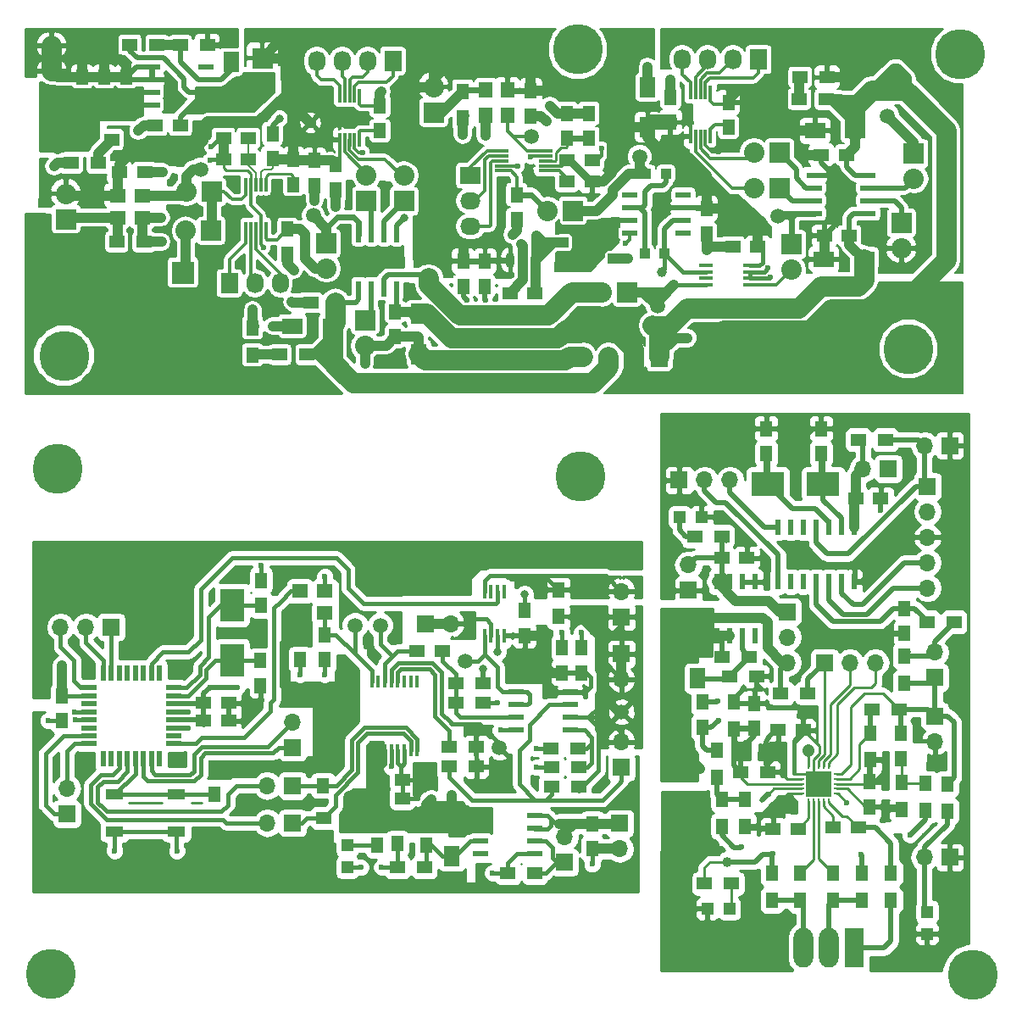
<source format=gbr>
G04 #@! TF.FileFunction,Copper,L1,Top,Signal*
%FSLAX46Y46*%
G04 Gerber Fmt 4.6, Leading zero omitted, Abs format (unit mm)*
G04 Created by KiCad (PCBNEW 4.0.6) date 05/22/17 18:05:55*
%MOMM*%
%LPD*%
G01*
G04 APERTURE LIST*
%ADD10C,0.100000*%
%ADD11C,5.000000*%
%ADD12C,0.600000*%
%ADD13R,2.032000X2.032000*%
%ADD14O,2.032000X2.032000*%
%ADD15R,1.550000X0.600000*%
%ADD16R,1.250000X1.500000*%
%ADD17R,1.600000X1.400000*%
%ADD18R,1.400000X1.600000*%
%ADD19R,1.300000X1.500000*%
%ADD20R,1.500000X1.300000*%
%ADD21R,0.600000X1.550000*%
%ADD22R,1.450000X0.450000*%
%ADD23C,1.500000*%
%ADD24R,0.300000X1.400000*%
%ADD25R,1.400000X0.300000*%
%ADD26R,1.000000X1.000000*%
%ADD27O,0.899160X1.501140*%
%ADD28C,1.000000*%
%ADD29R,2.235200X2.235200*%
%ADD30R,1.727200X2.032000*%
%ADD31O,1.727200X2.032000*%
%ADD32R,2.032000X1.727200*%
%ADD33O,2.032000X1.727200*%
%ADD34R,1.500000X1.250000*%
%ADD35R,1.600000X2.000000*%
%ADD36R,2.000000X1.600000*%
%ADD37R,0.400000X1.200000*%
%ADD38R,1.700000X1.700000*%
%ADD39O,1.700000X1.700000*%
%ADD40R,1.800000X1.100000*%
%ADD41R,0.450000X1.450000*%
%ADD42R,2.400000X3.325000*%
%ADD43R,1.200000X1.200000*%
%ADD44R,1.600000X0.550000*%
%ADD45R,0.550000X1.600000*%
%ADD46R,0.600000X1.500000*%
%ADD47R,0.250000X0.500000*%
%ADD48R,0.500000X0.250000*%
%ADD49R,2.500000X2.500000*%
%ADD50R,1.980000X3.960000*%
%ADD51O,1.980000X3.960000*%
%ADD52R,3.325000X2.400000*%
%ADD53C,0.700000*%
%ADD54C,0.800000*%
%ADD55C,0.500000*%
%ADD56C,0.300000*%
%ADD57C,0.550000*%
%ADD58C,1.000000*%
%ADD59C,2.000000*%
%ADD60C,0.450000*%
%ADD61C,0.400000*%
%ADD62C,0.500000*%
%ADD63C,0.600000*%
%ADD64C,0.250000*%
%ADD65C,0.177800*%
%ADD66C,0.800000*%
%ADD67C,1.500000*%
%ADD68C,1.200000*%
%ADD69C,0.200000*%
%ADD70C,0.254000*%
G04 APERTURE END LIST*
D10*
D11*
X91690300Y-42468600D03*
D12*
X93565300Y-42468600D03*
X93016125Y-43794425D03*
X91690300Y-44343600D03*
X90364475Y-43794425D03*
X89815300Y-42468600D03*
X90364475Y-41142775D03*
X91690300Y-40593600D03*
X93016125Y-41142775D03*
D13*
X70560000Y-57580000D03*
D14*
X70560000Y-55040000D03*
D15*
X49150000Y-44195000D03*
X49150000Y-45465000D03*
X49150000Y-46735000D03*
X49150000Y-48005000D03*
X54550000Y-48005000D03*
X54550000Y-46735000D03*
X54550000Y-45465000D03*
X54550000Y-44195000D03*
D16*
X104540000Y-60850000D03*
X104540000Y-58350000D03*
D17*
X45684560Y-57053520D03*
X45684560Y-59253520D03*
X48184560Y-57053520D03*
X48184560Y-59253520D03*
D18*
X84660000Y-46530000D03*
X82460000Y-46530000D03*
X84660000Y-49030000D03*
X82460000Y-49030000D03*
D19*
X59190000Y-72960000D03*
X59190000Y-70260000D03*
D20*
X45130000Y-51450000D03*
X42430000Y-51450000D03*
X113820000Y-47440000D03*
X116520000Y-47440000D03*
X41070000Y-53810000D03*
X43770000Y-53810000D03*
X116600000Y-45250000D03*
X113900000Y-45250000D03*
X64620000Y-72940000D03*
X61920000Y-72940000D03*
D21*
X73575000Y-60960000D03*
X72305000Y-60960000D03*
X71035000Y-60960000D03*
X69765000Y-60960000D03*
X69765000Y-66360000D03*
X71035000Y-66360000D03*
X72305000Y-66360000D03*
X73575000Y-66360000D03*
D15*
X115280000Y-55035000D03*
X115280000Y-56305000D03*
X115280000Y-57575000D03*
X115280000Y-58845000D03*
X120680000Y-58845000D03*
X120680000Y-57575000D03*
X120680000Y-56305000D03*
X120680000Y-55035000D03*
D22*
X108870000Y-65975000D03*
X108870000Y-65325000D03*
X108870000Y-64675000D03*
X108870000Y-64025000D03*
X104470000Y-64025000D03*
X104470000Y-64675000D03*
X104470000Y-65325000D03*
X104470000Y-65975000D03*
D23*
X54000000Y-54410000D03*
X87030000Y-51160000D03*
X65260000Y-59050000D03*
X97860000Y-53150000D03*
X99610000Y-68080000D03*
X122610000Y-49090000D03*
X111630000Y-59080000D03*
D24*
X67880000Y-51470000D03*
X68380000Y-51470000D03*
X68880000Y-51470000D03*
X69380000Y-51470000D03*
X69880000Y-51470000D03*
X69880000Y-47070000D03*
X69380000Y-47070000D03*
X68880000Y-47070000D03*
X68380000Y-47070000D03*
X67880000Y-47070000D03*
X60492320Y-55953520D03*
X59992320Y-55953520D03*
X59492320Y-55953520D03*
X58992320Y-55953520D03*
X58492320Y-55953520D03*
X58492320Y-60353520D03*
X58992320Y-60353520D03*
X59492320Y-60353520D03*
X59992320Y-60353520D03*
X60492320Y-60353520D03*
X102930000Y-51160000D03*
X103430000Y-51160000D03*
X103930000Y-51160000D03*
X104430000Y-51160000D03*
X104930000Y-51160000D03*
X104930000Y-46760000D03*
X104430000Y-46760000D03*
X103930000Y-46760000D03*
X103430000Y-46760000D03*
X102930000Y-46760000D03*
D25*
X88440000Y-54570000D03*
X88440000Y-54070000D03*
X88440000Y-53570000D03*
X88440000Y-53070000D03*
X88440000Y-52570000D03*
X84040000Y-52570000D03*
X84040000Y-53070000D03*
X84040000Y-53570000D03*
X84040000Y-54070000D03*
X84040000Y-54570000D03*
D26*
X100490000Y-54890000D03*
X98490000Y-54890000D03*
X100360000Y-62850000D03*
X98360000Y-62850000D03*
X90260000Y-61750000D03*
X90260000Y-63750000D03*
D15*
X96820000Y-56995000D03*
X96820000Y-58265000D03*
X96820000Y-59535000D03*
X96820000Y-60805000D03*
X102220000Y-60805000D03*
X102220000Y-59535000D03*
X102220000Y-58265000D03*
X102220000Y-56995000D03*
D27*
X86220000Y-63500000D03*
X87490000Y-63500000D03*
X84950000Y-63500000D03*
D26*
X93200000Y-63360000D03*
X95200000Y-63360000D03*
D28*
X39740000Y-52460000D03*
X123570000Y-44380000D03*
X102610000Y-71280000D03*
X87550000Y-61050000D03*
X94720000Y-61510000D03*
X100070000Y-64660000D03*
X64980000Y-49780000D03*
D29*
X52220300Y-64749900D03*
D30*
X73210000Y-43620000D03*
D31*
X70670000Y-43620000D03*
X68130000Y-43620000D03*
X65590000Y-43620000D03*
D30*
X109740000Y-43460000D03*
D31*
X107200000Y-43460000D03*
X104660000Y-43460000D03*
X102120000Y-43460000D03*
D30*
X56870000Y-65810000D03*
D31*
X59410000Y-65810000D03*
X61950000Y-65810000D03*
D32*
X80970000Y-55060000D03*
D33*
X80970000Y-57600000D03*
X80970000Y-60140000D03*
D20*
X48312500Y-61673960D03*
X45612500Y-61673960D03*
D19*
X80200000Y-49320000D03*
X80200000Y-46620000D03*
D16*
X71900000Y-50580000D03*
X71900000Y-48080000D03*
D34*
X67490000Y-67710000D03*
X64990000Y-67710000D03*
X58770000Y-53460000D03*
X56270000Y-53460000D03*
D16*
X73410000Y-71150000D03*
X73410000Y-68650000D03*
X67510000Y-53940000D03*
X67510000Y-56440000D03*
X65400000Y-53550000D03*
X65400000Y-56050000D03*
X61170000Y-53360000D03*
X61170000Y-50860000D03*
X63270000Y-53460000D03*
X63270000Y-55960000D03*
X62670000Y-60410000D03*
X62670000Y-62910000D03*
X106740000Y-50240000D03*
X106740000Y-47740000D03*
D34*
X118820000Y-61060000D03*
X116320000Y-61060000D03*
X116030000Y-53000000D03*
X118530000Y-53000000D03*
D16*
X92790000Y-51350000D03*
X92790000Y-48850000D03*
X90630000Y-51340000D03*
X90630000Y-48840000D03*
X100940000Y-49740000D03*
X100940000Y-47240000D03*
D35*
X98670000Y-50210000D03*
X98670000Y-46210000D03*
D34*
X90610000Y-53530000D03*
X93110000Y-53530000D03*
X93110000Y-55650000D03*
X90610000Y-55650000D03*
X45887760Y-54719440D03*
X48387760Y-54719440D03*
D16*
X86990000Y-46580000D03*
X86990000Y-49080000D03*
X85580000Y-56960000D03*
X85580000Y-59460000D03*
D34*
X107180000Y-62160000D03*
X109680000Y-62160000D03*
D16*
X42160000Y-47720000D03*
X42160000Y-45220000D03*
X44350000Y-47720000D03*
X44350000Y-45220000D03*
X80240000Y-63600000D03*
X80240000Y-66100000D03*
X82410000Y-63610000D03*
X82410000Y-66110000D03*
D34*
X87380000Y-66830000D03*
X84880000Y-66830000D03*
D13*
X74300000Y-57610000D03*
D14*
X74300000Y-55070000D03*
D13*
X111840000Y-52770000D03*
D14*
X109300000Y-52770000D03*
D13*
X111860000Y-56350000D03*
D14*
X109320000Y-56350000D03*
D13*
X96610000Y-66700000D03*
D14*
X94070000Y-66700000D03*
D13*
X66570000Y-61810000D03*
D14*
X66570000Y-64350000D03*
D13*
X125250000Y-52850000D03*
D14*
X125250000Y-55390000D03*
D13*
X91210000Y-58600000D03*
D14*
X88670000Y-58600000D03*
D13*
X55042240Y-60571600D03*
D14*
X52502240Y-60571600D03*
D13*
X55123520Y-56670160D03*
D14*
X52583520Y-56670160D03*
D13*
X113040000Y-61930000D03*
D14*
X113040000Y-64470000D03*
D13*
X70430000Y-69500000D03*
D14*
X70430000Y-72040000D03*
D13*
X124010000Y-59770000D03*
D14*
X124010000Y-62310000D03*
D13*
X40543920Y-59413360D03*
D14*
X40543920Y-56873360D03*
D13*
X77290000Y-48750000D03*
D14*
X77290000Y-46210000D03*
D13*
X60160000Y-43320000D03*
D14*
X60160000Y-45860000D03*
D32*
X39110000Y-49690000D03*
D33*
X39110000Y-47150000D03*
X39110000Y-44610000D03*
X39110000Y-42070000D03*
D16*
X46570000Y-47700000D03*
X46570000Y-45200000D03*
D36*
X63180000Y-70080000D03*
X67180000Y-70080000D03*
D35*
X75810000Y-72870000D03*
X75810000Y-68870000D03*
D34*
X58770000Y-51310000D03*
X56270000Y-51310000D03*
D35*
X57020000Y-47720000D03*
X57020000Y-43720000D03*
D36*
X116280000Y-63420000D03*
X120280000Y-63420000D03*
X115380000Y-50570000D03*
X119380000Y-50570000D03*
D30*
X99850000Y-73190000D03*
D31*
X97310000Y-73190000D03*
X94770000Y-73190000D03*
X92230000Y-73190000D03*
D34*
X51980000Y-50050000D03*
X49480000Y-50050000D03*
D20*
X46910000Y-42020000D03*
X49610000Y-42020000D03*
X51970000Y-42040000D03*
X54670000Y-42040000D03*
D37*
X75639800Y-105555200D03*
X74989800Y-105555200D03*
X74339800Y-105555200D03*
X73689800Y-105555200D03*
X73039800Y-105555200D03*
X72389800Y-105555200D03*
X71739800Y-105555200D03*
X71089800Y-105555200D03*
X71089800Y-112455200D03*
X71739800Y-112455200D03*
X72389800Y-112455200D03*
X73039800Y-112455200D03*
X73689800Y-112455200D03*
X74339800Y-112455200D03*
X74989800Y-112455200D03*
X75639800Y-112455200D03*
D34*
X75645400Y-102540900D03*
X78145400Y-102540900D03*
D16*
X92059200Y-104705300D03*
X92059200Y-102205300D03*
X90116100Y-104705300D03*
X90116100Y-102205300D03*
X86356900Y-100996900D03*
X86356900Y-98496900D03*
X40167000Y-109505900D03*
X40167000Y-107005900D03*
D34*
X54296700Y-107735200D03*
X56796700Y-107735200D03*
X54296700Y-109513200D03*
X56796700Y-109513200D03*
D16*
X59972650Y-103494350D03*
X59972650Y-105994350D03*
X60023450Y-97980650D03*
X60023450Y-95480650D03*
X93100600Y-119782100D03*
X93100600Y-122282100D03*
X73644200Y-119236000D03*
X73644200Y-121736000D03*
X63903300Y-103371800D03*
X63903300Y-100871800D03*
D34*
X74132200Y-115406000D03*
X71632200Y-115406000D03*
D38*
X96034300Y-114161400D03*
D39*
X96034300Y-111621400D03*
D38*
X96034300Y-99111900D03*
D39*
X96034300Y-96571900D03*
D38*
X63192100Y-119711300D03*
D39*
X60652100Y-119711300D03*
D38*
X63166700Y-115990200D03*
D39*
X60626700Y-115990200D03*
D38*
X95869200Y-119749400D03*
D39*
X95869200Y-122289400D03*
D20*
X89045500Y-114174100D03*
X91745500Y-114174100D03*
X91707400Y-112281800D03*
X89007400Y-112281800D03*
X68987100Y-119228700D03*
X66287100Y-119228700D03*
D19*
X66202000Y-113268600D03*
X66202000Y-115968600D03*
D20*
X82169700Y-105741300D03*
X79469700Y-105741300D03*
X79469700Y-107735200D03*
X82169700Y-107735200D03*
X89032800Y-116079100D03*
X91732800Y-116079100D03*
X78834700Y-114085200D03*
X81534700Y-114085200D03*
X81522000Y-112129400D03*
X78822000Y-112129400D03*
D19*
X89735100Y-99103000D03*
X89735100Y-96403000D03*
X55356200Y-114183000D03*
X55356200Y-116883000D03*
D40*
X51598200Y-116870700D03*
X45398200Y-116870700D03*
X45398200Y-120570700D03*
X51598200Y-120570700D03*
D15*
X85498400Y-106643000D03*
X85498400Y-107913000D03*
X85498400Y-109183000D03*
X85498400Y-110453000D03*
X90898400Y-110453000D03*
X90898400Y-109183000D03*
X90898400Y-107913000D03*
X90898400Y-106643000D03*
D41*
X82352950Y-101000750D03*
X83002950Y-101000750D03*
X83652950Y-101000750D03*
X84302950Y-101000750D03*
X84302950Y-96600750D03*
X83652950Y-96600750D03*
X83002950Y-96600750D03*
X82352950Y-96600750D03*
D17*
X66410600Y-96551400D03*
X63910600Y-96551400D03*
X66410600Y-98751400D03*
X63910600Y-98751400D03*
D23*
X80438700Y-103531500D03*
X71929700Y-99975500D03*
X96034300Y-108624200D03*
X69402400Y-99962800D03*
X83829600Y-112180200D03*
X68983300Y-117184000D03*
D42*
X57140550Y-103480950D03*
X57140550Y-97955950D03*
D34*
X71644900Y-117234800D03*
X74144900Y-117234800D03*
D38*
X63179400Y-112154800D03*
D39*
X63179400Y-109614800D03*
D16*
X66392500Y-100897200D03*
X66392500Y-103397200D03*
D19*
X71650300Y-119237600D03*
X71650300Y-121937600D03*
D15*
X87329700Y-122797400D03*
X87329700Y-121527400D03*
X87329700Y-120257400D03*
X87329700Y-118987400D03*
X81929700Y-118987400D03*
X81929700Y-120257400D03*
X81929700Y-121527400D03*
X81929700Y-122797400D03*
D38*
X45056500Y-100140600D03*
D39*
X42516500Y-100140600D03*
X39976500Y-100140600D03*
D38*
X40624200Y-118796900D03*
D39*
X40624200Y-116256900D03*
D43*
X68653100Y-121938700D03*
X68653100Y-124138700D03*
D44*
X51313100Y-111805200D03*
X51313100Y-111005200D03*
X51313100Y-110205200D03*
X51313100Y-109405200D03*
X51313100Y-108605200D03*
X51313100Y-107805200D03*
X51313100Y-107005200D03*
X51313100Y-106205200D03*
D45*
X49863100Y-104755200D03*
X49063100Y-104755200D03*
X48263100Y-104755200D03*
X47463100Y-104755200D03*
X46663100Y-104755200D03*
X45863100Y-104755200D03*
X45063100Y-104755200D03*
X44263100Y-104755200D03*
D44*
X42813100Y-106205200D03*
X42813100Y-107005200D03*
X42813100Y-107805200D03*
X42813100Y-108605200D03*
X42813100Y-109405200D03*
X42813100Y-110205200D03*
X42813100Y-111005200D03*
X42813100Y-111805200D03*
D45*
X44263100Y-113255200D03*
X45063100Y-113255200D03*
X45863100Y-113255200D03*
X46663100Y-113255200D03*
X47463100Y-113255200D03*
X48263100Y-113255200D03*
X49063100Y-113255200D03*
X49863100Y-113255200D03*
D38*
X76438200Y-99810400D03*
D39*
X78978200Y-99810400D03*
D38*
X96034300Y-102807600D03*
D39*
X96034300Y-105347600D03*
D35*
X79054400Y-122994000D03*
X79054400Y-118994000D03*
D20*
X84689400Y-124702400D03*
X87389400Y-124702400D03*
X73653100Y-124130900D03*
X76353100Y-124130900D03*
D19*
X76527100Y-121937600D03*
X76527100Y-119237600D03*
D38*
X90357400Y-123635600D03*
D39*
X90357400Y-121095600D03*
D46*
X119298300Y-90210900D03*
X118028300Y-90210900D03*
X116758300Y-90210900D03*
X115488300Y-90210900D03*
X114218300Y-90210900D03*
X112948300Y-90210900D03*
X111678300Y-90210900D03*
X111678300Y-95610900D03*
X112948300Y-95610900D03*
X114218300Y-95610900D03*
X115488300Y-95610900D03*
X116758300Y-95610900D03*
X118028300Y-95610900D03*
X119298300Y-95610900D03*
D20*
X110615300Y-114627900D03*
X107915300Y-114627900D03*
D47*
X114751700Y-117548900D03*
X115251700Y-117548900D03*
X115751700Y-117548900D03*
X116251700Y-117548900D03*
X116751700Y-117548900D03*
D48*
X117501700Y-116798900D03*
D49*
X115751700Y-115798900D03*
D48*
X117501700Y-116298900D03*
X117501700Y-115798900D03*
X117501700Y-115298900D03*
X117501700Y-114798900D03*
D47*
X116751700Y-114048900D03*
X116251700Y-114048900D03*
X115751700Y-114048900D03*
X115251700Y-114048900D03*
X114751700Y-114048900D03*
D48*
X114001700Y-114798900D03*
X114001700Y-115298900D03*
X114001700Y-115798900D03*
X114001700Y-116298900D03*
X114001700Y-116798900D03*
D43*
X126569050Y-128583750D03*
X126569050Y-130783750D03*
D34*
X117210100Y-120190500D03*
X119710100Y-120190500D03*
D16*
X120847700Y-115587700D03*
X120847700Y-118087700D03*
X123921100Y-110761700D03*
X123921100Y-113261700D03*
D34*
X114172900Y-110436900D03*
X111672900Y-110436900D03*
D16*
X109316100Y-110264500D03*
X109316100Y-107764500D03*
X104109100Y-107662900D03*
X104109100Y-110162900D03*
D34*
X111164900Y-120292100D03*
X113664900Y-120292100D03*
D19*
X120060300Y-124758700D03*
X120060300Y-127458700D03*
X111068700Y-124733300D03*
X111068700Y-127433300D03*
X113862700Y-127458700D03*
X113862700Y-124758700D03*
X117215500Y-127433300D03*
X117215500Y-124733300D03*
X122955900Y-127407900D03*
X122955900Y-124707900D03*
X126410300Y-118467100D03*
X126410300Y-115767100D03*
X123997300Y-118340100D03*
X123997300Y-115640100D03*
X120898500Y-113412500D03*
X120898500Y-110712500D03*
D20*
X121047100Y-108379500D03*
X123747100Y-108379500D03*
D19*
X107284100Y-110313700D03*
X107284100Y-107613700D03*
X106115700Y-120041900D03*
X106115700Y-117341900D03*
X108376300Y-117341900D03*
X108376300Y-120041900D03*
X105607700Y-115165100D03*
X105607700Y-112465100D03*
X128582000Y-115830600D03*
X128582000Y-118530600D03*
D50*
X119298300Y-132204700D03*
D51*
X116758300Y-132204700D03*
X114218300Y-132204700D03*
D20*
X104340300Y-125768600D03*
X107040300Y-125768600D03*
D34*
X106060300Y-93228600D03*
X108560300Y-93228600D03*
D16*
X124327500Y-98277600D03*
X124327500Y-100777600D03*
X115970900Y-82819800D03*
X115970900Y-80319800D03*
X110497200Y-82819800D03*
X110497200Y-80319800D03*
D34*
X119445300Y-87272100D03*
X121945300Y-87272100D03*
D43*
X106810300Y-128278600D03*
X104610300Y-128278600D03*
X101850300Y-89158600D03*
X104050300Y-89158600D03*
D38*
X128848700Y-123136900D03*
D39*
X126308700Y-123136900D03*
D38*
X128848700Y-82014300D03*
D39*
X126308700Y-82014300D03*
D38*
X127337400Y-105204500D03*
D39*
X127337400Y-102664500D03*
D38*
X126613500Y-86091000D03*
D39*
X126613500Y-88631000D03*
X126613500Y-91171000D03*
X126613500Y-93711000D03*
X126613500Y-96251000D03*
D20*
X114666600Y-106753900D03*
X111966600Y-106753900D03*
D19*
X124289400Y-103067100D03*
X124289400Y-105767100D03*
D20*
X126571600Y-99641900D03*
X129271600Y-99641900D03*
X106043300Y-91082100D03*
X103343300Y-91082100D03*
X119700900Y-81442800D03*
X122400900Y-81442800D03*
D52*
X116193400Y-85875100D03*
X110668400Y-85875100D03*
D38*
X112600300Y-98608600D03*
D39*
X112600300Y-101148600D03*
X112600300Y-103688600D03*
D21*
X109375300Y-95618600D03*
X108105300Y-95618600D03*
X106835300Y-95618600D03*
X105565300Y-95618600D03*
X105565300Y-101018600D03*
X106835300Y-101018600D03*
X108105300Y-101018600D03*
X109375300Y-101018600D03*
D38*
X122701900Y-84325700D03*
D39*
X120161900Y-84325700D03*
D38*
X102720300Y-96478600D03*
D39*
X102720300Y-93938600D03*
D38*
X127350100Y-109039900D03*
D39*
X127350100Y-111579900D03*
D38*
X101800300Y-85478600D03*
D39*
X104340300Y-85478600D03*
X106880300Y-85478600D03*
D38*
X116326500Y-103693200D03*
D39*
X118866500Y-103693200D03*
X121406500Y-103693200D03*
D20*
X106100300Y-103108600D03*
X108800300Y-103108600D03*
X106820300Y-105068600D03*
X109520300Y-105068600D03*
D23*
X101630300Y-114418600D03*
D35*
X103630300Y-101258600D03*
X103630300Y-105258600D03*
D11*
X129890300Y-42918600D03*
D12*
X131765300Y-42918600D03*
X131216125Y-44244425D03*
X129890300Y-44793600D03*
X128564475Y-44244425D03*
X128015300Y-42918600D03*
X128564475Y-41592775D03*
X129890300Y-41043600D03*
X131216125Y-41592775D03*
D11*
X40350300Y-73038600D03*
D12*
X42225300Y-73038600D03*
X41676125Y-74364425D03*
X40350300Y-74913600D03*
X39024475Y-74364425D03*
X38475300Y-73038600D03*
X39024475Y-71712775D03*
X40350300Y-71163600D03*
X41676125Y-71712775D03*
D11*
X39060300Y-134838600D03*
D12*
X40935300Y-134838600D03*
X40386125Y-136164425D03*
X39060300Y-136713600D03*
X37734475Y-136164425D03*
X37185300Y-134838600D03*
X37734475Y-133512775D03*
X39060300Y-132963600D03*
X40386125Y-133512775D03*
D11*
X124710300Y-72388600D03*
D12*
X126585300Y-72388600D03*
X126036125Y-73714425D03*
X124710300Y-74263600D03*
X123384475Y-73714425D03*
X122835300Y-72388600D03*
X123384475Y-71062775D03*
X124710300Y-70513600D03*
X126036125Y-71062775D03*
D11*
X91950300Y-85088600D03*
D12*
X93825300Y-85088600D03*
X93276125Y-86414425D03*
X91950300Y-86963600D03*
X90624475Y-86414425D03*
X90075300Y-85088600D03*
X90624475Y-83762775D03*
X91950300Y-83213600D03*
X93276125Y-83762775D03*
D11*
X39710300Y-84328600D03*
D12*
X41585300Y-84328600D03*
X41036125Y-85654425D03*
X39710300Y-86203600D03*
X38384475Y-85654425D03*
X37835300Y-84328600D03*
X38384475Y-83002775D03*
X39710300Y-82453600D03*
X41036125Y-83002775D03*
D11*
X131170300Y-134858600D03*
D12*
X133045300Y-134858600D03*
X132496125Y-136184425D03*
X131170300Y-136733600D03*
X129844475Y-136184425D03*
X129295300Y-134858600D03*
X129844475Y-133532775D03*
X131170300Y-132983600D03*
X132496125Y-133532775D03*
X105740000Y-52630000D03*
D53*
X56330000Y-41540000D03*
D12*
X57230000Y-41080000D03*
X43350000Y-41240000D03*
X45320000Y-41600000D03*
D53*
X42150000Y-43440000D03*
D12*
X41250000Y-42320000D03*
X44010000Y-42530000D03*
X128040000Y-46700000D03*
X125440000Y-41780000D03*
X120230000Y-42830000D03*
X128710000Y-43710000D03*
X125700000Y-44430000D03*
D54*
X118480000Y-44910000D03*
D12*
X113120000Y-41900000D03*
D54*
X113330000Y-50220000D03*
D12*
X111710000Y-48690000D03*
X109930000Y-47430000D03*
D54*
X107760000Y-46390000D03*
D12*
X109260000Y-49720000D03*
X75440000Y-71150000D03*
D53*
X45970000Y-43460000D03*
X44360000Y-43480000D03*
X47780000Y-50570000D03*
D54*
X72080000Y-46660000D03*
X63300000Y-64510000D03*
X85150000Y-60950000D03*
X86000000Y-61880000D03*
D12*
X110950000Y-65180000D03*
X110690000Y-64280000D03*
X104520000Y-62520000D03*
X96450000Y-61810000D03*
D54*
X96710000Y-63360000D03*
X114240000Y-52970000D03*
D12*
X94060000Y-52340000D03*
D54*
X100940000Y-45490000D03*
X98670000Y-44190000D03*
X88580000Y-49660000D03*
X88890000Y-48080000D03*
X82450000Y-51080000D03*
X80200000Y-50970000D03*
D12*
X86940000Y-53210000D03*
X85680000Y-54070000D03*
D54*
X63110000Y-67700000D03*
X61180000Y-70090000D03*
X59200000Y-68460000D03*
X50120000Y-61680000D03*
X50060000Y-59250000D03*
X50190000Y-54710000D03*
D53*
X39370000Y-54140000D03*
D12*
X54950000Y-53480000D03*
X55030000Y-52160000D03*
D53*
X67510000Y-58160000D03*
D12*
X70160000Y-52740000D03*
D54*
X65370000Y-57550000D03*
D12*
X60290000Y-62200000D03*
D54*
X61870000Y-49340000D03*
X70420000Y-73850000D03*
X74320000Y-59270000D03*
D12*
X80570000Y-67510000D03*
X82420000Y-67510000D03*
X129150300Y-96268600D03*
X129270300Y-93668600D03*
X129270300Y-91158600D03*
X129190300Y-88528600D03*
X129230300Y-86018600D03*
X121860300Y-100778600D03*
X116190300Y-101328600D03*
X117840300Y-101088600D03*
X119850300Y-101088600D03*
D55*
X101770300Y-119368600D03*
X101770300Y-121578600D03*
X101770300Y-123558600D03*
X101690300Y-125568600D03*
X101800300Y-128118600D03*
D12*
X105940300Y-89108600D03*
X110010300Y-106368600D03*
X108310300Y-106298600D03*
X104920300Y-81518600D03*
X106290300Y-80148600D03*
X106410300Y-82588600D03*
X108310300Y-82508600D03*
X109010300Y-125848600D03*
X108840300Y-128678600D03*
X110690300Y-130238600D03*
X110600300Y-132978600D03*
X108350300Y-133098600D03*
X108030300Y-130368600D03*
X105910300Y-130488600D03*
X105850300Y-133138600D03*
X124924400Y-125524500D03*
X124581500Y-132001500D03*
X129420200Y-131582400D03*
X128810600Y-125600700D03*
X128861400Y-80033100D03*
X122371700Y-92987100D03*
X124264000Y-91171000D03*
X122651100Y-91399600D03*
X123362300Y-92225100D03*
X121939900Y-88465900D03*
D55*
X115031100Y-116609100D03*
X116478900Y-115059700D03*
X115031100Y-115008900D03*
X116478900Y-116583700D03*
X115751700Y-115798900D03*
D12*
X118282300Y-83131900D03*
X117837800Y-81265000D03*
X117837800Y-79728300D03*
X119438000Y-79728300D03*
X120746100Y-79728300D03*
X122701900Y-79753700D03*
X124543400Y-79893400D03*
X126105500Y-79982300D03*
X127527900Y-80007700D03*
X114104000Y-80414100D03*
X112389500Y-83246200D03*
X114319900Y-83284300D03*
X113202300Y-82268300D03*
X108491500Y-80319800D03*
X112770500Y-80414100D03*
D28*
X100815000Y-70075000D03*
X99180000Y-70040000D03*
D12*
X87576100Y-114174100D03*
X77022400Y-117374500D03*
X67738700Y-111786500D03*
X79054400Y-116955400D03*
X85252000Y-104801500D03*
X86776000Y-104801500D03*
X67903800Y-106947800D03*
X69123000Y-105754000D03*
D54*
X82178600Y-104293500D03*
D12*
X40154300Y-104014100D03*
X40167000Y-105461900D03*
X57616800Y-106160400D03*
X56372200Y-106173100D03*
X54937100Y-106160400D03*
X88566700Y-101537600D03*
X88566700Y-102820300D03*
X88566700Y-104217300D03*
X64792300Y-106160400D03*
X66722700Y-109411600D03*
X65700350Y-107068450D03*
X66684600Y-108065400D03*
X66690950Y-108059050D03*
X66735400Y-110808600D03*
X93100600Y-123826100D03*
X83169200Y-124702400D03*
X72082100Y-124130900D03*
X69999300Y-124143600D03*
D54*
X83651800Y-102629800D03*
D12*
X41449700Y-109398900D03*
X41437000Y-108598800D03*
X59972650Y-107874900D03*
D54*
X86356900Y-96889400D03*
D12*
X45399400Y-122479900D03*
X51609700Y-122492600D03*
X73034600Y-114085200D03*
X90116100Y-100712100D03*
X92059200Y-100712100D03*
X38757300Y-109500500D03*
X66405200Y-95124100D03*
X63903300Y-104877700D03*
X66392500Y-104903100D03*
X52701900Y-110224400D03*
X52701900Y-108598800D03*
X87499900Y-112281800D03*
X83677200Y-107735200D03*
X83943900Y-110453000D03*
X60023450Y-93987450D03*
X58315300Y-109513200D03*
X58315300Y-107735200D03*
X75676200Y-117234800D03*
X75625400Y-115406000D03*
X122435200Y-113421400D03*
X105658500Y-107566700D03*
X122397100Y-114653300D03*
X105709300Y-109471700D03*
X118561700Y-117701300D03*
X107995300Y-122095500D03*
X124860900Y-120901700D03*
X110713100Y-116837700D03*
D55*
X110052700Y-117472700D03*
D12*
X103480300Y-99198600D03*
D28*
X103850300Y-114348600D03*
D12*
X111905358Y-112332373D03*
X110230500Y-112367300D03*
D28*
X106572900Y-123594100D03*
D12*
X111170300Y-122781300D03*
X119933300Y-122882900D03*
X111119500Y-112367300D03*
D54*
X114726300Y-112468900D03*
D56*
X104430000Y-51160000D02*
X104430000Y-52020000D01*
X105040000Y-52630000D02*
X105740000Y-52630000D01*
X104430000Y-52020000D02*
X105040000Y-52630000D01*
D57*
X55830000Y-42040000D02*
X56330000Y-41540000D01*
X54670000Y-42040000D02*
X55830000Y-42040000D01*
D58*
X42160000Y-43450000D02*
X42150000Y-43440000D01*
X42160000Y-45220000D02*
X42160000Y-43450000D01*
X118140000Y-45250000D02*
X118480000Y-44910000D01*
X116600000Y-45250000D02*
X118140000Y-45250000D01*
X113680000Y-50570000D02*
X113330000Y-50220000D01*
X115380000Y-50570000D02*
X113680000Y-50570000D01*
X106740000Y-47410000D02*
X107760000Y-46390000D01*
D57*
X87890000Y-73540000D02*
X87890000Y-73740000D01*
X88090000Y-73540000D02*
X87890000Y-73740000D01*
X87890000Y-73740000D02*
X88090000Y-73540000D01*
X88830000Y-73600000D02*
X88830000Y-73640000D01*
X88830000Y-73600000D02*
X88830000Y-73540000D01*
X88830000Y-73640000D02*
X88830000Y-73540000D01*
X78420000Y-73660000D02*
X78420000Y-73540000D01*
X78420000Y-73660000D02*
X78420000Y-73540000D01*
X77670000Y-73580000D02*
X77670000Y-73540000D01*
X77670000Y-73580000D02*
X77670000Y-73540000D01*
D58*
X46570000Y-45200000D02*
X46570000Y-44060000D01*
X46570000Y-44060000D02*
X45970000Y-43460000D01*
X44350000Y-45220000D02*
X44350000Y-43490000D01*
X44350000Y-43490000D02*
X44360000Y-43480000D01*
D57*
X49150000Y-44195000D02*
X47575000Y-44195000D01*
X47575000Y-44195000D02*
X46570000Y-45200000D01*
X49150000Y-45465000D02*
X46835000Y-45465000D01*
X46835000Y-45465000D02*
X46570000Y-45200000D01*
D59*
X39110000Y-44610000D02*
X39110000Y-42070000D01*
D58*
X42160000Y-45220000D02*
X39720000Y-45220000D01*
X39720000Y-45220000D02*
X39110000Y-44610000D01*
X44350000Y-45220000D02*
X42160000Y-45220000D01*
X46570000Y-45200000D02*
X44370000Y-45200000D01*
X44370000Y-45200000D02*
X44350000Y-45220000D01*
X49480000Y-50050000D02*
X48300000Y-50050000D01*
X48300000Y-50050000D02*
X47780000Y-50570000D01*
X71900000Y-48080000D02*
X71900000Y-46840000D01*
X71900000Y-46840000D02*
X72080000Y-46660000D01*
X62670000Y-62910000D02*
X62670000Y-63880000D01*
X62670000Y-63880000D02*
X63300000Y-64510000D01*
X85580000Y-59460000D02*
X85580000Y-60520000D01*
X85580000Y-60520000D02*
X85150000Y-60950000D01*
X86220000Y-63500000D02*
X86220000Y-62100000D01*
X86220000Y-62100000D02*
X86000000Y-61880000D01*
X106740000Y-47740000D02*
X106740000Y-47410000D01*
D60*
X108870000Y-65325000D02*
X110805000Y-65325000D01*
X110805000Y-65325000D02*
X110950000Y-65180000D01*
X108870000Y-64675000D02*
X110295000Y-64675000D01*
X110295000Y-64675000D02*
X110690000Y-64280000D01*
D58*
X107180000Y-62160000D02*
X104880000Y-62160000D01*
X104540000Y-62500000D02*
X104520000Y-62520000D01*
X104540000Y-62500000D02*
X104540000Y-60850000D01*
X104880000Y-62160000D02*
X104520000Y-62520000D01*
D56*
X96820000Y-60805000D02*
X96820000Y-61440000D01*
X96820000Y-61440000D02*
X96450000Y-61810000D01*
D58*
X95200000Y-63360000D02*
X96710000Y-63360000D01*
X116030000Y-53000000D02*
X114270000Y-53000000D01*
X114270000Y-53000000D02*
X114240000Y-52970000D01*
D56*
X93110000Y-53530000D02*
X93610000Y-53530000D01*
X93610000Y-53530000D02*
X94060000Y-53080000D01*
X94060000Y-53080000D02*
X94060000Y-52340000D01*
X104930000Y-46760000D02*
X104930000Y-47610000D01*
X105240000Y-47920000D02*
X106560000Y-47920000D01*
X104930000Y-47610000D02*
X105240000Y-47920000D01*
X106560000Y-47920000D02*
X106740000Y-47740000D01*
D58*
X100940000Y-47240000D02*
X100940000Y-45490000D01*
X98670000Y-46210000D02*
X98670000Y-44190000D01*
X86990000Y-49080000D02*
X88000000Y-49080000D01*
X88000000Y-49080000D02*
X88580000Y-49660000D01*
X89650000Y-48840000D02*
X88890000Y-48080000D01*
X89650000Y-48840000D02*
X90630000Y-48840000D01*
X82460000Y-49030000D02*
X82460000Y-51070000D01*
X82460000Y-51070000D02*
X82450000Y-51080000D01*
X80200000Y-49320000D02*
X80200000Y-50970000D01*
D56*
X88440000Y-53070000D02*
X87080000Y-53070000D01*
X87080000Y-53070000D02*
X86940000Y-53210000D01*
X84040000Y-54070000D02*
X85680000Y-54070000D01*
X71900000Y-48080000D02*
X70000000Y-48080000D01*
X69880000Y-47960000D02*
X69880000Y-47070000D01*
X70000000Y-48080000D02*
X69880000Y-47960000D01*
D58*
X64990000Y-67710000D02*
X63120000Y-67710000D01*
X63120000Y-67710000D02*
X63110000Y-67700000D01*
X63180000Y-70080000D02*
X61190000Y-70080000D01*
X61190000Y-70080000D02*
X61180000Y-70090000D01*
X59190000Y-70260000D02*
X59190000Y-68470000D01*
X59190000Y-68470000D02*
X59200000Y-68460000D01*
X48312500Y-61673960D02*
X50113960Y-61673960D01*
X50113960Y-61673960D02*
X50120000Y-61680000D01*
X48184560Y-59253520D02*
X50056480Y-59253520D01*
X50056480Y-59253520D02*
X50060000Y-59250000D01*
X48387760Y-54719440D02*
X50180560Y-54719440D01*
X50180560Y-54719440D02*
X50190000Y-54710000D01*
X41070000Y-53810000D02*
X39700000Y-53810000D01*
X39700000Y-53810000D02*
X39370000Y-54140000D01*
D61*
X56270000Y-53460000D02*
X54970000Y-53460000D01*
X54970000Y-53460000D02*
X54950000Y-53480000D01*
X56270000Y-51310000D02*
X55880000Y-51310000D01*
X55880000Y-51310000D02*
X55030000Y-52160000D01*
D58*
X67510000Y-56440000D02*
X67510000Y-58160000D01*
D56*
X69380000Y-51470000D02*
X69380000Y-52320000D01*
X69800000Y-52740000D02*
X70160000Y-52740000D01*
X69380000Y-52320000D02*
X69800000Y-52740000D01*
D58*
X65400000Y-56050000D02*
X65400000Y-57520000D01*
X65400000Y-57520000D02*
X65370000Y-57550000D01*
D56*
X59992320Y-60353520D02*
X59992320Y-61902320D01*
X59992320Y-61902320D02*
X60290000Y-62200000D01*
D62*
X61170000Y-50860000D02*
X61170000Y-50040000D01*
X61170000Y-50040000D02*
X61870000Y-49340000D01*
D58*
X70430000Y-72040000D02*
X70430000Y-73840000D01*
X70430000Y-73840000D02*
X70420000Y-73850000D01*
D57*
X73575000Y-60960000D02*
X73575000Y-60015000D01*
X73575000Y-60015000D02*
X74320000Y-59270000D01*
X80240000Y-66100000D02*
X80240000Y-67180000D01*
X80240000Y-67180000D02*
X80570000Y-67510000D01*
X82410000Y-66110000D02*
X82410000Y-67500000D01*
X82410000Y-67500000D02*
X82420000Y-67510000D01*
D58*
X80250000Y-66110000D02*
X80240000Y-66100000D01*
X86220000Y-63500000D02*
X86220000Y-65490000D01*
X86220000Y-65490000D02*
X84880000Y-66830000D01*
X70430000Y-72040000D02*
X72520000Y-72040000D01*
X72520000Y-72040000D02*
X73410000Y-71150000D01*
X56270000Y-51310000D02*
X56270000Y-53460000D01*
X92790000Y-48850000D02*
X90640000Y-48850000D01*
X59370000Y-70080000D02*
X59190000Y-70260000D01*
D59*
X92230000Y-73190000D02*
X90810000Y-73190000D01*
X90460000Y-73540000D02*
X87890000Y-73540000D01*
X87890000Y-73540000D02*
X88830000Y-73540000D01*
X88830000Y-73540000D02*
X85600000Y-73540000D01*
X85600000Y-73540000D02*
X81470000Y-73540000D01*
X81470000Y-73540000D02*
X78420000Y-73540000D01*
X78420000Y-73540000D02*
X77670000Y-73540000D01*
X77670000Y-73540000D02*
X76480000Y-73540000D01*
X90810000Y-73190000D02*
X90460000Y-73540000D01*
X76480000Y-73540000D02*
X75810000Y-72870000D01*
D58*
X73410000Y-71150000D02*
X75440000Y-71150000D01*
X75440000Y-71150000D02*
X75720000Y-71150000D01*
X75810000Y-71240000D02*
X75810000Y-72870000D01*
X75720000Y-71150000D02*
X75810000Y-71240000D01*
X90640000Y-48850000D02*
X90630000Y-48840000D01*
X116320000Y-61060000D02*
X116320000Y-63380000D01*
X116320000Y-63380000D02*
X116280000Y-63420000D01*
X48184560Y-59253520D02*
X48184560Y-61546020D01*
X48184560Y-61546020D02*
X48312500Y-61673960D01*
D57*
X115280000Y-55035000D02*
X116835000Y-55035000D01*
X117260000Y-60120000D02*
X116320000Y-61060000D01*
X117260000Y-55460000D02*
X117260000Y-60120000D01*
X116835000Y-55035000D02*
X117260000Y-55460000D01*
X116030000Y-53000000D02*
X116030000Y-53760000D01*
X116685000Y-55035000D02*
X115280000Y-55035000D01*
X116780000Y-54940000D02*
X116685000Y-55035000D01*
X116780000Y-54510000D02*
X116780000Y-54940000D01*
X116030000Y-53760000D02*
X116780000Y-54510000D01*
D60*
X108870000Y-65325000D02*
X108870000Y-64675000D01*
D63*
X80490000Y-49030000D02*
X80200000Y-49320000D01*
D56*
X59992320Y-60353520D02*
X59992320Y-59032320D01*
X58992320Y-58032320D02*
X58992320Y-55953520D01*
X59992320Y-59032320D02*
X58992320Y-58032320D01*
D64*
X58992320Y-55953520D02*
X58992320Y-54882320D01*
X56270000Y-54260000D02*
X56270000Y-53460000D01*
X56533900Y-54523900D02*
X56270000Y-54260000D01*
X58633900Y-54523900D02*
X56533900Y-54523900D01*
X58992320Y-54882320D02*
X58633900Y-54523900D01*
D65*
X61170000Y-50860000D02*
X60970000Y-50860000D01*
D64*
X48184560Y-59253520D02*
X47711980Y-59253520D01*
X48260440Y-54719440D02*
X48487760Y-54719440D01*
X48312500Y-59381460D02*
X48184560Y-59253520D01*
D65*
X129270300Y-91158600D02*
X129270300Y-93668600D01*
X129190300Y-86058600D02*
X129190300Y-88528600D01*
X129230300Y-86018600D02*
X129190300Y-86058600D01*
X121860300Y-100778600D02*
X120160300Y-100778600D01*
D62*
X121861300Y-100777600D02*
X121860300Y-100778600D01*
X124327500Y-100777600D02*
X121861300Y-100777600D01*
D65*
X117600300Y-101328600D02*
X116190300Y-101328600D01*
X117840300Y-101088600D02*
X117600300Y-101328600D01*
X120160300Y-100778600D02*
X119850300Y-101088600D01*
D62*
X104610300Y-128278600D02*
X101960300Y-128278600D01*
X101770300Y-121578600D02*
X101770300Y-119368600D01*
X101770300Y-125488600D02*
X101770300Y-123558600D01*
X101690300Y-125568600D02*
X101770300Y-125488600D01*
X101960300Y-128278600D02*
X101800300Y-128118600D01*
X104050300Y-89158600D02*
X105890300Y-89158600D01*
X105890300Y-89158600D02*
X105940300Y-89108600D01*
X107284100Y-107613700D02*
X107284100Y-107324800D01*
X107284100Y-107324800D02*
X108310300Y-106298600D01*
X109520300Y-105878600D02*
X109520300Y-105068600D01*
X110010300Y-106368600D02*
X109520300Y-105878600D01*
X106290300Y-80148600D02*
X104920300Y-81518600D01*
X108230300Y-82588600D02*
X106410300Y-82588600D01*
X108310300Y-82508600D02*
X108230300Y-82588600D01*
X104610300Y-128278600D02*
X104610300Y-131898600D01*
X109130300Y-128678600D02*
X108840300Y-128678600D01*
X110690300Y-130238600D02*
X109130300Y-128678600D01*
X108470300Y-132978600D02*
X110600300Y-132978600D01*
X108350300Y-133098600D02*
X108470300Y-132978600D01*
X106030300Y-130368600D02*
X108030300Y-130368600D01*
X105910300Y-130488600D02*
X106030300Y-130368600D01*
X104610300Y-131898600D02*
X105850300Y-133138600D01*
D65*
X128848700Y-123136900D02*
X128848700Y-125562600D01*
X124327500Y-124927600D02*
X124327500Y-122425700D01*
X124924400Y-125524500D02*
X124327500Y-124927600D01*
X124581500Y-132801600D02*
X124581500Y-132001500D01*
X125000600Y-133220700D02*
X124581500Y-132801600D01*
X127781900Y-133220700D02*
X125000600Y-133220700D01*
X129420200Y-131582400D02*
X127781900Y-133220700D01*
X128848700Y-125562600D02*
X128810600Y-125600700D01*
X128848700Y-82014300D02*
X128848700Y-80045800D01*
X128848700Y-80045800D02*
X128861400Y-80033100D01*
D62*
X122651100Y-92987100D02*
X122371700Y-92987100D01*
X122511400Y-93126800D02*
X122371700Y-92987100D01*
X122371700Y-92987100D02*
X122511400Y-93126800D01*
X124264000Y-91171000D02*
X124467200Y-91171000D01*
X123362300Y-92225100D02*
X123362300Y-92110800D01*
X123362300Y-92110800D02*
X122651100Y-91399600D01*
X123362300Y-92225100D02*
X123387700Y-92250500D01*
X123387700Y-92250500D02*
X123362300Y-92225100D01*
X123362300Y-92225100D02*
X123413100Y-92225100D01*
X109316100Y-107764500D02*
X109316100Y-107655600D01*
X109316100Y-107764500D02*
X107434900Y-107764500D01*
X107434900Y-107764500D02*
X107284100Y-107613700D01*
X121945300Y-87272100D02*
X121945300Y-88460500D01*
X121945300Y-88460500D02*
X121939900Y-88465900D01*
X119298300Y-95610900D02*
X120027300Y-95610900D01*
X124467200Y-91171000D02*
X126613500Y-91171000D01*
X120027300Y-95610900D02*
X122651100Y-92987100D01*
X122651100Y-92987100D02*
X123413100Y-92225100D01*
X123413100Y-92225100D02*
X124467200Y-91171000D01*
X126674450Y-130889150D02*
X126569050Y-130783750D01*
D64*
X126674450Y-130889150D02*
X126569050Y-130783750D01*
X114001700Y-114798900D02*
X113158300Y-114798900D01*
X113176900Y-114780300D02*
X113176900Y-114551700D01*
X113158300Y-114798900D02*
X113176900Y-114780300D01*
X113176900Y-111579900D02*
X113253100Y-111579900D01*
X113253100Y-111579900D02*
X114172900Y-110660100D01*
X114172900Y-110660100D02*
X114172900Y-110436900D01*
X114172900Y-110436900D02*
X114172900Y-110837900D01*
X114172900Y-110837900D02*
X113354700Y-111656100D01*
X113354700Y-114729500D02*
X113424100Y-114798900D01*
X113354700Y-111656100D02*
X113354700Y-114729500D01*
X115251700Y-114048900D02*
X115251700Y-113340500D01*
X115793100Y-112057100D02*
X114172900Y-110436900D01*
X115793100Y-112799100D02*
X115793100Y-112057100D01*
X115251700Y-113340500D02*
X115793100Y-112799100D01*
X114001700Y-114798900D02*
X113424100Y-114798900D01*
X113424100Y-114798900D02*
X113176900Y-114551700D01*
X113176900Y-114551700D02*
X113176900Y-111579900D01*
X113176900Y-111579900D02*
X113176900Y-111432900D01*
X113176900Y-111432900D02*
X114172900Y-110436900D01*
X115251700Y-114048900D02*
X115251700Y-115298900D01*
X115251700Y-115298900D02*
X115751700Y-115798900D01*
D62*
X115031100Y-116609100D02*
X115751700Y-115888500D01*
X115751700Y-115888500D02*
X115751700Y-115798900D01*
X116478900Y-115059700D02*
X115751700Y-115786900D01*
X115751700Y-115786900D02*
X115751700Y-115798900D01*
X115031100Y-115008900D02*
X115751700Y-115729500D01*
X115751700Y-115729500D02*
X115751700Y-115798900D01*
X116478900Y-116583700D02*
X115751700Y-115856500D01*
X115751700Y-115856500D02*
X115751700Y-115798900D01*
D64*
X115770300Y-115798900D02*
X115751700Y-115798900D01*
X115767700Y-115796300D02*
X115765100Y-115798900D01*
X115765100Y-115798900D02*
X115751700Y-115798900D01*
X114001700Y-114798900D02*
X114751700Y-114798900D01*
D65*
X117070400Y-80319800D02*
X115970900Y-80319800D01*
X117304400Y-80553800D02*
X117070400Y-80319800D01*
X117304400Y-82154000D02*
X117304400Y-80553800D01*
X118282300Y-83131900D02*
X117304400Y-82154000D01*
X117837800Y-79728300D02*
X117837800Y-81265000D01*
X120746100Y-79728300D02*
X119438000Y-79728300D01*
X124403700Y-79753700D02*
X122701900Y-79753700D01*
X124543400Y-79893400D02*
X124403700Y-79753700D01*
X127502500Y-79982300D02*
X126105500Y-79982300D01*
X127527900Y-80007700D02*
X127502500Y-79982300D01*
D62*
X115970900Y-80319800D02*
X114198300Y-80319800D01*
X114198300Y-80319800D02*
X114104000Y-80414100D01*
X113202300Y-82268300D02*
X113303900Y-82268300D01*
X112389500Y-83081100D02*
X113202300Y-82268300D01*
X114218300Y-83284300D02*
X114319900Y-83284300D01*
X114180200Y-83246200D02*
X112389500Y-83246200D01*
X114218300Y-83284300D02*
X114180200Y-83246200D01*
X115970900Y-80319800D02*
X115150800Y-80319800D01*
X115150800Y-80319800D02*
X113202300Y-82268300D01*
X112389500Y-83246200D02*
X112389500Y-83081100D01*
X113303900Y-82268300D02*
X114319900Y-83284300D01*
X110497200Y-80319800D02*
X108491500Y-80319800D01*
X112676200Y-80319800D02*
X110497200Y-80319800D01*
X112770500Y-80414100D02*
X112676200Y-80319800D01*
D56*
X71900000Y-50580000D02*
X69950000Y-50580000D01*
X69880000Y-50650000D02*
X69880000Y-51470000D01*
X69950000Y-50580000D02*
X69880000Y-50650000D01*
D65*
X59492320Y-55953520D02*
X59492320Y-54782320D01*
X59492320Y-54782320D02*
X58770000Y-54060000D01*
X58770000Y-54060000D02*
X58770000Y-53460000D01*
X58770000Y-51310000D02*
X58770000Y-53460000D01*
D58*
X64980000Y-49780000D02*
X64900000Y-49780000D01*
X64900000Y-49780000D02*
X63270000Y-48150000D01*
X65400000Y-53550000D02*
X67120000Y-53550000D01*
X67120000Y-53550000D02*
X67510000Y-53940000D01*
D66*
X90610000Y-53530000D02*
X90830000Y-53530000D01*
X90830000Y-53530000D02*
X92950000Y-55650000D01*
X92950000Y-55650000D02*
X93110000Y-55650000D01*
D58*
X98670000Y-50210000D02*
X98670000Y-51230000D01*
X104540000Y-55040000D02*
X104540000Y-58350000D01*
X102800000Y-53300000D02*
X104540000Y-55040000D01*
X100740000Y-53300000D02*
X102800000Y-53300000D01*
X98670000Y-51230000D02*
X100740000Y-53300000D01*
X77290000Y-46210000D02*
X75740000Y-46210000D01*
X80240000Y-62160000D02*
X80240000Y-63600000D01*
X78010000Y-59930000D02*
X80240000Y-62160000D01*
X78010000Y-53560000D02*
X78010000Y-59930000D01*
X75000000Y-50550000D02*
X78010000Y-53560000D01*
X75000000Y-46950000D02*
X75000000Y-50550000D01*
X75740000Y-46210000D02*
X75000000Y-46950000D01*
D56*
X67880000Y-51470000D02*
X67880000Y-53220000D01*
X67880000Y-53220000D02*
X67550000Y-53550000D01*
X67630000Y-53470000D02*
X67550000Y-53550000D01*
D58*
X65400000Y-53550000D02*
X63170000Y-53550000D01*
X63420000Y-53610000D02*
X63270000Y-53460000D01*
X78680000Y-44620000D02*
X78020000Y-44620000D01*
X78020000Y-44620000D02*
X77290000Y-45350000D01*
X77290000Y-45350000D02*
X77290000Y-46210000D01*
X77290000Y-46210000D02*
X77290000Y-44190000D01*
X77290000Y-44190000D02*
X77770000Y-43710000D01*
X104540000Y-58350000D02*
X107300000Y-58350000D01*
X107300000Y-58350000D02*
X109680000Y-60730000D01*
X109680000Y-60730000D02*
X109680000Y-62160000D01*
D57*
X102220000Y-58265000D02*
X104455000Y-58265000D01*
X104455000Y-58265000D02*
X104540000Y-58350000D01*
D58*
X95885000Y-49405000D02*
X95885000Y-50585000D01*
X95885000Y-50585000D02*
X95640000Y-50830000D01*
X98670000Y-50210000D02*
X96690000Y-50210000D01*
X96690000Y-50210000D02*
X95885000Y-49405000D01*
X95885000Y-49405000D02*
X95100000Y-48620000D01*
X98670000Y-50210000D02*
X97000000Y-50210000D01*
X97000000Y-50210000D02*
X95100000Y-52110000D01*
X93110000Y-55650000D02*
X94240000Y-55650000D01*
X94240000Y-55650000D02*
X95100000Y-54790000D01*
X95100000Y-54790000D02*
X95100000Y-52110000D01*
X94310000Y-46580000D02*
X86990000Y-46580000D01*
X95100000Y-47370000D02*
X94310000Y-46580000D01*
X95100000Y-48620000D02*
X95100000Y-47370000D01*
X95100000Y-52110000D02*
X95100000Y-48620000D01*
X63270000Y-53460000D02*
X61270000Y-53460000D01*
X61270000Y-53460000D02*
X61170000Y-53360000D01*
X86990000Y-46580000D02*
X86990000Y-45070000D01*
X86990000Y-45070000D02*
X86540000Y-44620000D01*
X86540000Y-44620000D02*
X78680000Y-44620000D01*
X78680000Y-44620000D02*
X77770000Y-43710000D01*
X77770000Y-43710000D02*
X76180000Y-42120000D01*
X76180000Y-42120000D02*
X76180000Y-42190000D01*
X61870000Y-41610000D02*
X60160000Y-43320000D01*
X76180000Y-42190000D02*
X75600000Y-41610000D01*
X75600000Y-41610000D02*
X61870000Y-41610000D01*
X63420000Y-53610000D02*
X63270000Y-53460000D01*
X45887760Y-54719440D02*
X45887760Y-53922240D01*
X60760000Y-48700000D02*
X63270000Y-46290000D01*
X59800000Y-49660000D02*
X60760000Y-48700000D01*
X54720000Y-49660000D02*
X59800000Y-49660000D01*
X54230000Y-50150000D02*
X54720000Y-49660000D01*
X54230000Y-51550000D02*
X54230000Y-50150000D01*
X52690000Y-53090000D02*
X54230000Y-51550000D01*
X46720000Y-53090000D02*
X52690000Y-53090000D01*
X45887760Y-53922240D02*
X46720000Y-53090000D01*
X60160000Y-43320000D02*
X62090000Y-43320000D01*
X62090000Y-43320000D02*
X63270000Y-44500000D01*
X63270000Y-44500000D02*
X63270000Y-46290000D01*
X63270000Y-46290000D02*
X63270000Y-48150000D01*
X63270000Y-48150000D02*
X63270000Y-53460000D01*
X45684560Y-57053520D02*
X45684560Y-54922640D01*
X45684560Y-54922640D02*
X45887760Y-54719440D01*
X45684560Y-57053520D02*
X40724080Y-57053520D01*
X40724080Y-57053520D02*
X40543920Y-56873360D01*
D67*
X100940000Y-49740000D02*
X99140000Y-49740000D01*
X99140000Y-49740000D02*
X98670000Y-50210000D01*
D56*
X102930000Y-51160000D02*
X102930000Y-50180000D01*
X102490000Y-49740000D02*
X100940000Y-49740000D01*
X102930000Y-50180000D02*
X102490000Y-49740000D01*
D60*
X108870000Y-64025000D02*
X109825000Y-64025000D01*
X110120000Y-63730000D02*
X110120000Y-62600000D01*
X109825000Y-64025000D02*
X110120000Y-63730000D01*
X110120000Y-62600000D02*
X109680000Y-62160000D01*
D63*
X84950000Y-63500000D02*
X82520000Y-63500000D01*
X82520000Y-63500000D02*
X82410000Y-63610000D01*
X80240000Y-63600000D02*
X82400000Y-63600000D01*
X82400000Y-63600000D02*
X82410000Y-63610000D01*
X90610000Y-53530000D02*
X90990000Y-53530000D01*
D56*
X88440000Y-54070000D02*
X90070000Y-54070000D01*
X90070000Y-54070000D02*
X90610000Y-53530000D01*
X93110000Y-55650000D02*
X92730000Y-55650000D01*
D63*
X86990000Y-46580000D02*
X84710000Y-46580000D01*
X84710000Y-46580000D02*
X84660000Y-46530000D01*
X65250000Y-53400000D02*
X65400000Y-53550000D01*
D56*
X67200000Y-54150000D02*
X67250000Y-54100000D01*
D64*
X65100000Y-54100000D02*
X65050000Y-54150000D01*
X61270000Y-53460000D02*
X61170000Y-53360000D01*
D65*
X59992320Y-55953520D02*
X59992320Y-54687680D01*
X61170000Y-54260000D02*
X61170000Y-53360000D01*
X61020000Y-54410000D02*
X61170000Y-54260000D01*
X60270000Y-54410000D02*
X61020000Y-54410000D01*
X59992320Y-54687680D02*
X60270000Y-54410000D01*
D64*
X61170000Y-53460000D02*
X61170000Y-53660000D01*
X45787760Y-56950320D02*
X45324720Y-57413360D01*
X60492320Y-55953520D02*
X60492320Y-55137680D01*
X63270000Y-55110000D02*
X63270000Y-55960000D01*
X63020000Y-54860000D02*
X63270000Y-55110000D01*
X60770000Y-54860000D02*
X63020000Y-54860000D01*
X60492320Y-55137680D02*
X60770000Y-54860000D01*
D58*
X62670000Y-60410000D02*
X63900000Y-60410000D01*
X65430000Y-64350000D02*
X66570000Y-64350000D01*
X64400000Y-63320000D02*
X65430000Y-64350000D01*
X64400000Y-60910000D02*
X64400000Y-63320000D01*
X63900000Y-60410000D02*
X64400000Y-60910000D01*
D60*
X62670000Y-60410000D02*
X62820000Y-60410000D01*
X62970000Y-60710000D02*
X62670000Y-60410000D01*
D64*
X62670000Y-60410000D02*
X62670000Y-60360000D01*
X63010000Y-60070000D02*
X62670000Y-60410000D01*
D56*
X60492320Y-60353520D02*
X60492320Y-61332320D01*
X61620000Y-61460000D02*
X62670000Y-60410000D01*
X60620000Y-61460000D02*
X61620000Y-61460000D01*
X60492320Y-61332320D02*
X60620000Y-61460000D01*
D64*
X60492320Y-60353520D02*
X60492320Y-60932320D01*
D62*
X110668400Y-82991000D02*
X110497200Y-82819800D01*
X110497200Y-82819800D02*
X110497200Y-85703900D01*
X110497200Y-85703900D02*
X110668400Y-85875100D01*
X110668400Y-85875100D02*
X110668400Y-82991000D01*
X116758300Y-90210900D02*
X116758300Y-89659700D01*
X116758300Y-89659700D02*
X115374000Y-88275400D01*
X115374000Y-88275400D02*
X113068700Y-88275400D01*
X113068700Y-88275400D02*
X110668400Y-85875100D01*
D56*
X104930000Y-51160000D02*
X104930000Y-50380000D01*
X105380000Y-49930000D02*
X106430000Y-49930000D01*
X104930000Y-50380000D02*
X105380000Y-49930000D01*
X106430000Y-49930000D02*
X106740000Y-50240000D01*
D61*
X76527100Y-121937600D02*
X76527100Y-123956900D01*
X76527100Y-123956900D02*
X76353100Y-124130900D01*
X76527100Y-121937600D02*
X77051600Y-121937600D01*
X77051600Y-121937600D02*
X78108000Y-122994000D01*
X78108000Y-122994000D02*
X79054400Y-122994000D01*
X76527100Y-123779100D02*
X76353100Y-123953100D01*
X79054400Y-122994000D02*
X79442000Y-122994000D01*
X79442000Y-122994000D02*
X80908600Y-121527400D01*
X80908600Y-121527400D02*
X81929700Y-121527400D01*
D63*
X92790000Y-51350000D02*
X90640000Y-51350000D01*
X90640000Y-51350000D02*
X90630000Y-51340000D01*
D64*
X88440000Y-53570000D02*
X89440000Y-53570000D01*
X90630000Y-52190000D02*
X90630000Y-51340000D01*
X90530000Y-52290000D02*
X90630000Y-52190000D01*
X90000000Y-52290000D02*
X90530000Y-52290000D01*
X89510000Y-52780000D02*
X90000000Y-52290000D01*
X89510000Y-53500000D02*
X89510000Y-52780000D01*
X89440000Y-53570000D02*
X89510000Y-53500000D01*
D56*
X88440000Y-54570000D02*
X89800000Y-54570000D01*
X89800000Y-54570000D02*
X90610000Y-55380000D01*
X90610000Y-55380000D02*
X90610000Y-55650000D01*
D63*
X85580000Y-56960000D02*
X87030000Y-56960000D01*
X87030000Y-56960000D02*
X88670000Y-58600000D01*
D56*
X84040000Y-54570000D02*
X84970000Y-54570000D01*
X85580000Y-55180000D02*
X85580000Y-56960000D01*
X84970000Y-54570000D02*
X85580000Y-55180000D01*
D58*
X52583520Y-56670160D02*
X52583520Y-55103520D01*
X52583520Y-55103520D02*
X53277040Y-54410000D01*
X53277040Y-54410000D02*
X54000000Y-54410000D01*
X48184560Y-57053520D02*
X52200160Y-57053520D01*
X52200160Y-57053520D02*
X52583520Y-56670160D01*
D56*
X84660000Y-49030000D02*
X84660000Y-50570000D01*
X85250000Y-51160000D02*
X87030000Y-51160000D01*
X84660000Y-50570000D02*
X85250000Y-51160000D01*
X88440000Y-52570000D02*
X86620000Y-52570000D01*
X84660000Y-50610000D02*
X84660000Y-49030000D01*
X86620000Y-52570000D02*
X84660000Y-50610000D01*
D58*
X61920000Y-72940000D02*
X59210000Y-72940000D01*
X59210000Y-72940000D02*
X59190000Y-72960000D01*
X43770000Y-53810000D02*
X43770000Y-52810000D01*
X43770000Y-52810000D02*
X45130000Y-51450000D01*
X113820000Y-47440000D02*
X113820000Y-45330000D01*
X113820000Y-45330000D02*
X113900000Y-45250000D01*
D56*
X69380000Y-47070000D02*
X69380000Y-46170000D01*
X73210000Y-45100000D02*
X73210000Y-43620000D01*
X72560000Y-45750000D02*
X73210000Y-45100000D01*
X69800000Y-45750000D02*
X72560000Y-45750000D01*
X69380000Y-46170000D02*
X69800000Y-45750000D01*
X68880000Y-47070000D02*
X68880000Y-45470000D01*
X70670000Y-44720000D02*
X70670000Y-43620000D01*
X70190000Y-45200000D02*
X70670000Y-44720000D01*
X69150000Y-45200000D02*
X70190000Y-45200000D01*
X68880000Y-45470000D02*
X69150000Y-45200000D01*
X68380000Y-47070000D02*
X68380000Y-45420000D01*
X68130000Y-45170000D02*
X68130000Y-43620000D01*
X68380000Y-45420000D02*
X68130000Y-45170000D01*
X67880000Y-47070000D02*
X67880000Y-46090000D01*
X65590000Y-45070000D02*
X65590000Y-43620000D01*
X66030000Y-45510000D02*
X65590000Y-45070000D01*
X67300000Y-45510000D02*
X66030000Y-45510000D01*
X67880000Y-46090000D02*
X67300000Y-45510000D01*
X104430000Y-46760000D02*
X104430000Y-45770002D01*
X109740000Y-44790000D02*
X109740000Y-43460000D01*
X109200000Y-45330000D02*
X109740000Y-44790000D01*
X104870002Y-45330000D02*
X109200000Y-45330000D01*
X104430000Y-45770002D02*
X104870002Y-45330000D01*
X103930000Y-46760000D02*
X103930000Y-45450000D01*
X105840000Y-44820000D02*
X107200000Y-43460000D01*
X104560000Y-44820000D02*
X105840000Y-44820000D01*
X103930000Y-45450000D02*
X104560000Y-44820000D01*
X103430000Y-46760000D02*
X103430000Y-45180000D01*
X103430000Y-45180000D02*
X104660000Y-43950000D01*
X104660000Y-43950000D02*
X104660000Y-43460000D01*
X102930000Y-46760000D02*
X102930000Y-45760000D01*
X102120000Y-44950000D02*
X102120000Y-43460000D01*
X102930000Y-45760000D02*
X102120000Y-44950000D01*
X58992320Y-60353520D02*
X58992320Y-65392320D01*
X58992320Y-65392320D02*
X59410000Y-65810000D01*
D64*
X58992320Y-65392320D02*
X59410000Y-65810000D01*
D56*
X58492320Y-60353520D02*
X58492320Y-61787680D01*
X56870000Y-63410000D02*
X56870000Y-65810000D01*
X58492320Y-61787680D02*
X56870000Y-63410000D01*
X59492320Y-60353520D02*
X59492320Y-62432320D01*
X59492320Y-62432320D02*
X61950000Y-64890000D01*
X61950000Y-64890000D02*
X61950000Y-65810000D01*
D64*
X61950000Y-65810000D02*
X61950000Y-65090000D01*
D56*
X80970000Y-57600000D02*
X81389998Y-57600000D01*
X81389998Y-57600000D02*
X82410000Y-56579998D01*
X82410000Y-56579998D02*
X82410000Y-53470000D01*
X82410000Y-53470000D02*
X82790002Y-53089998D01*
X82790002Y-53089998D02*
X84040000Y-53089998D01*
X84040000Y-53089998D02*
X84040000Y-53070000D01*
X84040000Y-52570000D02*
X82631174Y-52570000D01*
X82631174Y-52570000D02*
X80970000Y-54231174D01*
X80970000Y-54231174D02*
X80970000Y-55060000D01*
X84040000Y-53570000D02*
X83180000Y-53570000D01*
X82870000Y-60140000D02*
X80970000Y-60140000D01*
X82960000Y-60050000D02*
X82870000Y-60140000D01*
X82960000Y-53790000D02*
X82960000Y-60050000D01*
X83180000Y-53570000D02*
X82960000Y-53790000D01*
X74300000Y-55070000D02*
X74050000Y-55070000D01*
X74050000Y-55070000D02*
X72420000Y-53440000D01*
X72420000Y-53440000D02*
X69798826Y-53440000D01*
X69798826Y-53440000D02*
X68860002Y-52501176D01*
X68860002Y-52501176D02*
X68860002Y-51470000D01*
X68860002Y-51470000D02*
X68880000Y-51470000D01*
X68380000Y-51470000D02*
X68380000Y-52700000D01*
X68380000Y-52700000D02*
X70560000Y-54880000D01*
X70560000Y-54880000D02*
X70560000Y-55040000D01*
D58*
X66570000Y-61810000D02*
X66570000Y-60360000D01*
X66570000Y-60360000D02*
X65260000Y-59050000D01*
D63*
X69765000Y-60960000D02*
X69765000Y-59705000D01*
X69765000Y-59705000D02*
X69270000Y-59210000D01*
X69270000Y-59210000D02*
X67620000Y-59210000D01*
X67620000Y-59210000D02*
X66570000Y-60260000D01*
X66570000Y-60260000D02*
X66570000Y-61810000D01*
D56*
X103930000Y-51160000D02*
X103930000Y-52350000D01*
X104920000Y-53340000D02*
X108730000Y-53340000D01*
X103930000Y-52350000D02*
X104920000Y-53340000D01*
X108730000Y-53340000D02*
X109300000Y-52770000D01*
X109050000Y-52520000D02*
X109300000Y-52770000D01*
X103430000Y-51160000D02*
X103430000Y-52650000D01*
X107130000Y-56350000D02*
X109320000Y-56350000D01*
X103430000Y-52650000D02*
X107130000Y-56350000D01*
D58*
X97860000Y-53150000D02*
X97860000Y-54260000D01*
X97860000Y-54260000D02*
X98490000Y-54890000D01*
X98490000Y-54890000D02*
X98420000Y-54890000D01*
X98490000Y-54890000D02*
X96810000Y-54890000D01*
X93550000Y-58600000D02*
X91210000Y-58600000D01*
X95190000Y-56960000D02*
X93550000Y-58600000D01*
X95190000Y-56510000D02*
X95190000Y-56960000D01*
X96810000Y-54890000D02*
X95190000Y-56510000D01*
X91210000Y-58600000D02*
X91590000Y-58600000D01*
D63*
X113800000Y-58845000D02*
X111865000Y-58845000D01*
X111865000Y-58845000D02*
X111630000Y-59080000D01*
X113040000Y-59870000D02*
X113040000Y-59400000D01*
X112720000Y-59080000D02*
X111630000Y-59080000D01*
X113040000Y-59400000D02*
X112720000Y-59080000D01*
X113040000Y-61930000D02*
X113040000Y-59870000D01*
X113040000Y-59870000D02*
X113040000Y-59220000D01*
X113415000Y-58845000D02*
X113800000Y-58845000D01*
X113800000Y-58845000D02*
X115280000Y-58845000D01*
X113040000Y-59220000D02*
X113415000Y-58845000D01*
D57*
X72305000Y-60960000D02*
X72305000Y-59605000D01*
X72305000Y-59605000D02*
X74300000Y-57610000D01*
X71035000Y-60960000D02*
X71035000Y-58055000D01*
X71035000Y-58055000D02*
X70560000Y-57580000D01*
X115280000Y-56305000D02*
X114485000Y-56305000D01*
X113510000Y-54440000D02*
X111840000Y-52770000D01*
X113510000Y-55330000D02*
X113510000Y-54440000D01*
X114485000Y-56305000D02*
X113510000Y-55330000D01*
X115280000Y-57575000D02*
X113085000Y-57575000D01*
X113085000Y-57575000D02*
X111860000Y-56350000D01*
D59*
X94070000Y-66700000D02*
X91080000Y-66700000D01*
D57*
X72305000Y-65385000D02*
X72700000Y-64990000D01*
X72700000Y-64990000D02*
X76480000Y-64990000D01*
X76480000Y-64990000D02*
X76800000Y-65310000D01*
X72305000Y-65385000D02*
X72305000Y-66360000D01*
D59*
X76800000Y-65970000D02*
X76800000Y-65310000D01*
X79880000Y-69050000D02*
X79615000Y-68785000D01*
X79615000Y-68785000D02*
X76800000Y-65970000D01*
X88730000Y-69050000D02*
X79880000Y-69050000D01*
X91080000Y-66700000D02*
X88730000Y-69050000D01*
D58*
X94070000Y-66700000D02*
X94050000Y-66700000D01*
D57*
X120680000Y-56305000D02*
X124335000Y-56305000D01*
X124335000Y-56305000D02*
X125250000Y-55390000D01*
D56*
X55123520Y-56670160D02*
X56340160Y-56670160D01*
X58492320Y-57017680D02*
X58492320Y-55953520D01*
X58060000Y-57450000D02*
X58492320Y-57017680D01*
X57120000Y-57450000D02*
X58060000Y-57450000D01*
X56340160Y-56670160D02*
X57120000Y-57450000D01*
D58*
X55123520Y-56670160D02*
X55123520Y-60490320D01*
X55123520Y-60490320D02*
X55042240Y-60571600D01*
D64*
X55123520Y-60490320D02*
X55042240Y-60571600D01*
D56*
X108870000Y-65975000D02*
X111535000Y-65975000D01*
X111535000Y-65975000D02*
X113040000Y-64470000D01*
D59*
X100815000Y-70075000D02*
X99215000Y-70075000D01*
X99215000Y-70075000D02*
X99180000Y-70040000D01*
D58*
X102610000Y-71280000D02*
X101430000Y-71280000D01*
X101430000Y-71280000D02*
X99850000Y-72860000D01*
X99850000Y-72860000D02*
X99850000Y-73190000D01*
X64620000Y-72940000D02*
X65700000Y-72940000D01*
X68170000Y-75410000D02*
X68170000Y-74680000D01*
X65700000Y-72940000D02*
X68170000Y-75410000D01*
X67180000Y-71560000D02*
X66730000Y-71560000D01*
X66730000Y-71560000D02*
X65350000Y-72940000D01*
X65350000Y-72940000D02*
X64620000Y-72940000D01*
X64620000Y-72940000D02*
X66430000Y-72940000D01*
X66430000Y-72940000D02*
X67180000Y-73690000D01*
D59*
X99850000Y-73190000D02*
X99850000Y-71040000D01*
X99850000Y-71040000D02*
X100815000Y-70075000D01*
X120280000Y-65560000D02*
X120280000Y-63420000D01*
X100815000Y-70075000D02*
X102590000Y-68300000D01*
X102590000Y-68300000D02*
X113820000Y-68300000D01*
X113820000Y-68300000D02*
X116000000Y-66120000D01*
X116000000Y-66120000D02*
X119720000Y-66120000D01*
X119720000Y-66120000D02*
X120280000Y-65560000D01*
X94770000Y-73190000D02*
X94770000Y-74200000D01*
X94770000Y-74200000D02*
X93220000Y-75750000D01*
X69240000Y-75750000D02*
X68170000Y-74680000D01*
X93220000Y-75750000D02*
X69240000Y-75750000D01*
X68170000Y-74680000D02*
X67180000Y-73690000D01*
X67180000Y-73690000D02*
X67180000Y-71560000D01*
X67180000Y-71560000D02*
X67180000Y-70080000D01*
X67490000Y-67710000D02*
X67490000Y-69770000D01*
X67490000Y-69770000D02*
X67180000Y-70080000D01*
D57*
X69765000Y-66360000D02*
X69765000Y-67445000D01*
X69500000Y-67710000D02*
X67490000Y-67710000D01*
X69765000Y-67445000D02*
X69500000Y-67710000D01*
D58*
X118820000Y-61060000D02*
X118820000Y-61960000D01*
X118820000Y-61960000D02*
X120280000Y-63420000D01*
D57*
X120680000Y-58845000D02*
X119215000Y-58845000D01*
X118820000Y-59240000D02*
X118820000Y-61060000D01*
X119215000Y-58845000D02*
X118820000Y-59240000D01*
D58*
X123570000Y-44380000D02*
X123260000Y-44380000D01*
X123260000Y-44380000D02*
X121090000Y-46550000D01*
X123570000Y-44380000D02*
X123570000Y-45440000D01*
X123570000Y-45440000D02*
X122460000Y-46550000D01*
X124525000Y-46635000D02*
X124525000Y-45335000D01*
X124525000Y-45335000D02*
X123570000Y-44380000D01*
X120160000Y-47480000D02*
X117990000Y-47480000D01*
X117990000Y-47480000D02*
X117950000Y-47440000D01*
X116520000Y-47440000D02*
X117950000Y-47440000D01*
X117950000Y-47440000D02*
X119380000Y-48870000D01*
X116520000Y-47440000D02*
X117030000Y-47440000D01*
X117030000Y-47440000D02*
X119380000Y-49790000D01*
X119380000Y-49790000D02*
X119380000Y-50570000D01*
D59*
X97310000Y-73190000D02*
X97310000Y-75320000D01*
X97310000Y-75320000D02*
X97710000Y-75720000D01*
X97710000Y-75720000D02*
X101110000Y-75720000D01*
X101110000Y-75720000D02*
X106290000Y-70540000D01*
X106290000Y-70540000D02*
X114950000Y-70540000D01*
X114950000Y-70540000D02*
X117040000Y-68450000D01*
X117040000Y-68450000D02*
X123580000Y-68450000D01*
X123580000Y-68450000D02*
X128480000Y-63550000D01*
X128480000Y-63550000D02*
X128480000Y-50590000D01*
X128480000Y-50590000D02*
X124525000Y-46635000D01*
X124525000Y-46635000D02*
X124440000Y-46550000D01*
X124440000Y-46550000D02*
X122460000Y-46550000D01*
X122460000Y-46550000D02*
X121090000Y-46550000D01*
X121090000Y-46550000D02*
X120160000Y-47480000D01*
X120160000Y-47480000D02*
X119380000Y-48260000D01*
X119380000Y-48260000D02*
X119380000Y-48870000D01*
X119380000Y-48870000D02*
X119380000Y-50570000D01*
X97310000Y-73190000D02*
X97310000Y-72390000D01*
X97310000Y-72390000D02*
X95350000Y-70430000D01*
X95350000Y-70430000D02*
X90550000Y-70430000D01*
X90550000Y-70430000D02*
X89680000Y-71300000D01*
X89680000Y-71300000D02*
X79047012Y-71300000D01*
X79047012Y-71300000D02*
X76617012Y-68870000D01*
X76617012Y-68870000D02*
X75810000Y-68870000D01*
X76530000Y-68870000D02*
X75810000Y-68870000D01*
D58*
X73410000Y-68650000D02*
X75590000Y-68650000D01*
X75590000Y-68650000D02*
X75810000Y-68870000D01*
D62*
X73575000Y-66360000D02*
X73575000Y-68485000D01*
X73575000Y-68485000D02*
X73410000Y-68650000D01*
D58*
X119380000Y-50570000D02*
X119380000Y-52150000D01*
X119380000Y-52150000D02*
X118530000Y-53000000D01*
D57*
X120680000Y-55035000D02*
X119385000Y-55035000D01*
X119385000Y-55035000D02*
X118530000Y-54180000D01*
X118530000Y-54180000D02*
X118530000Y-53000000D01*
D59*
X39110000Y-47150000D02*
X39110000Y-49690000D01*
D58*
X42160000Y-47720000D02*
X39680000Y-47720000D01*
X39680000Y-47720000D02*
X39110000Y-47150000D01*
X44350000Y-47720000D02*
X42160000Y-47720000D01*
X46570000Y-47700000D02*
X44370000Y-47700000D01*
X44370000Y-47700000D02*
X44350000Y-47720000D01*
D57*
X49150000Y-46735000D02*
X47535000Y-46735000D01*
X47535000Y-46735000D02*
X46570000Y-47700000D01*
X49150000Y-48005000D02*
X46875000Y-48005000D01*
X46875000Y-48005000D02*
X46570000Y-47700000D01*
D58*
X42430000Y-51450000D02*
X40750000Y-51450000D01*
X40750000Y-51450000D02*
X39740000Y-52460000D01*
X42430000Y-51450000D02*
X39700000Y-51450000D01*
X39700000Y-51450000D02*
X39110000Y-50860000D01*
X39110000Y-49690000D02*
X39110000Y-49470000D01*
X39300000Y-46960000D02*
X39110000Y-47150000D01*
X39110000Y-49690000D02*
X39110000Y-50860000D01*
X39110000Y-50860000D02*
X39110000Y-51830000D01*
X39110000Y-51830000D02*
X39740000Y-52460000D01*
X112600300Y-98608600D02*
X111810300Y-98608600D01*
X111810300Y-98608600D02*
X110720300Y-97518600D01*
X110720300Y-97518600D02*
X107465300Y-97518600D01*
X107465300Y-97518600D02*
X105565300Y-95618600D01*
D62*
X106835300Y-95618600D02*
X105565300Y-95618600D01*
X106060300Y-93228600D02*
X106060300Y-94843600D01*
X106060300Y-94843600D02*
X106835300Y-95618600D01*
X106060300Y-93228600D02*
X106060300Y-95123600D01*
X106060300Y-95123600D02*
X105565300Y-95618600D01*
X106060300Y-93228600D02*
X103430300Y-93228600D01*
X103430300Y-93228600D02*
X102720300Y-93938600D01*
X106060300Y-93228600D02*
X106060300Y-91099100D01*
X106060300Y-91099100D02*
X106043300Y-91082100D01*
X106465900Y-91504700D02*
X106043300Y-91082100D01*
D58*
X88260000Y-61750000D02*
X88260000Y-62210000D01*
X88260000Y-62210000D02*
X87550000Y-62920000D01*
X87550000Y-62920000D02*
X87490000Y-63500000D01*
X87550000Y-61050000D02*
X87550000Y-63440000D01*
X87550000Y-63440000D02*
X87490000Y-63500000D01*
X90260000Y-61750000D02*
X88260000Y-61750000D01*
X88260000Y-61750000D02*
X88250000Y-61750000D01*
X88250000Y-61750000D02*
X87550000Y-61050000D01*
X90260000Y-61750000D02*
X89240000Y-61750000D01*
X89240000Y-61750000D02*
X87490000Y-63500000D01*
X87490000Y-63500000D02*
X87490000Y-66720000D01*
X87490000Y-66720000D02*
X87380000Y-66830000D01*
X45684560Y-59253520D02*
X45684560Y-61601900D01*
X45684560Y-61601900D02*
X45612500Y-61673960D01*
X45684560Y-59253520D02*
X40703760Y-59253520D01*
X40703760Y-59253520D02*
X40543920Y-59413360D01*
D64*
X45684560Y-61601900D02*
X45612500Y-61673960D01*
X40703760Y-59253520D02*
X40543920Y-59413360D01*
D58*
X77290000Y-48750000D02*
X78070000Y-48750000D01*
X78070000Y-48750000D02*
X80200000Y-46620000D01*
D63*
X82460000Y-46530000D02*
X80290000Y-46530000D01*
X80290000Y-46530000D02*
X80200000Y-46620000D01*
D57*
X71035000Y-66360000D02*
X71035000Y-68895000D01*
X71035000Y-68895000D02*
X70430000Y-69500000D01*
X120680000Y-57575000D02*
X123325000Y-57575000D01*
X124010000Y-58260000D02*
X124010000Y-59770000D01*
X123325000Y-57575000D02*
X124010000Y-58260000D01*
X96820000Y-58265000D02*
X98155000Y-58265000D01*
X100490000Y-55720000D02*
X100490000Y-54890000D01*
X100140000Y-56070000D02*
X100490000Y-55720000D01*
X98980000Y-56070000D02*
X100140000Y-56070000D01*
X98410000Y-56640000D02*
X98980000Y-56070000D01*
X98410000Y-58010000D02*
X98410000Y-56640000D01*
X98155000Y-58265000D02*
X98410000Y-58010000D01*
X96820000Y-58265000D02*
X97885000Y-58265000D01*
X98360000Y-58740000D02*
X98360000Y-62850000D01*
X97885000Y-58265000D02*
X98360000Y-58740000D01*
X102220000Y-59535000D02*
X101175000Y-59535000D01*
X100360000Y-60350000D02*
X100360000Y-62850000D01*
X101175000Y-59535000D02*
X100360000Y-60350000D01*
D61*
X100360000Y-62850000D02*
X100360000Y-64370000D01*
X100360000Y-64370000D02*
X100070000Y-64660000D01*
X104470000Y-64675000D02*
X102185000Y-64675000D01*
X102185000Y-64675000D02*
X100360000Y-62850000D01*
D58*
X94720000Y-61510000D02*
X94720000Y-61840000D01*
X94720000Y-61840000D02*
X93200000Y-63360000D01*
X93200000Y-63360000D02*
X91450000Y-63360000D01*
X91450000Y-63360000D02*
X91060000Y-63750000D01*
D57*
X96820000Y-59535000D02*
X94615000Y-59535000D01*
D58*
X91060000Y-63750000D02*
X91460000Y-63350000D01*
X91460000Y-63350000D02*
X92130000Y-62680000D01*
X92130000Y-62680000D02*
X92130000Y-60930000D01*
X92130000Y-60930000D02*
X92640000Y-60420000D01*
X91060000Y-63750000D02*
X90260000Y-63750000D01*
X93730000Y-60420000D02*
X92640000Y-60420000D01*
D57*
X94615000Y-59535000D02*
X93730000Y-60420000D01*
D63*
X90280000Y-63770000D02*
X90260000Y-63750000D01*
D57*
X46910000Y-42020000D02*
X46910000Y-42580000D01*
X46910000Y-42580000D02*
X47640000Y-43310000D01*
X47640000Y-43310000D02*
X50320000Y-43310000D01*
X50320000Y-43310000D02*
X52360000Y-45350000D01*
X52360000Y-45350000D02*
X52360000Y-46250000D01*
X52360000Y-46250000D02*
X52845000Y-46735000D01*
X52845000Y-46735000D02*
X54550000Y-46735000D01*
X54550000Y-48005000D02*
X53215000Y-48005000D01*
X51980000Y-49240000D02*
X51980000Y-50050000D01*
X53215000Y-48005000D02*
X51980000Y-49240000D01*
X54550000Y-46735000D02*
X56035000Y-46735000D01*
X56035000Y-46735000D02*
X57020000Y-47720000D01*
X54550000Y-48005000D02*
X56735000Y-48005000D01*
X56735000Y-48005000D02*
X57020000Y-47720000D01*
D58*
X57020000Y-47720000D02*
X58300000Y-47720000D01*
X58300000Y-47720000D02*
X60160000Y-45860000D01*
X98230000Y-66700000D02*
X100550000Y-66700000D01*
X99610000Y-68080000D02*
X99610000Y-67640000D01*
X99610000Y-67640000D02*
X101275000Y-65975000D01*
X99610000Y-68080000D02*
X99610000Y-67230000D01*
X99610000Y-67230000D02*
X99440000Y-67060000D01*
X96610000Y-66700000D02*
X98230000Y-66700000D01*
X98230000Y-66700000D02*
X99610000Y-68080000D01*
D60*
X104470000Y-65975000D02*
X101275000Y-65975000D01*
X100550000Y-66700000D02*
X96610000Y-66700000D01*
X101275000Y-65975000D02*
X100550000Y-66700000D01*
D58*
X125250000Y-52850000D02*
X125250000Y-51730000D01*
X125250000Y-51730000D02*
X122610000Y-49090000D01*
X52502240Y-60571600D02*
X52502240Y-64467960D01*
X52502240Y-64467960D02*
X52220300Y-64749900D01*
D64*
X52502240Y-64467960D02*
X52220300Y-64749900D01*
D57*
X54550000Y-45465000D02*
X53745000Y-45465000D01*
X51970000Y-43690000D02*
X51970000Y-42040000D01*
X53745000Y-45465000D02*
X51970000Y-43690000D01*
D58*
X51970000Y-42040000D02*
X49630000Y-42040000D01*
X49630000Y-42040000D02*
X49610000Y-42020000D01*
D57*
X54550000Y-45465000D02*
X56005000Y-45465000D01*
X56005000Y-45465000D02*
X57020000Y-44450000D01*
X57020000Y-44450000D02*
X57020000Y-43720000D01*
D61*
X77403400Y-108738500D02*
X77403400Y-109081400D01*
X73689800Y-105555200D02*
X73689800Y-104628900D01*
X77403400Y-104877700D02*
X77403400Y-108738500D01*
X76870000Y-104344300D02*
X77403400Y-104877700D01*
X73974400Y-104344300D02*
X76870000Y-104344300D01*
X73689800Y-104628900D02*
X73974400Y-104344300D01*
X78822000Y-110500000D02*
X78822000Y-112129400D01*
X77403400Y-109081400D02*
X78822000Y-110500000D01*
X83829600Y-112180200D02*
X83829600Y-111761100D01*
X83829600Y-111761100D02*
X81861100Y-109792600D01*
X80692700Y-109792600D02*
X81861100Y-109792600D01*
X81861100Y-109792600D02*
X81886500Y-109818000D01*
X81522000Y-112129400D02*
X81522000Y-114072500D01*
X81522000Y-114072500D02*
X81534700Y-114085200D01*
X78863900Y-109576700D02*
X78863900Y-109589400D01*
X81522000Y-110621900D02*
X81522000Y-112129400D01*
X80692700Y-109792600D02*
X81522000Y-110621900D01*
X79067100Y-109792600D02*
X80692700Y-109792600D01*
X78863900Y-109589400D02*
X79067100Y-109792600D01*
X78063800Y-108763900D02*
X78063800Y-108776600D01*
X78063800Y-108776600D02*
X78863900Y-109576700D01*
X78863900Y-109576700D02*
X78889300Y-109602100D01*
X73039800Y-104428000D02*
X73758500Y-103709300D01*
X73758500Y-103709300D02*
X77098600Y-103709300D01*
X77098600Y-103709300D02*
X78063800Y-104674500D01*
X78063800Y-104674500D02*
X78063800Y-108763900D01*
X73039800Y-105555200D02*
X73039800Y-104428000D01*
X71929700Y-99975500D02*
X71929700Y-101855100D01*
X71929700Y-101855100D02*
X73142550Y-103067950D01*
X75645400Y-102540900D02*
X73669600Y-102540900D01*
X72389800Y-103820700D02*
X72389800Y-103849000D01*
X73669600Y-102540900D02*
X73142550Y-103067950D01*
X73142550Y-103067950D02*
X72389800Y-103820700D01*
X72389800Y-99985300D02*
X72412300Y-99962800D01*
X72389800Y-105555200D02*
X72389800Y-103849000D01*
X69396050Y-102813950D02*
X69396050Y-99969150D01*
X69396050Y-99969150D02*
X69402400Y-99962800D01*
X66392500Y-100897200D02*
X67479300Y-100897200D01*
X67479300Y-100897200D02*
X69396050Y-102813950D01*
X69396050Y-102813950D02*
X69719900Y-103137800D01*
X71089800Y-104507700D02*
X71089800Y-105555200D01*
X69719900Y-103137800D02*
X71089800Y-104507700D01*
X66410600Y-98751400D02*
X66410600Y-100879100D01*
X66410600Y-100879100D02*
X66392500Y-100897200D01*
X89045500Y-114174100D02*
X87576100Y-114174100D01*
D58*
X76527100Y-117869800D02*
X76527100Y-119237600D01*
X77022400Y-117374500D02*
X76527100Y-117869800D01*
X79054400Y-116955400D02*
X79054400Y-118994000D01*
D61*
X68987100Y-119228700D02*
X68987100Y-117187800D01*
X68987100Y-117187800D02*
X68983300Y-117184000D01*
X79054400Y-118994000D02*
X76770700Y-118994000D01*
X76770700Y-118994000D02*
X76527100Y-119237600D01*
X79054400Y-118994000D02*
X79708700Y-118994000D01*
X79708700Y-118994000D02*
X80502200Y-119787500D01*
X81929700Y-120257400D02*
X80730800Y-120257400D01*
X80718100Y-118987400D02*
X81929700Y-118987400D01*
X80502200Y-119203300D02*
X80718100Y-118987400D01*
X80502200Y-120028800D02*
X80502200Y-119787500D01*
X80502200Y-119787500D02*
X80502200Y-119203300D01*
X80730800Y-120257400D02*
X80502200Y-120028800D01*
X73644200Y-119236000D02*
X76525500Y-119236000D01*
X76525500Y-119236000D02*
X76527100Y-119237600D01*
X71650300Y-119237600D02*
X73642600Y-119237600D01*
X73642600Y-119237600D02*
X73644200Y-119236000D01*
X71650300Y-119237600D02*
X68996000Y-119237600D01*
X68996000Y-119237600D02*
X68987100Y-119228700D01*
X71644900Y-117234800D02*
X71644900Y-119232200D01*
X71644900Y-119232200D02*
X71650300Y-119237600D01*
D58*
X69123000Y-105754000D02*
X69110300Y-105754000D01*
D62*
X82169700Y-104302400D02*
X82169700Y-105741300D01*
X82169700Y-104302400D02*
X82178600Y-104293500D01*
X54296700Y-107735200D02*
X54296700Y-109513200D01*
D58*
X40167000Y-105461900D02*
X40167000Y-107005900D01*
X40167000Y-105461900D02*
X40167000Y-104026800D01*
X40167000Y-104026800D02*
X40154300Y-104014100D01*
D62*
X56372200Y-106173100D02*
X57604100Y-106173100D01*
X57604100Y-106173100D02*
X57616800Y-106160400D01*
X54937100Y-106160400D02*
X56359500Y-106160400D01*
X56359500Y-106160400D02*
X56372200Y-106173100D01*
X54296700Y-106800800D02*
X54296700Y-107735200D01*
X54296700Y-106800800D02*
X54937100Y-106160400D01*
D61*
X54296700Y-109513200D02*
X54296700Y-109925000D01*
D58*
X88026000Y-100996900D02*
X86356900Y-100996900D01*
D61*
X90116100Y-104705300D02*
X92059200Y-104705300D01*
X90898400Y-106643000D02*
X92452900Y-106643000D01*
X92452900Y-106643000D02*
X92999000Y-106096900D01*
X92999000Y-106096900D02*
X92999000Y-105144400D01*
X92999000Y-105144400D02*
X92559900Y-104705300D01*
X92559900Y-104705300D02*
X92059200Y-104705300D01*
X55356200Y-114183000D02*
X65287600Y-114183000D01*
X65287600Y-114183000D02*
X66202000Y-113268600D01*
X71739800Y-112455200D02*
X71089800Y-112455200D01*
X71739800Y-112455200D02*
X72389800Y-112455200D01*
X63903300Y-100871800D02*
X62918100Y-100871800D01*
X66202000Y-108268600D02*
X66202000Y-113268600D01*
X65097100Y-107163700D02*
X66202000Y-108268600D01*
X63192100Y-107163700D02*
X65097100Y-107163700D01*
X62061800Y-106033400D02*
X63192100Y-107163700D01*
X62061800Y-101728100D02*
X62061800Y-106033400D01*
X62918100Y-100871800D02*
X62061800Y-101728100D01*
X42813100Y-107005200D02*
X40167700Y-107005200D01*
X40167700Y-107005200D02*
X40167000Y-107005900D01*
X84302950Y-101000750D02*
X86353050Y-101000750D01*
X86353050Y-101000750D02*
X86356900Y-100996900D01*
X84319100Y-101016900D02*
X84302950Y-101000750D01*
X63910600Y-98751400D02*
X63910600Y-100864500D01*
X63910600Y-100864500D02*
X63903300Y-100871800D01*
X71632200Y-115406000D02*
X71632200Y-117222100D01*
X71632200Y-117222100D02*
X71644900Y-117234800D01*
X71739800Y-113843900D02*
X71739800Y-115298400D01*
X71739800Y-115298400D02*
X71632200Y-115406000D01*
X71739800Y-112455200D02*
X71739800Y-113843900D01*
X71739800Y-113843900D02*
X71739800Y-113932800D01*
X71089800Y-112455200D02*
X71089800Y-113715200D01*
X71307400Y-113932800D02*
X71739200Y-113932800D01*
X71089800Y-113715200D02*
X71307400Y-113932800D01*
X72389800Y-113764800D02*
X72221800Y-113932800D01*
X72221800Y-113932800D02*
X71739200Y-113932800D01*
X72389800Y-113764800D02*
X72389800Y-112455200D01*
D62*
X54188700Y-109405200D02*
X54296700Y-109513200D01*
X54226700Y-107805200D02*
X54296700Y-107735200D01*
D61*
X54429900Y-107805200D02*
X54499900Y-107735200D01*
X54391900Y-109405200D02*
X54499900Y-109513200D01*
X71739800Y-113932800D02*
X71739200Y-113932800D01*
D62*
X51313100Y-109405200D02*
X54188700Y-109405200D01*
X51313100Y-107805200D02*
X54226700Y-107805200D01*
D58*
X88566700Y-101537600D02*
X88026000Y-100996900D01*
X88566700Y-102820300D02*
X88566700Y-101537600D01*
X90116100Y-104705300D02*
X89067400Y-104705300D01*
X88566700Y-104217300D02*
X88566700Y-104204600D01*
X89067400Y-104705300D02*
X88566700Y-104204600D01*
X88566700Y-104204600D02*
X88566700Y-102820300D01*
X64805000Y-106173100D02*
X64792300Y-106160400D01*
X66710000Y-109398900D02*
X66722700Y-109411600D01*
X65700350Y-107068450D02*
X65706700Y-107074800D01*
X66710000Y-108052700D02*
X66697300Y-108052700D01*
X66697300Y-108052700D02*
X66684600Y-108065400D01*
X66690950Y-108059050D02*
X66697300Y-108065400D01*
X66697300Y-108065400D02*
X66697300Y-108078100D01*
X66722700Y-110795900D02*
X66722700Y-110757800D01*
X66735400Y-110808600D02*
X66722700Y-110795900D01*
D61*
X93100600Y-122282100D02*
X93100600Y-123826100D01*
X84689400Y-124702400D02*
X83169200Y-124702400D01*
X84689400Y-124702400D02*
X84689400Y-123702900D01*
X85594900Y-122797400D02*
X87329700Y-122797400D01*
X84689400Y-123702900D02*
X85594900Y-122797400D01*
D58*
X93100600Y-122282100D02*
X95861900Y-122282100D01*
X95861900Y-122282100D02*
X95869200Y-122289400D01*
D61*
X73653100Y-124130900D02*
X72082100Y-124130900D01*
X73644200Y-121736000D02*
X73644200Y-124122000D01*
X73644200Y-124122000D02*
X73653100Y-124130900D01*
X68653100Y-124138700D02*
X69994400Y-124138700D01*
X69994400Y-124138700D02*
X69999300Y-124143600D01*
X73644200Y-123944200D02*
X73653100Y-123953100D01*
X83652950Y-101000750D02*
X83652950Y-102628650D01*
X83652950Y-102628650D02*
X83651800Y-102629800D01*
X42813100Y-109405200D02*
X41456000Y-109405200D01*
X41456000Y-109405200D02*
X41449700Y-109398900D01*
X42813100Y-108605200D02*
X41443400Y-108605200D01*
X41443400Y-108605200D02*
X41437000Y-108598800D01*
X59972650Y-107474850D02*
X59972650Y-107874900D01*
X59972650Y-107874900D02*
X59972650Y-107881250D01*
X59972650Y-105994350D02*
X59972650Y-107474850D01*
X59972650Y-107881250D02*
X59966300Y-107887600D01*
X86356900Y-98496900D02*
X86356900Y-96889400D01*
X45398200Y-120570700D02*
X45398200Y-122478700D01*
X45398200Y-122478700D02*
X45399400Y-122479900D01*
X51598200Y-120570700D02*
X51598200Y-122481100D01*
X51598200Y-122481100D02*
X51609700Y-122492600D01*
X73039800Y-112455200D02*
X73039800Y-114080000D01*
X73039800Y-114080000D02*
X73034600Y-114085200D01*
X73999800Y-113932800D02*
X73999800Y-115273600D01*
X73872800Y-113932800D02*
X73999800Y-113932800D01*
X73689800Y-113749800D02*
X73689800Y-113648200D01*
X74339800Y-113643600D02*
X74339800Y-113745200D01*
X73689800Y-113749800D02*
X73872800Y-113932800D01*
X74339800Y-113745200D02*
X74152200Y-113932800D01*
X73999800Y-113932800D02*
X74152200Y-113932800D01*
X74339800Y-113643600D02*
X74339800Y-112455200D01*
X74339800Y-113643600D02*
X74330000Y-113653400D01*
X90116100Y-102205300D02*
X90116100Y-100712100D01*
X92059200Y-102205300D02*
X92059200Y-100712100D01*
X40167000Y-109505900D02*
X38762700Y-109505900D01*
X38762700Y-109505900D02*
X38757300Y-109500500D01*
X66410600Y-96551400D02*
X66410600Y-95129500D01*
X66410600Y-95129500D02*
X66405200Y-95124100D01*
X63903300Y-103371800D02*
X63903300Y-104877700D01*
X66392500Y-103397200D02*
X66392500Y-104903100D01*
D62*
X51313100Y-110205200D02*
X52682700Y-110205200D01*
X52682700Y-110205200D02*
X52701900Y-110224400D01*
X51313100Y-108605200D02*
X52695500Y-108605200D01*
D61*
X52695500Y-108605200D02*
X52701900Y-108598800D01*
X89007400Y-112281800D02*
X87499900Y-112281800D01*
X82169700Y-107735200D02*
X83677200Y-107735200D01*
X85498400Y-110453000D02*
X83943900Y-110453000D01*
X45398200Y-120570700D02*
X51598200Y-120570700D01*
X56796700Y-109513200D02*
X58315300Y-109513200D01*
X56796700Y-107735200D02*
X58315300Y-107735200D01*
X74144900Y-117234800D02*
X75676200Y-117234800D01*
X74132200Y-115406000D02*
X75625400Y-115406000D01*
X60023450Y-95480650D02*
X60023450Y-93987450D01*
X74132200Y-115406000D02*
X74132200Y-117222100D01*
X74132200Y-117222100D02*
X74144900Y-117234800D01*
X73999800Y-115273600D02*
X74132200Y-115406000D01*
X73689800Y-113648200D02*
X73695000Y-113653400D01*
X73689800Y-112455200D02*
X73689800Y-113648200D01*
X69707200Y-111684900D02*
X69707200Y-114682100D01*
X69707200Y-111684900D02*
X70621600Y-110770500D01*
X74228400Y-110770500D02*
X74989800Y-111531900D01*
X70621600Y-110770500D02*
X74228400Y-110770500D01*
X74989800Y-112455200D02*
X74989800Y-111531900D01*
X67497400Y-118018400D02*
X66287100Y-119228700D01*
X67497400Y-116891900D02*
X67497400Y-118018400D01*
X69707200Y-114682100D02*
X67497400Y-116891900D01*
X63192100Y-119711300D02*
X64106500Y-119711300D01*
X64589100Y-119228700D02*
X66287100Y-119228700D01*
X64106500Y-119711300D02*
X64589100Y-119228700D01*
X63230200Y-119749400D02*
X63192100Y-119711300D01*
X66202000Y-115968600D02*
X67531700Y-115968600D01*
X69097600Y-111430900D02*
X70354900Y-110173600D01*
X70354900Y-110173600D02*
X74507800Y-110173600D01*
X74507800Y-110173600D02*
X75639800Y-111305600D01*
X75639800Y-111305600D02*
X75639800Y-112455200D01*
X69097600Y-114402700D02*
X69097600Y-111430900D01*
X67531700Y-115968600D02*
X69097600Y-114402700D01*
X63166700Y-115990200D02*
X66180400Y-115990200D01*
X66180400Y-115990200D02*
X66202000Y-115968600D01*
X63192100Y-116015600D02*
X63166700Y-115990200D01*
X78145400Y-102540900D02*
X78145400Y-103524200D01*
X79469700Y-104848500D02*
X78145400Y-103524200D01*
X79469700Y-104848500D02*
X79469700Y-105741300D01*
X79469700Y-107735200D02*
X79469700Y-108709300D01*
X79943400Y-109183000D02*
X85498400Y-109183000D01*
X79469700Y-108709300D02*
X79943400Y-109183000D01*
X79469700Y-105741300D02*
X79469700Y-107735200D01*
X79466200Y-105737800D02*
X79469700Y-105741300D01*
X79466200Y-105407600D02*
X79507800Y-105449200D01*
X51313100Y-107005200D02*
X52758800Y-107005200D01*
X52758800Y-107005200D02*
X54530700Y-105233300D01*
X55470250Y-103480950D02*
X57140550Y-103480950D01*
X54530700Y-104420500D02*
X55470250Y-103480950D01*
X54530700Y-105233300D02*
X54530700Y-104420500D01*
X57140550Y-103480950D02*
X59959250Y-103480950D01*
X59959250Y-103480950D02*
X59972650Y-103494350D01*
X51313100Y-106205200D02*
X52593600Y-106205200D01*
X52593600Y-106205200D02*
X53895700Y-104903100D01*
X54810100Y-99137300D02*
X55991450Y-97955950D01*
X54810100Y-103150500D02*
X54810100Y-99137300D01*
X53895700Y-104064900D02*
X54810100Y-103150500D01*
X53895700Y-104903100D02*
X53895700Y-104064900D01*
X55991450Y-97955950D02*
X57140550Y-97955950D01*
X57140550Y-97955950D02*
X59998750Y-97955950D01*
X59998750Y-97955950D02*
X60023450Y-97980650D01*
D58*
X90357400Y-121095600D02*
X90357400Y-120689200D01*
X90357400Y-120689200D02*
X91271800Y-119774800D01*
X93093300Y-119774800D02*
X91271800Y-119774800D01*
X91271800Y-119774800D02*
X89785900Y-119774800D01*
D61*
X89417600Y-119762100D02*
X89773200Y-119762100D01*
X89773200Y-119762100D02*
X89785900Y-119774800D01*
X89417600Y-119762100D02*
X88973100Y-119317600D01*
D58*
X93093300Y-119774800D02*
X93100600Y-119782100D01*
D61*
X87329700Y-118987400D02*
X88642900Y-118987400D01*
X88642900Y-118987400D02*
X88973100Y-119317600D01*
X88655600Y-120295500D02*
X87367800Y-120295500D01*
X88973100Y-119317600D02*
X88973100Y-119978000D01*
X88973100Y-119978000D02*
X88655600Y-120295500D01*
X87367800Y-120295500D02*
X87329700Y-120257400D01*
D58*
X93100600Y-119782100D02*
X95836500Y-119782100D01*
X95836500Y-119782100D02*
X95869200Y-119749400D01*
D61*
X96034300Y-114161400D02*
X96034300Y-115533000D01*
X94167400Y-117399900D02*
X95818400Y-115748900D01*
X94167400Y-117399900D02*
X88465100Y-117399900D01*
X96034300Y-115533000D02*
X95818400Y-115748900D01*
X87411000Y-117399900D02*
X81073700Y-117399900D01*
X78834700Y-115160900D02*
X78834700Y-114085200D01*
X81073700Y-117399900D02*
X78834700Y-115160900D01*
X89032800Y-116079100D02*
X89032800Y-116832200D01*
X89032800Y-116832200D02*
X88465100Y-117399900D01*
X85861600Y-112459600D02*
X85861600Y-115850500D01*
X88846100Y-107913000D02*
X86877600Y-109881500D01*
X86877600Y-109881500D02*
X86877600Y-111443600D01*
X86877600Y-111443600D02*
X85861600Y-112459600D01*
X90898400Y-107913000D02*
X88846100Y-107913000D01*
X87411000Y-117399900D02*
X88465100Y-117399900D01*
X85861600Y-115850500D02*
X87411000Y-117399900D01*
X96034300Y-111621400D02*
X96034300Y-110745100D01*
X94472200Y-109183000D02*
X95818400Y-110529200D01*
X94180100Y-109183000D02*
X92745000Y-109183000D01*
X94180100Y-109183000D02*
X94472200Y-109183000D01*
X96034300Y-110745100D02*
X95818400Y-110529200D01*
D58*
X96034300Y-102807600D02*
X96034300Y-105347600D01*
D61*
X93684800Y-102960000D02*
X93684800Y-102998100D01*
X93684800Y-102998100D02*
X96034300Y-105347600D01*
X96034300Y-108624200D02*
X95386600Y-108624200D01*
X95386600Y-108624200D02*
X93684800Y-106922400D01*
X91732800Y-116079100D02*
X92135400Y-116079100D01*
X92135400Y-116079100D02*
X93697500Y-114517000D01*
X93697500Y-114517000D02*
X93697500Y-110135500D01*
X93697500Y-110135500D02*
X92745000Y-109183000D01*
X91745500Y-116079100D02*
X91745500Y-116481700D01*
X90898400Y-109183000D02*
X92745000Y-109183000D01*
X92745000Y-109183000D02*
X93684800Y-108243200D01*
X93684800Y-106922400D02*
X93684800Y-108243200D01*
X96034300Y-99111900D02*
X96034300Y-99899300D01*
X96034300Y-99899300D02*
X93684800Y-102248800D01*
X89735100Y-99103000D02*
X91529600Y-99103000D01*
X93684800Y-106922400D02*
X93684800Y-105766700D01*
X93684800Y-105766700D02*
X93684800Y-105817500D01*
X93684800Y-105817500D02*
X93684800Y-102960000D01*
X93684800Y-102960000D02*
X93684800Y-102248800D01*
X93684800Y-102248800D02*
X93684800Y-101258200D01*
X93684800Y-101258200D02*
X92618000Y-100191400D01*
X92618000Y-100191400D02*
X91944900Y-99518300D01*
X91529600Y-99103000D02*
X91944900Y-99518300D01*
X88325400Y-94997100D02*
X94459500Y-94997100D01*
X94459500Y-94997100D02*
X96034300Y-96571900D01*
X87665000Y-94997100D02*
X88325400Y-94997100D01*
X88325400Y-94997100D02*
X88329200Y-94997100D01*
X88329200Y-94997100D02*
X89735100Y-96403000D01*
X82352950Y-96600750D02*
X82352950Y-95521250D01*
X82877100Y-94997100D02*
X87665000Y-94997100D01*
X82352950Y-95521250D02*
X82877100Y-94997100D01*
X45863100Y-113255200D02*
X45863100Y-114243800D01*
X44216132Y-118976868D02*
X44216132Y-118997932D01*
X43024500Y-117785236D02*
X44216132Y-118976868D01*
X43024500Y-115901300D02*
X43024500Y-117785236D01*
X44040500Y-114885300D02*
X43024500Y-115901300D01*
X45221600Y-114885300D02*
X44040500Y-114885300D01*
X45863100Y-114243800D02*
X45221600Y-114885300D01*
X44154800Y-118936600D02*
X44216132Y-118997932D01*
X44216132Y-118997932D02*
X44573900Y-119355700D01*
X56537300Y-119711300D02*
X60652100Y-119711300D01*
X56181700Y-119355700D02*
X56537300Y-119711300D01*
X44573900Y-119355700D02*
X56181700Y-119355700D01*
X44154800Y-118936600D02*
X44205600Y-118987400D01*
X46663100Y-113255200D02*
X46663100Y-114574100D01*
X57540600Y-115990200D02*
X60626700Y-115990200D01*
X56715100Y-116815700D02*
X57540600Y-115990200D01*
X56715100Y-117907900D02*
X56715100Y-116815700D01*
X56054700Y-118568300D02*
X56715100Y-117907900D01*
X44624700Y-118568300D02*
X56054700Y-118568300D01*
X44281800Y-118225400D02*
X44624700Y-118568300D01*
X43710300Y-117653900D02*
X44281800Y-118225400D01*
X43710300Y-116091800D02*
X43710300Y-117653900D01*
X44243700Y-115558400D02*
X43710300Y-116091800D01*
X45678800Y-115558400D02*
X44243700Y-115558400D01*
X46663100Y-114574100D02*
X45678800Y-115558400D01*
X54441800Y-112713600D02*
X61249000Y-112713600D01*
X48263100Y-115043900D02*
X48714100Y-115494900D01*
X48714100Y-115494900D02*
X53362300Y-115494900D01*
X53362300Y-115494900D02*
X53984600Y-114872600D01*
X53984600Y-114872600D02*
X53984600Y-113170800D01*
X53984600Y-113170800D02*
X54441800Y-112713600D01*
X48263100Y-113255200D02*
X48263100Y-115043900D01*
X61807800Y-112154800D02*
X63179400Y-112154800D01*
X61249000Y-112713600D02*
X61807800Y-112154800D01*
X59928200Y-112078600D02*
X60715600Y-112078600D01*
X49063100Y-114504098D02*
X49476100Y-114917098D01*
X49476100Y-114917098D02*
X52917800Y-114917098D01*
X52917800Y-114917098D02*
X53311500Y-114523398D01*
X53311500Y-114523398D02*
X53311500Y-112866000D01*
X53311500Y-112866000D02*
X54098900Y-112078600D01*
X54098900Y-112078600D02*
X59928200Y-112078600D01*
X49063100Y-113255200D02*
X49063100Y-114504098D01*
X60715600Y-112078600D02*
X63179400Y-109614800D01*
X45063100Y-104755200D02*
X45063100Y-100147200D01*
X45063100Y-100147200D02*
X45056500Y-100140600D01*
X42529200Y-100153300D02*
X42529200Y-101715400D01*
X44263100Y-103449300D02*
X42529200Y-101715400D01*
X44263100Y-103449300D02*
X44263100Y-104755200D01*
X42529200Y-100153300D02*
X42516500Y-100140600D01*
X39989200Y-100153300D02*
X39989200Y-102109100D01*
X41322700Y-103442600D02*
X39989200Y-102109100D01*
X41322700Y-105500000D02*
X42027900Y-106205200D01*
X41322700Y-104445900D02*
X41322700Y-105500000D01*
X41322700Y-104445900D02*
X41322700Y-103442600D01*
X39989200Y-100153300D02*
X39976500Y-100140600D01*
X42027900Y-106205200D02*
X42813100Y-106205200D01*
X40624200Y-118796900D02*
X39366900Y-118796900D01*
X40287900Y-111005200D02*
X42813100Y-111005200D01*
X38477900Y-112815200D02*
X40287900Y-111005200D01*
X38477900Y-117907900D02*
X38477900Y-112815200D01*
X39366900Y-118796900D02*
X38477900Y-117907900D01*
X42813100Y-111805200D02*
X41367500Y-111805200D01*
X40624200Y-112548500D02*
X40624200Y-116256900D01*
X41367500Y-111805200D02*
X40624200Y-112548500D01*
D58*
X78978200Y-99810400D02*
X76438200Y-99810400D01*
D61*
X78978200Y-99810400D02*
X80819700Y-99810400D01*
X80819700Y-99810400D02*
X81276900Y-99353200D01*
X81276900Y-99353200D02*
X82534200Y-99353200D01*
X82534200Y-99353200D02*
X83002950Y-99821950D01*
X83002950Y-99821950D02*
X83002950Y-101000750D01*
X91707400Y-112281800D02*
X92554500Y-112281800D01*
X92554500Y-112281800D02*
X93049800Y-111786500D01*
X90898400Y-110453000D02*
X92364000Y-110453000D01*
X92579900Y-114174100D02*
X91745500Y-114174100D01*
X93049800Y-113704200D02*
X92579900Y-114174100D01*
X93049800Y-111138800D02*
X93049800Y-111786500D01*
X93049800Y-111786500D02*
X93049800Y-113704200D01*
X92364000Y-110453000D02*
X93049800Y-111138800D01*
X47463100Y-113255200D02*
X47463100Y-114805800D01*
X47463100Y-114805800D02*
X45398200Y-116870700D01*
X45398200Y-116870700D02*
X51598200Y-116870700D01*
X51598200Y-116870700D02*
X55343900Y-116870700D01*
X55343900Y-116870700D02*
X55356200Y-116883000D01*
X82352950Y-102880350D02*
X82334450Y-102880350D01*
X81683300Y-103531500D02*
X80438700Y-103531500D01*
X82334450Y-102880350D02*
X81683300Y-103531500D01*
X83639100Y-104953900D02*
X83639100Y-104166500D01*
X84172500Y-106643000D02*
X83626400Y-106096900D01*
X83626400Y-106096900D02*
X83626400Y-104966600D01*
X83626400Y-104966600D02*
X83639100Y-104953900D01*
X85498400Y-106643000D02*
X84172500Y-106643000D01*
X82352950Y-102880350D02*
X82352950Y-101000750D01*
X83639100Y-104166500D02*
X82352950Y-102880350D01*
X86852200Y-107709800D02*
X86852200Y-106884300D01*
X85498400Y-107913000D02*
X86649000Y-107913000D01*
X86852200Y-107709800D02*
X86649000Y-107913000D01*
X86623600Y-106655700D02*
X86852200Y-106884300D01*
X86623600Y-106655700D02*
X86623600Y-106643000D01*
X85498400Y-106643000D02*
X86623600Y-106643000D01*
X86623600Y-106643000D02*
X86649000Y-106668400D01*
X68703900Y-96216300D02*
X68703900Y-96241700D01*
X67535500Y-93257200D02*
X68703900Y-94425600D01*
X68703900Y-94425600D02*
X68703900Y-96216300D01*
X57108800Y-93257200D02*
X66468700Y-93257200D01*
X53997300Y-96368700D02*
X57108800Y-93257200D01*
X53997300Y-101397900D02*
X53997300Y-96368700D01*
X52740000Y-102655200D02*
X53997300Y-101397900D01*
X50225400Y-102655200D02*
X52740000Y-102655200D01*
X66468700Y-93257200D02*
X67535500Y-93257200D01*
X70291400Y-97829200D02*
X74571300Y-97829200D01*
X68703900Y-96241700D02*
X70291400Y-97829200D01*
X49063100Y-104755200D02*
X49063100Y-103817500D01*
X49063100Y-103817500D02*
X50225400Y-102655200D01*
X83652950Y-97637550D02*
X83461300Y-97829200D01*
X83461300Y-97829200D02*
X74571300Y-97829200D01*
X83652950Y-97637550D02*
X83652950Y-96600750D01*
X53267400Y-111805200D02*
X53521400Y-111805200D01*
X61325200Y-98248300D02*
X61325200Y-107354200D01*
X61325200Y-107354200D02*
X60944200Y-107735200D01*
X51313100Y-111805200D02*
X53267400Y-111805200D01*
X63022100Y-96551400D02*
X63910600Y-96551400D01*
X61934800Y-97638700D02*
X63022100Y-96551400D01*
X60944200Y-108560700D02*
X60944200Y-107735200D01*
X58315300Y-111189600D02*
X60944200Y-108560700D01*
X61934800Y-97638700D02*
X61325200Y-98248300D01*
X54137000Y-111189600D02*
X58315300Y-111189600D01*
X53521400Y-111805200D02*
X54137000Y-111189600D01*
X71650300Y-121937600D02*
X68654200Y-121937600D01*
X68654200Y-121937600D02*
X68653100Y-121938700D01*
D64*
X107040300Y-125768600D02*
X107040300Y-128048600D01*
X107040300Y-128048600D02*
X106810300Y-128278600D01*
D61*
X90357400Y-123635600D02*
X89544600Y-123635600D01*
X89544600Y-123635600D02*
X88477800Y-124702400D01*
X88477800Y-124702400D02*
X87389400Y-124702400D01*
X87329700Y-121527400D02*
X88477800Y-121527400D01*
X89150900Y-123229200D02*
X89557300Y-123635600D01*
X89150900Y-122200500D02*
X89150900Y-123229200D01*
X88477800Y-121527400D02*
X89150900Y-122200500D01*
X89557300Y-123635600D02*
X90357400Y-123635600D01*
D62*
X120898500Y-113412500D02*
X122426300Y-113412500D01*
X122426300Y-113412500D02*
X122435200Y-113421400D01*
D64*
X117501700Y-115798900D02*
X120636500Y-115798900D01*
X120636500Y-115798900D02*
X120847700Y-115587700D01*
D62*
X120847700Y-115587700D02*
X120847700Y-113463300D01*
D64*
X120847700Y-113463300D02*
X120898500Y-113412500D01*
D62*
X104109100Y-107662900D02*
X105562300Y-107662900D01*
X105562300Y-107662900D02*
X105658500Y-107566700D01*
X122397100Y-114653300D02*
X121462700Y-115587700D01*
D64*
X121462700Y-115587700D02*
X120847700Y-115587700D01*
D62*
X105607700Y-112465100D02*
X104587900Y-112465100D01*
X104109100Y-111986300D02*
X104109100Y-110162900D01*
X104587900Y-112465100D02*
X104109100Y-111986300D01*
X104109100Y-110162900D02*
X105018100Y-110162900D01*
X105018100Y-110162900D02*
X105709300Y-109471700D01*
D64*
X118561700Y-117701300D02*
X117659300Y-116798900D01*
X117659300Y-116798900D02*
X117501700Y-116798900D01*
X108376300Y-120041900D02*
X110914700Y-120041900D01*
X110914700Y-120041900D02*
X111164900Y-120292100D01*
X111164900Y-120292100D02*
X108626500Y-120292100D01*
X108626500Y-120292100D02*
X108376300Y-120041900D01*
X114001700Y-116798900D02*
X112707700Y-116798900D01*
X111164900Y-118341700D02*
X111164900Y-120292100D01*
X112707700Y-116798900D02*
X111164900Y-118341700D01*
D62*
X108507100Y-119631700D02*
X108401700Y-119737100D01*
D64*
X114751700Y-117548900D02*
X114751700Y-119205300D01*
X114751700Y-119205300D02*
X113664900Y-120292100D01*
D62*
X126308700Y-123136900D02*
X126308700Y-128323400D01*
X126308700Y-128323400D02*
X126569050Y-128583750D01*
X128582000Y-118530600D02*
X128582000Y-119860300D01*
X126308700Y-122133600D02*
X126308700Y-123136900D01*
X128582000Y-119860300D02*
X126308700Y-122133600D01*
D64*
X115251700Y-117548900D02*
X115251700Y-123369700D01*
X115251700Y-123369700D02*
X113862700Y-124758700D01*
X115751700Y-117548900D02*
X115751700Y-123269500D01*
X115751700Y-123269500D02*
X117215500Y-124733300D01*
D62*
X107995300Y-122095500D02*
X107944500Y-122146300D01*
X107944500Y-122146300D02*
X107309500Y-122146300D01*
X107309500Y-122146300D02*
X106115700Y-120952500D01*
X106115700Y-120952500D02*
X106115700Y-120041900D01*
X126410300Y-118467100D02*
X126410300Y-119352300D01*
X126410300Y-119352300D02*
X124860900Y-120901700D01*
X110687700Y-116837700D02*
X110713100Y-116837700D01*
X110052700Y-117472700D02*
X110687700Y-116837700D01*
D64*
X114001700Y-116298900D02*
X111251900Y-116298900D01*
X111251900Y-116298900D02*
X110713100Y-116837700D01*
X120847700Y-118087700D02*
X120395900Y-118087700D01*
X120395900Y-118087700D02*
X118607100Y-116298900D01*
X118607100Y-116298900D02*
X117501700Y-116298900D01*
D62*
X120847700Y-118087700D02*
X123744900Y-118087700D01*
X123744900Y-118087700D02*
X123997300Y-118340100D01*
X114666600Y-106753900D02*
X114666600Y-105353100D01*
X114666600Y-105353100D02*
X116326500Y-103693200D01*
D64*
X116326500Y-103693200D02*
X115704200Y-103693200D01*
X115751700Y-114048900D02*
X115751700Y-113462800D01*
X116326500Y-112888000D02*
X116326500Y-103693200D01*
X115751700Y-113462800D02*
X116326500Y-112888000D01*
X116251700Y-114048900D02*
X116251700Y-113572400D01*
X118866500Y-105941100D02*
X118866500Y-103693200D01*
X116961500Y-107846100D02*
X118866500Y-105941100D01*
X116961500Y-112862600D02*
X116961500Y-107846100D01*
X116251700Y-113572400D02*
X116961500Y-112862600D01*
X116751700Y-114048900D02*
X116751700Y-113694700D01*
X121406500Y-105750600D02*
X121406500Y-103693200D01*
X120949300Y-106207800D02*
X121406500Y-105750600D01*
X119285600Y-106207800D02*
X120949300Y-106207800D01*
X117621900Y-107871500D02*
X119285600Y-106207800D01*
X117621900Y-112824500D02*
X117621900Y-107871500D01*
X116751700Y-113694700D02*
X117621900Y-112824500D01*
D62*
X101630300Y-114418600D02*
X101630300Y-112488600D01*
X101630300Y-112488600D02*
X101810300Y-112308600D01*
D58*
X103630300Y-101258600D02*
X105325300Y-101258600D01*
X105325300Y-101258600D02*
X105565300Y-101018600D01*
X106835300Y-101018600D02*
X105565300Y-101018600D01*
X112600300Y-103688600D02*
X112130300Y-103688600D01*
X112130300Y-103688600D02*
X110620300Y-102178600D01*
X110120300Y-99198600D02*
X103480300Y-99198600D01*
X110620300Y-99698600D02*
X110120300Y-99198600D01*
X110620300Y-102178600D02*
X110620300Y-99698600D01*
X103630300Y-101258600D02*
X103630300Y-99348600D01*
X103630300Y-99348600D02*
X103480300Y-99198600D01*
X103630300Y-101258600D02*
X102730300Y-101258600D01*
X101810300Y-102178600D02*
X101810300Y-112308600D01*
X102730300Y-101258600D02*
X101810300Y-102178600D01*
D62*
X106100300Y-103108600D02*
X106100300Y-101553600D01*
X106100300Y-101553600D02*
X105565300Y-101018600D01*
D58*
X101810300Y-112308600D02*
X103850300Y-114348600D01*
X112600300Y-103688600D02*
X112300300Y-103688600D01*
D62*
X111966600Y-106753900D02*
X111966600Y-104322300D01*
X111966600Y-104322300D02*
X112600300Y-103688600D01*
X112600300Y-103688600D02*
X112360300Y-103688600D01*
D64*
X106572900Y-123594100D02*
X104894800Y-123594100D01*
X104340300Y-124148600D02*
X104340300Y-125768600D01*
X104894800Y-123594100D02*
X104340300Y-124148600D01*
D62*
X112440300Y-104010700D02*
X112440300Y-103705900D01*
X111906900Y-112341900D02*
X111906900Y-112333915D01*
X111906900Y-112333915D02*
X111905358Y-112332373D01*
X110230500Y-112367300D02*
X110259700Y-112367300D01*
X110230500Y-112367300D02*
X110259700Y-112367300D01*
X110615300Y-114627900D02*
X110259700Y-112367300D01*
X110259700Y-112367300D02*
X110615300Y-111245900D01*
X110615300Y-111245900D02*
X111424300Y-110436900D01*
D65*
X111424300Y-110436900D02*
X111672900Y-110436900D01*
D64*
X110615300Y-114627900D02*
X110615300Y-113912900D01*
X111672900Y-112855300D02*
X111672900Y-110436900D01*
X110615300Y-113912900D02*
X111672900Y-112855300D01*
D62*
X110332100Y-122857500D02*
X110128900Y-122857500D01*
X110128900Y-122857500D02*
X109392300Y-123594100D01*
X109392300Y-123594100D02*
X106572900Y-123594100D01*
X111094100Y-122857500D02*
X110332100Y-122857500D01*
X111170300Y-122781300D02*
X111094100Y-122857500D01*
X111068700Y-124733300D02*
X111068700Y-122882900D01*
X111068700Y-122882900D02*
X111170300Y-122781300D01*
X120060300Y-124758700D02*
X120060300Y-123009900D01*
X120060300Y-123009900D02*
X119933300Y-122882900D01*
X110615300Y-114627900D02*
X110408300Y-114627900D01*
X110615300Y-114627900D02*
X110865500Y-114627900D01*
X111119500Y-112341900D02*
X111119500Y-112367300D01*
D64*
X114001700Y-115298900D02*
X112577900Y-115298900D01*
X111906900Y-114627900D02*
X110615300Y-114627900D01*
X112577900Y-115298900D02*
X111906900Y-114627900D01*
X114751700Y-114048900D02*
X114751700Y-112494300D01*
D68*
X114751700Y-112494300D02*
X114726300Y-112468900D01*
D62*
X122955900Y-127407900D02*
X122955900Y-131518900D01*
X122270100Y-132204700D02*
X119298300Y-132204700D01*
X122955900Y-131518900D02*
X122270100Y-132204700D01*
X116758300Y-132204700D02*
X116758300Y-127890500D01*
X116758300Y-127890500D02*
X117215500Y-127433300D01*
X117215500Y-127433300D02*
X120034900Y-127433300D01*
X120034900Y-127433300D02*
X120060300Y-127458700D01*
X113862700Y-127458700D02*
X111094100Y-127458700D01*
X111094100Y-127458700D02*
X111068700Y-127433300D01*
X114218300Y-132204700D02*
X114218300Y-127814300D01*
X114218300Y-127814300D02*
X113862700Y-127458700D01*
D64*
X116251700Y-117548900D02*
X116251700Y-118058300D01*
X117210100Y-119016700D02*
X117210100Y-120190500D01*
X116251700Y-118058300D02*
X117210100Y-119016700D01*
D62*
X122955900Y-124707900D02*
X122955900Y-121765300D01*
X121381100Y-120190500D02*
X119710100Y-120190500D01*
X122955900Y-121765300D02*
X121381100Y-120190500D01*
D64*
X116751700Y-117548900D02*
X116751700Y-117720100D01*
X116751700Y-117720100D02*
X118079100Y-119047500D01*
X118079100Y-119047500D02*
X118567100Y-119047500D01*
X118567100Y-119047500D02*
X119710100Y-120190500D01*
D62*
X127350100Y-109039900D02*
X128632800Y-109039900D01*
X129280500Y-115132100D02*
X128582000Y-115830600D01*
X129280500Y-109687600D02*
X129280500Y-115132100D01*
X128632800Y-109039900D02*
X129280500Y-109687600D01*
X124289400Y-105767100D02*
X126774800Y-105767100D01*
X126774800Y-105767100D02*
X127337400Y-105204500D01*
X127350100Y-109039900D02*
X127350100Y-105217200D01*
X127350100Y-105217200D02*
X127337400Y-105204500D01*
D64*
X117501700Y-114798900D02*
X118039696Y-114798900D01*
X122146900Y-106779300D02*
X123747100Y-108379500D01*
X120288900Y-106779300D02*
X122146900Y-106779300D01*
X118968100Y-108100100D02*
X120288900Y-106779300D01*
X118968100Y-113870496D02*
X118968100Y-108100100D01*
X118039696Y-114798900D02*
X118968100Y-113870496D01*
D62*
X123747100Y-108379500D02*
X126689700Y-108379500D01*
X126689700Y-108379500D02*
X127350100Y-109039900D01*
X123921100Y-110761700D02*
X123921100Y-108553500D01*
X123921100Y-108553500D02*
X123747100Y-108379500D01*
D64*
X126410300Y-115767100D02*
X124124300Y-115767100D01*
X124124300Y-115767100D02*
X123997300Y-115640100D01*
X123997300Y-115640100D02*
X123997300Y-113337900D01*
X123997300Y-113337900D02*
X123921100Y-113261700D01*
D62*
X109316100Y-110264500D02*
X109316100Y-110970300D01*
X109316100Y-110970300D02*
X107915300Y-112371100D01*
X107915300Y-112371100D02*
X107915300Y-114627900D01*
X109316100Y-110264500D02*
X107333300Y-110264500D01*
X107333300Y-110264500D02*
X107284100Y-110313700D01*
X107284100Y-110313700D02*
X107284100Y-113996700D01*
X107284100Y-113996700D02*
X107915300Y-114627900D01*
D64*
X107333300Y-110264500D02*
X107284100Y-110313700D01*
X114001700Y-115798900D02*
X108582100Y-115798900D01*
X108582100Y-115798900D02*
X107915300Y-115132100D01*
X107915300Y-115132100D02*
X107915300Y-114627900D01*
D62*
X124327500Y-98277600D02*
X123177200Y-98277600D01*
X115488300Y-97902000D02*
X115488300Y-95610900D01*
X117152000Y-99565700D02*
X115488300Y-97902000D01*
X121889100Y-99565700D02*
X117152000Y-99565700D01*
X123177200Y-98277600D02*
X121889100Y-99565700D01*
X126571600Y-99641900D02*
X126571600Y-99523800D01*
X126571600Y-99523800D02*
X125325400Y-98277600D01*
X125325400Y-98277600D02*
X124327500Y-98277600D01*
X103343300Y-91082100D02*
X102473800Y-91082100D01*
X101850300Y-90458600D02*
X101850300Y-89158600D01*
X102473800Y-91082100D02*
X101850300Y-90458600D01*
X124289400Y-103067100D02*
X126934800Y-103067100D01*
X126934800Y-103067100D02*
X127337400Y-102664500D01*
X124692000Y-102664500D02*
X124289400Y-103067100D01*
X127337400Y-102664500D02*
X127337400Y-101576100D01*
X127337400Y-101576100D02*
X129271600Y-99641900D01*
X116758300Y-95610900D02*
X116758300Y-97470200D01*
X123159100Y-96251000D02*
X126613500Y-96251000D01*
X120522202Y-98887898D02*
X123159100Y-96251000D01*
X118175998Y-98887898D02*
X120522202Y-98887898D01*
X116758300Y-97470200D02*
X118175998Y-98887898D01*
X118028300Y-95610900D02*
X118028300Y-96746300D01*
X124302100Y-93711000D02*
X126613500Y-93711000D01*
X120111100Y-97902000D02*
X124302100Y-93711000D01*
X119184000Y-97902000D02*
X120111100Y-97902000D01*
X118028300Y-96746300D02*
X119184000Y-97902000D01*
X122400900Y-81442800D02*
X125737200Y-81442800D01*
X125737200Y-81442800D02*
X126308700Y-82014300D01*
X126308700Y-82014300D02*
X126308700Y-85786200D01*
X126308700Y-85786200D02*
X126613500Y-86091000D01*
X126613500Y-86091000D02*
X125432400Y-86091000D01*
X115488300Y-91742500D02*
X115488300Y-90210900D01*
X116567800Y-92822000D02*
X115488300Y-91742500D01*
X118701400Y-92822000D02*
X116567800Y-92822000D01*
X125432400Y-86091000D02*
X118701400Y-92822000D01*
X111678300Y-95610900D02*
X111678300Y-92926600D01*
X104340300Y-86528600D02*
X104340300Y-85478600D01*
X105500300Y-87688600D02*
X104340300Y-86528600D01*
X106440300Y-87688600D02*
X105500300Y-87688600D01*
X111678300Y-92926600D02*
X106440300Y-87688600D01*
X111678300Y-90210900D02*
X110352600Y-90210900D01*
X106880300Y-86738600D02*
X106880300Y-85478600D01*
X110352600Y-90210900D02*
X106880300Y-86738600D01*
D64*
X117501700Y-115298900D02*
X118830500Y-115298900D01*
X119780900Y-111830100D02*
X120898500Y-110712500D01*
X119780900Y-114348500D02*
X119780900Y-111830100D01*
X118830500Y-115298900D02*
X119780900Y-114348500D01*
D62*
X120898500Y-110712500D02*
X120898500Y-108528100D01*
X120898500Y-108528100D02*
X121047100Y-108379500D01*
X105607700Y-115165100D02*
X105607700Y-116833900D01*
X105607700Y-116833900D02*
X106115700Y-117341900D01*
X106097900Y-117324100D02*
X106115700Y-117341900D01*
X108376300Y-117341900D02*
X106115700Y-117341900D01*
D58*
X119445300Y-87272100D02*
X119445300Y-85042300D01*
X119445300Y-85042300D02*
X120161900Y-84325700D01*
D62*
X120161900Y-84325700D02*
X120161900Y-81903800D01*
X120161900Y-81903800D02*
X119700900Y-81442800D01*
D58*
X119298300Y-90210900D02*
X119298300Y-87419100D01*
D62*
X119298300Y-87419100D02*
X119445300Y-87272100D01*
X116193400Y-83042300D02*
X115970900Y-82819800D01*
X115970900Y-82819800D02*
X115970900Y-85652600D01*
X115970900Y-85652600D02*
X116193400Y-85875100D01*
X116193400Y-85875100D02*
X116193400Y-83042300D01*
X118028300Y-90210900D02*
X118028300Y-89278700D01*
X116193400Y-87443800D02*
X116193400Y-85875100D01*
X118028300Y-89278700D02*
X116193400Y-87443800D01*
X108105300Y-101018600D02*
X108105300Y-102413600D01*
X108105300Y-102413600D02*
X108800300Y-103108600D01*
X103700300Y-105308600D02*
X106580300Y-105308600D01*
X106580300Y-105308600D02*
X106820300Y-105068600D01*
X106820300Y-105068600D02*
X106840300Y-105068600D01*
X106840300Y-105068600D02*
X108800300Y-103108600D01*
D69*
G36*
X95828007Y-60169303D02*
X95760628Y-60212660D01*
X95669296Y-60346329D01*
X95637164Y-60505000D01*
X95637164Y-61105000D01*
X95665056Y-61253231D01*
X95752660Y-61389372D01*
X95838361Y-61447929D01*
X95838438Y-61457461D01*
X95750122Y-61670150D01*
X95750095Y-61700892D01*
X95013749Y-62452164D01*
X94700000Y-62452164D01*
X94551769Y-62480056D01*
X94415628Y-62567660D01*
X94324296Y-62701329D01*
X94292164Y-62860000D01*
X94292164Y-63188376D01*
X92937989Y-64570000D01*
X89440772Y-64570000D01*
X89454322Y-62808470D01*
X89612792Y-62650000D01*
X89721305Y-62650000D01*
X89760000Y-62657836D01*
X90760000Y-62657836D01*
X90908231Y-62629944D01*
X91044372Y-62542340D01*
X91135704Y-62408671D01*
X91167836Y-62250000D01*
X91167836Y-61250000D01*
X91139944Y-61101769D01*
X91052340Y-60965628D01*
X90918671Y-60874296D01*
X90760000Y-60842164D01*
X89760000Y-60842164D01*
X89718356Y-60850000D01*
X89469387Y-60850000D01*
X89477785Y-59758282D01*
X89671263Y-59629004D01*
X89772531Y-59477447D01*
X89786164Y-59477009D01*
X89786164Y-59616000D01*
X89814056Y-59764231D01*
X89901660Y-59900372D01*
X90035329Y-59991704D01*
X90194000Y-60023836D01*
X92226000Y-60023836D01*
X92374231Y-59995944D01*
X92510372Y-59908340D01*
X92601704Y-59774671D01*
X92633836Y-59616000D01*
X92633836Y-59500000D01*
X93550000Y-59500000D01*
X93894415Y-59431492D01*
X94030248Y-59340731D01*
X95820832Y-59283235D01*
X95828007Y-60169303D01*
X95828007Y-60169303D01*
G37*
X95828007Y-60169303D02*
X95760628Y-60212660D01*
X95669296Y-60346329D01*
X95637164Y-60505000D01*
X95637164Y-61105000D01*
X95665056Y-61253231D01*
X95752660Y-61389372D01*
X95838361Y-61447929D01*
X95838438Y-61457461D01*
X95750122Y-61670150D01*
X95750095Y-61700892D01*
X95013749Y-62452164D01*
X94700000Y-62452164D01*
X94551769Y-62480056D01*
X94415628Y-62567660D01*
X94324296Y-62701329D01*
X94292164Y-62860000D01*
X94292164Y-63188376D01*
X92937989Y-64570000D01*
X89440772Y-64570000D01*
X89454322Y-62808470D01*
X89612792Y-62650000D01*
X89721305Y-62650000D01*
X89760000Y-62657836D01*
X90760000Y-62657836D01*
X90908231Y-62629944D01*
X91044372Y-62542340D01*
X91135704Y-62408671D01*
X91167836Y-62250000D01*
X91167836Y-61250000D01*
X91139944Y-61101769D01*
X91052340Y-60965628D01*
X90918671Y-60874296D01*
X90760000Y-60842164D01*
X89760000Y-60842164D01*
X89718356Y-60850000D01*
X89469387Y-60850000D01*
X89477785Y-59758282D01*
X89671263Y-59629004D01*
X89772531Y-59477447D01*
X89786164Y-59477009D01*
X89786164Y-59616000D01*
X89814056Y-59764231D01*
X89901660Y-59900372D01*
X90035329Y-59991704D01*
X90194000Y-60023836D01*
X92226000Y-60023836D01*
X92374231Y-59995944D01*
X92510372Y-59908340D01*
X92601704Y-59774671D01*
X92633836Y-59616000D01*
X92633836Y-59500000D01*
X93550000Y-59500000D01*
X93894415Y-59431492D01*
X94030248Y-59340731D01*
X95820832Y-59283235D01*
X95828007Y-60169303D01*
G36*
X89518577Y-40397593D02*
X89148507Y-40767018D01*
X88690822Y-41869245D01*
X88689781Y-43062719D01*
X89145541Y-44165743D01*
X89988718Y-45010393D01*
X91090945Y-45468078D01*
X92284419Y-45469119D01*
X93387443Y-45013359D01*
X94232093Y-44170182D01*
X94689778Y-43067955D01*
X94690819Y-41874481D01*
X94235059Y-40771457D01*
X93862903Y-40398650D01*
X99311079Y-40399976D01*
X99344278Y-43460957D01*
X99052683Y-43266120D01*
X98670000Y-43190000D01*
X98287317Y-43266120D01*
X97962893Y-43482893D01*
X97746120Y-43807317D01*
X97670000Y-44190000D01*
X97670000Y-44744535D01*
X97514535Y-44844575D01*
X97400370Y-45011661D01*
X97360205Y-45210000D01*
X97360205Y-47210000D01*
X97395069Y-47395289D01*
X97504575Y-47565465D01*
X97671661Y-47679630D01*
X97870000Y-47719795D01*
X99470000Y-47719795D01*
X99655289Y-47684931D01*
X99805205Y-47588462D01*
X99805205Y-47990000D01*
X99840069Y-48175289D01*
X99949575Y-48345465D01*
X100075139Y-48431259D01*
X99970596Y-48474562D01*
X99799563Y-48645595D01*
X99784424Y-48682144D01*
X99590938Y-48602000D01*
X98976000Y-48602000D01*
X98824000Y-48754000D01*
X98824000Y-50056000D01*
X98844000Y-50056000D01*
X98844000Y-50364000D01*
X98824000Y-50364000D01*
X98824000Y-51666000D01*
X98976000Y-51818000D01*
X99590938Y-51818000D01*
X99814404Y-51725438D01*
X99985437Y-51554405D01*
X100078000Y-51330939D01*
X100078000Y-51049926D01*
X100194062Y-51098000D01*
X100634000Y-51098000D01*
X100786000Y-50946000D01*
X100786000Y-49894000D01*
X100766000Y-49894000D01*
X100766000Y-49586000D01*
X100786000Y-49586000D01*
X100786000Y-49566000D01*
X101094000Y-49566000D01*
X101094000Y-49586000D01*
X102021000Y-49586000D01*
X102173000Y-49434000D01*
X102173000Y-48869061D01*
X102080437Y-48645595D01*
X101909404Y-48474562D01*
X101803495Y-48430693D01*
X101920465Y-48355425D01*
X102034630Y-48188339D01*
X102074795Y-47990000D01*
X102074795Y-46490000D01*
X102039931Y-46304711D01*
X101940000Y-46149415D01*
X101940000Y-45689238D01*
X102277035Y-46026273D01*
X102270205Y-46060000D01*
X102270205Y-47460000D01*
X102305069Y-47645289D01*
X102414575Y-47815465D01*
X102581661Y-47929630D01*
X102780000Y-47969795D01*
X103080000Y-47969795D01*
X103133973Y-47959639D01*
X103160012Y-49401574D01*
X103165234Y-49852000D01*
X103157000Y-49852000D01*
X103005000Y-50004000D01*
X103005000Y-50042797D01*
X102924535Y-50094575D01*
X102855000Y-50196343D01*
X102855000Y-50004000D01*
X102703000Y-49852000D01*
X102659062Y-49852000D01*
X102435596Y-49944562D01*
X102264563Y-50115595D01*
X102173000Y-50336647D01*
X102173000Y-50046000D01*
X102021000Y-49894000D01*
X101094000Y-49894000D01*
X101094000Y-50946000D01*
X101246000Y-51098000D01*
X101685938Y-51098000D01*
X101909404Y-51005438D01*
X102080437Y-50834405D01*
X102172000Y-50613353D01*
X102172000Y-50854000D01*
X102324000Y-51006000D01*
X102770205Y-51006000D01*
X102770205Y-51314000D01*
X102324000Y-51314000D01*
X102172000Y-51466000D01*
X102172000Y-51980939D01*
X102264563Y-52204405D01*
X102435596Y-52375438D01*
X102659062Y-52468000D01*
X102703000Y-52468000D01*
X102775998Y-52395002D01*
X102775998Y-52468000D01*
X102780000Y-52468000D01*
X102780000Y-52650000D01*
X102813565Y-52818744D01*
X102829478Y-52898745D01*
X102970381Y-53109619D01*
X106670380Y-56809619D01*
X106881255Y-56950522D01*
X106922524Y-56958731D01*
X107130000Y-57000000D01*
X107705417Y-57000000D01*
X110452440Y-59503392D01*
X110569684Y-59787143D01*
X110921007Y-60139081D01*
X110979118Y-60163211D01*
X110974777Y-61261427D01*
X110945438Y-61190596D01*
X110774405Y-61019563D01*
X110550939Y-60927000D01*
X109986000Y-60927000D01*
X109834000Y-61079000D01*
X109834000Y-62006000D01*
X109854000Y-62006000D01*
X109854000Y-62314000D01*
X109834000Y-62314000D01*
X109834000Y-62334000D01*
X109526000Y-62334000D01*
X109526000Y-62314000D01*
X109506000Y-62314000D01*
X109506000Y-62006000D01*
X109526000Y-62006000D01*
X109526000Y-61079000D01*
X109374000Y-60927000D01*
X108809061Y-60927000D01*
X108585595Y-61019563D01*
X108414562Y-61190596D01*
X108370693Y-61296505D01*
X108295425Y-61179535D01*
X108128339Y-61065370D01*
X107930000Y-61025205D01*
X106430000Y-61025205D01*
X106244711Y-61060069D01*
X106089415Y-61160000D01*
X105674795Y-61160000D01*
X105674795Y-60100000D01*
X105639931Y-59914711D01*
X105530425Y-59744535D01*
X105404861Y-59658741D01*
X105509404Y-59615438D01*
X105680437Y-59444405D01*
X105773000Y-59220939D01*
X105773000Y-58656000D01*
X105621000Y-58504000D01*
X104694000Y-58504000D01*
X104694000Y-58524000D01*
X104386000Y-58524000D01*
X104386000Y-58504000D01*
X103540000Y-58504000D01*
X103451000Y-58415000D01*
X102374000Y-58415000D01*
X102374000Y-58439000D01*
X102066000Y-58439000D01*
X102066000Y-58415000D01*
X100989000Y-58415000D01*
X100837000Y-58567000D01*
X100837000Y-58685938D01*
X100891071Y-58816477D01*
X100878420Y-58818993D01*
X100626992Y-58986992D01*
X99811992Y-59801992D01*
X99643993Y-60053420D01*
X99585000Y-60350000D01*
X99585000Y-61932797D01*
X99504535Y-61984575D01*
X99390370Y-62151661D01*
X99360360Y-62299855D01*
X99334931Y-62164711D01*
X99225425Y-61994535D01*
X99135000Y-61932750D01*
X99135000Y-58740000D01*
X99076007Y-58443420D01*
X99055290Y-58412415D01*
X99126007Y-58306580D01*
X99185000Y-58010000D01*
X99185000Y-57844062D01*
X100837000Y-57844062D01*
X100837000Y-57963000D01*
X100989000Y-58115000D01*
X102066000Y-58115000D01*
X102066000Y-58091000D01*
X102374000Y-58091000D01*
X102374000Y-58115000D01*
X103378000Y-58115000D01*
X103459000Y-58196000D01*
X104386000Y-58196000D01*
X104386000Y-57144000D01*
X104694000Y-57144000D01*
X104694000Y-58196000D01*
X105621000Y-58196000D01*
X105773000Y-58044000D01*
X105773000Y-57479061D01*
X105680437Y-57255595D01*
X105509404Y-57084562D01*
X105285938Y-56992000D01*
X104846000Y-56992000D01*
X104694000Y-57144000D01*
X104386000Y-57144000D01*
X104234000Y-56992000D01*
X103794062Y-56992000D01*
X103570596Y-57084562D01*
X103504795Y-57150363D01*
X103504795Y-56695000D01*
X103469931Y-56509711D01*
X103360425Y-56339535D01*
X103193339Y-56225370D01*
X102995000Y-56185205D01*
X101445000Y-56185205D01*
X101259711Y-56220069D01*
X101089535Y-56329575D01*
X100975370Y-56496661D01*
X100935205Y-56695000D01*
X100935205Y-57295000D01*
X100970069Y-57480289D01*
X101009144Y-57541014D01*
X100929562Y-57620596D01*
X100837000Y-57844062D01*
X99185000Y-57844062D01*
X99185000Y-56961016D01*
X99301016Y-56845000D01*
X100140000Y-56845000D01*
X100436580Y-56786007D01*
X100688008Y-56618008D01*
X101038008Y-56268008D01*
X101206007Y-56016580D01*
X101229446Y-55898744D01*
X101245109Y-55820003D01*
X101345465Y-55755425D01*
X101459630Y-55588339D01*
X101499795Y-55390000D01*
X101499795Y-54390000D01*
X101464931Y-54204711D01*
X101355425Y-54034535D01*
X101188339Y-53920370D01*
X100990000Y-53880205D01*
X99990000Y-53880205D01*
X99804711Y-53915069D01*
X99634535Y-54024575D01*
X99520370Y-54191661D01*
X99490360Y-54339855D01*
X99464931Y-54204711D01*
X99355425Y-54034535D01*
X99188339Y-53920370D01*
X98990000Y-53880205D01*
X98897832Y-53880205D01*
X98919081Y-53858993D01*
X99109783Y-53399731D01*
X99110217Y-52902450D01*
X98920316Y-52442857D01*
X98568993Y-52090919D01*
X98109731Y-51900217D01*
X97612450Y-51899783D01*
X97152857Y-52089684D01*
X96800919Y-52441007D01*
X96610217Y-52900269D01*
X96609783Y-53397550D01*
X96799684Y-53857143D01*
X96832484Y-53890000D01*
X96810000Y-53890000D01*
X96427316Y-53966120D01*
X96102893Y-54182893D01*
X94482893Y-55802893D01*
X94415602Y-55903602D01*
X94316000Y-55804000D01*
X93264000Y-55804000D01*
X93264000Y-56731000D01*
X93416000Y-56883000D01*
X93852786Y-56883000D01*
X93135786Y-57600000D01*
X92735795Y-57600000D01*
X92735795Y-57584000D01*
X92700931Y-57398711D01*
X92591425Y-57228535D01*
X92424339Y-57114370D01*
X92226000Y-57074205D01*
X90194000Y-57074205D01*
X90008711Y-57109069D01*
X89838535Y-57218575D01*
X89724370Y-57385661D01*
X89706372Y-57474537D01*
X89250148Y-57169699D01*
X88670000Y-57054300D01*
X88324412Y-57123042D01*
X87595685Y-56394315D01*
X87336147Y-56220896D01*
X87331989Y-56220069D01*
X87030000Y-56160000D01*
X86705387Y-56160000D01*
X86679931Y-56024711D01*
X86570425Y-55854535D01*
X86403339Y-55740370D01*
X86230000Y-55705268D01*
X86230000Y-55180000D01*
X86180522Y-54931256D01*
X86180522Y-54931255D01*
X86074508Y-54772595D01*
X86132572Y-54748603D01*
X86357812Y-54523755D01*
X86479861Y-54229828D01*
X86480139Y-53911568D01*
X86459079Y-53860599D01*
X86486245Y-53887812D01*
X86780172Y-54009861D01*
X87098432Y-54010139D01*
X87240456Y-53951456D01*
X87284000Y-53995000D01*
X87322797Y-53995000D01*
X87372483Y-54072214D01*
X87322750Y-54145000D01*
X87284000Y-54145000D01*
X87132000Y-54297000D01*
X87132000Y-54340938D01*
X87224562Y-54564404D01*
X87230205Y-54570047D01*
X87230205Y-54720000D01*
X87265069Y-54905289D01*
X87374575Y-55075465D01*
X87541661Y-55189630D01*
X87740000Y-55229795D01*
X89140000Y-55229795D01*
X89192057Y-55220000D01*
X89350205Y-55220000D01*
X89350205Y-56275000D01*
X89385069Y-56460289D01*
X89494575Y-56630465D01*
X89661661Y-56744630D01*
X89860000Y-56784795D01*
X91360000Y-56784795D01*
X91545289Y-56749931D01*
X91715465Y-56640425D01*
X91801259Y-56514861D01*
X91844562Y-56619404D01*
X92015595Y-56790437D01*
X92239061Y-56883000D01*
X92804000Y-56883000D01*
X92956000Y-56731000D01*
X92956000Y-55804000D01*
X92936000Y-55804000D01*
X92936000Y-55496000D01*
X92956000Y-55496000D01*
X92956000Y-55476000D01*
X93264000Y-55476000D01*
X93264000Y-55496000D01*
X94316000Y-55496000D01*
X94468000Y-55344000D01*
X94468000Y-54904062D01*
X94375438Y-54680596D01*
X94215345Y-54520503D01*
X94215465Y-54520425D01*
X94329630Y-54353339D01*
X94369795Y-54155000D01*
X94369795Y-53689443D01*
X94519619Y-53539619D01*
X94660522Y-53328745D01*
X94676081Y-53250522D01*
X94710000Y-53080000D01*
X94710000Y-52821519D01*
X94737812Y-52793755D01*
X94859861Y-52499828D01*
X94860139Y-52181568D01*
X94738603Y-51887428D01*
X94513755Y-51662188D01*
X94219828Y-51540139D01*
X93924795Y-51539881D01*
X93924795Y-50600000D01*
X93908990Y-50516000D01*
X97262000Y-50516000D01*
X97262000Y-51330939D01*
X97354563Y-51554405D01*
X97525596Y-51725438D01*
X97749062Y-51818000D01*
X98364000Y-51818000D01*
X98516000Y-51666000D01*
X98516000Y-50364000D01*
X97414000Y-50364000D01*
X97262000Y-50516000D01*
X93908990Y-50516000D01*
X93889931Y-50414711D01*
X93780425Y-50244535D01*
X93613339Y-50130370D01*
X93465145Y-50100360D01*
X93600289Y-50074931D01*
X93770465Y-49965425D01*
X93884630Y-49798339D01*
X93924795Y-49600000D01*
X93924795Y-49089061D01*
X97262000Y-49089061D01*
X97262000Y-49904000D01*
X97414000Y-50056000D01*
X98516000Y-50056000D01*
X98516000Y-48754000D01*
X98364000Y-48602000D01*
X97749062Y-48602000D01*
X97525596Y-48694562D01*
X97354563Y-48865595D01*
X97262000Y-49089061D01*
X93924795Y-49089061D01*
X93924795Y-48100000D01*
X93889931Y-47914711D01*
X93780425Y-47744535D01*
X93613339Y-47630370D01*
X93415000Y-47590205D01*
X92165000Y-47590205D01*
X91979711Y-47625069D01*
X91809535Y-47734575D01*
X91730668Y-47850000D01*
X91694725Y-47850000D01*
X91620425Y-47734535D01*
X91453339Y-47620370D01*
X91255000Y-47580205D01*
X90005000Y-47580205D01*
X89836184Y-47611970D01*
X89597107Y-47372893D01*
X89272684Y-47156120D01*
X88890000Y-47080000D01*
X88507316Y-47156120D01*
X88223000Y-47346094D01*
X88223000Y-46886000D01*
X88071000Y-46734000D01*
X87144000Y-46734000D01*
X87144000Y-46754000D01*
X86836000Y-46754000D01*
X86836000Y-46734000D01*
X85909000Y-46734000D01*
X85887500Y-46755500D01*
X85816000Y-46684000D01*
X84814000Y-46684000D01*
X84814000Y-46704000D01*
X84506000Y-46704000D01*
X84506000Y-46684000D01*
X84486000Y-46684000D01*
X84486000Y-46376000D01*
X84506000Y-46376000D01*
X84506000Y-45274000D01*
X84814000Y-45274000D01*
X84814000Y-46376000D01*
X85816000Y-46376000D01*
X85837500Y-46354500D01*
X85909000Y-46426000D01*
X86836000Y-46426000D01*
X86836000Y-45374000D01*
X87144000Y-45374000D01*
X87144000Y-46426000D01*
X88071000Y-46426000D01*
X88223000Y-46274000D01*
X88223000Y-45709061D01*
X88130437Y-45485595D01*
X87959404Y-45314562D01*
X87735938Y-45222000D01*
X87296000Y-45222000D01*
X87144000Y-45374000D01*
X86836000Y-45374000D01*
X86684000Y-45222000D01*
X86244062Y-45222000D01*
X86020596Y-45314562D01*
X85897148Y-45438010D01*
X85875437Y-45385595D01*
X85704404Y-45214562D01*
X85480938Y-45122000D01*
X84966000Y-45122000D01*
X84814000Y-45274000D01*
X84506000Y-45274000D01*
X84354000Y-45122000D01*
X83839062Y-45122000D01*
X83615596Y-45214562D01*
X83483957Y-45346201D01*
X83358339Y-45260370D01*
X83160000Y-45220205D01*
X81760000Y-45220205D01*
X81574711Y-45255069D01*
X81404535Y-45364575D01*
X81290370Y-45531661D01*
X81275068Y-45607223D01*
X81215425Y-45514535D01*
X81048339Y-45400370D01*
X80850000Y-45360205D01*
X79550000Y-45360205D01*
X79364711Y-45395069D01*
X79194535Y-45504575D01*
X79080370Y-45671661D01*
X79040205Y-45870000D01*
X79040205Y-46365581D01*
X78840948Y-46564838D01*
X78753922Y-46364000D01*
X77444000Y-46364000D01*
X77444000Y-46384000D01*
X77136000Y-46384000D01*
X77136000Y-46364000D01*
X75826078Y-46364000D01*
X75717313Y-46615009D01*
X75891549Y-47035679D01*
X76090964Y-47258645D01*
X76088711Y-47259069D01*
X75918535Y-47368575D01*
X75804370Y-47535661D01*
X75764205Y-47734000D01*
X75764205Y-49766000D01*
X75799069Y-49951289D01*
X75908575Y-50121465D01*
X76075661Y-50235630D01*
X76274000Y-50275795D01*
X78306000Y-50275795D01*
X78491289Y-50240931D01*
X78661465Y-50131425D01*
X78775630Y-49964339D01*
X78815795Y-49766000D01*
X78815795Y-49418419D01*
X79040205Y-49194009D01*
X79040205Y-50070000D01*
X79075069Y-50255289D01*
X79184575Y-50425465D01*
X79200000Y-50436004D01*
X79200000Y-50970000D01*
X79276120Y-51352683D01*
X79492893Y-51677107D01*
X79817317Y-51893880D01*
X80200000Y-51970000D01*
X80582683Y-51893880D01*
X80907107Y-51677107D01*
X81123880Y-51352683D01*
X81200000Y-50970000D01*
X81200000Y-50438942D01*
X81205465Y-50435425D01*
X81319630Y-50268339D01*
X81350335Y-50116715D01*
X81394575Y-50185465D01*
X81460000Y-50230168D01*
X81460000Y-51029726D01*
X81450000Y-51080000D01*
X81526120Y-51462684D01*
X81742893Y-51787107D01*
X82067316Y-52003880D01*
X82270467Y-52044289D01*
X82171555Y-52110380D01*
X80595331Y-53686605D01*
X79954000Y-53686605D01*
X79768711Y-53721469D01*
X79598535Y-53830975D01*
X79484370Y-53998061D01*
X79444205Y-54196400D01*
X79444205Y-55923600D01*
X79479069Y-56108889D01*
X79588575Y-56279065D01*
X79755661Y-56393230D01*
X79954000Y-56433395D01*
X80126594Y-56433395D01*
X79823689Y-56635789D01*
X79528098Y-57078173D01*
X79424300Y-57600000D01*
X79528098Y-58121827D01*
X79823689Y-58564211D01*
X80266073Y-58859802D01*
X80317342Y-58870000D01*
X80266073Y-58880198D01*
X79823689Y-59175789D01*
X79528098Y-59618173D01*
X79424300Y-60140000D01*
X79528098Y-60661827D01*
X79823689Y-61104211D01*
X80266073Y-61399802D01*
X80787900Y-61503600D01*
X81152100Y-61503600D01*
X81673927Y-61399802D01*
X82116311Y-61104211D01*
X82326260Y-60790000D01*
X82870000Y-60790000D01*
X83077476Y-60748731D01*
X83118745Y-60740522D01*
X83329619Y-60599619D01*
X83419619Y-60509620D01*
X83560522Y-60298745D01*
X83571631Y-60242893D01*
X83610000Y-60050000D01*
X83610000Y-55229795D01*
X84710557Y-55229795D01*
X84930000Y-55449239D01*
X84930000Y-55704909D01*
X84769711Y-55735069D01*
X84599535Y-55844575D01*
X84485370Y-56011661D01*
X84445205Y-56210000D01*
X84445205Y-57710000D01*
X84480069Y-57895289D01*
X84589575Y-58065465D01*
X84756661Y-58179630D01*
X84904855Y-58209640D01*
X84769711Y-58235069D01*
X84599535Y-58344575D01*
X84485370Y-58511661D01*
X84445205Y-58710000D01*
X84445205Y-60210000D01*
X84450048Y-60235738D01*
X84442893Y-60242893D01*
X84226120Y-60567316D01*
X84150000Y-60950000D01*
X84226120Y-61332684D01*
X84442893Y-61657107D01*
X84767316Y-61873880D01*
X85008318Y-61921818D01*
X85076120Y-62262684D01*
X85104996Y-62305900D01*
X85104000Y-62306620D01*
X85104000Y-63346000D01*
X85124000Y-63346000D01*
X85124000Y-63654000D01*
X85104000Y-63654000D01*
X85104000Y-64693380D01*
X85220000Y-64777231D01*
X85220000Y-65075786D01*
X84985646Y-65310140D01*
X83530906Y-65286184D01*
X83509931Y-65174711D01*
X83400425Y-65004535D01*
X83274861Y-64918741D01*
X83379404Y-64875438D01*
X83550437Y-64704405D01*
X83643000Y-64480939D01*
X83643000Y-63916000D01*
X83549915Y-63822915D01*
X83871944Y-63822915D01*
X83962396Y-64233800D01*
X84203202Y-64578794D01*
X84557701Y-64805374D01*
X84634217Y-64810325D01*
X84796000Y-64693380D01*
X84796000Y-63654000D01*
X84033787Y-63654000D01*
X83871944Y-63822915D01*
X83549915Y-63822915D01*
X83491000Y-63764000D01*
X82564000Y-63764000D01*
X82564000Y-63784000D01*
X82256000Y-63784000D01*
X82256000Y-63764000D01*
X81331000Y-63764000D01*
X81321000Y-63754000D01*
X80394000Y-63754000D01*
X80394000Y-63774000D01*
X80086000Y-63774000D01*
X80086000Y-63754000D01*
X79159000Y-63754000D01*
X79007000Y-63906000D01*
X79007000Y-64470939D01*
X79099563Y-64694405D01*
X79270596Y-64865438D01*
X79376505Y-64909307D01*
X79259535Y-64984575D01*
X79145370Y-65151661D01*
X79132794Y-65213761D01*
X78278057Y-65199686D01*
X78185819Y-64735975D01*
X77860660Y-64249340D01*
X77374025Y-63924181D01*
X76800000Y-63810000D01*
X76225975Y-63924181D01*
X75790733Y-64215000D01*
X75338149Y-64215000D01*
X75306747Y-62729061D01*
X79007000Y-62729061D01*
X79007000Y-63294000D01*
X79159000Y-63446000D01*
X80086000Y-63446000D01*
X80086000Y-62394000D01*
X80394000Y-62394000D01*
X80394000Y-63446000D01*
X81319000Y-63446000D01*
X81329000Y-63456000D01*
X82256000Y-63456000D01*
X82256000Y-62404000D01*
X82564000Y-62404000D01*
X82564000Y-63456000D01*
X83491000Y-63456000D01*
X83643000Y-63304000D01*
X83643000Y-63177085D01*
X83871944Y-63177085D01*
X84033787Y-63346000D01*
X84796000Y-63346000D01*
X84796000Y-62306620D01*
X84634217Y-62189675D01*
X84557701Y-62194626D01*
X84203202Y-62421206D01*
X83962396Y-62766200D01*
X83871944Y-63177085D01*
X83643000Y-63177085D01*
X83643000Y-62739061D01*
X83550437Y-62515595D01*
X83379404Y-62344562D01*
X83155938Y-62252000D01*
X82716000Y-62252000D01*
X82564000Y-62404000D01*
X82256000Y-62404000D01*
X82104000Y-62252000D01*
X81664062Y-62252000D01*
X81440596Y-62344562D01*
X81330000Y-62455158D01*
X81209404Y-62334562D01*
X80985938Y-62242000D01*
X80546000Y-62242000D01*
X80394000Y-62394000D01*
X80086000Y-62394000D01*
X79934000Y-62242000D01*
X79494062Y-62242000D01*
X79270596Y-62334562D01*
X79099563Y-62505595D01*
X79007000Y-62729061D01*
X75306747Y-62729061D01*
X75230808Y-59135795D01*
X75316000Y-59135795D01*
X75501289Y-59100931D01*
X75671465Y-58991425D01*
X75785630Y-58824339D01*
X75825795Y-58626000D01*
X75825795Y-56594000D01*
X75790931Y-56408711D01*
X75681425Y-56238535D01*
X75514339Y-56124370D01*
X75425463Y-56106372D01*
X75730301Y-55650148D01*
X75845700Y-55070000D01*
X75730301Y-54489852D01*
X75401674Y-53998026D01*
X74909848Y-53669399D01*
X74329700Y-53554000D01*
X74270300Y-53554000D01*
X73690152Y-53669399D01*
X73617309Y-53718071D01*
X72879619Y-52980381D01*
X72668745Y-52839478D01*
X72627404Y-52831255D01*
X72420000Y-52790000D01*
X70959957Y-52790000D01*
X70960139Y-52581568D01*
X70838603Y-52287428D01*
X70613755Y-52062188D01*
X70539795Y-52031477D01*
X70539795Y-51230000D01*
X70765205Y-51230000D01*
X70765205Y-51330000D01*
X70800069Y-51515289D01*
X70909575Y-51685465D01*
X71076661Y-51799630D01*
X71275000Y-51839795D01*
X72525000Y-51839795D01*
X72710289Y-51804931D01*
X72880465Y-51695425D01*
X72994630Y-51528339D01*
X73034795Y-51330000D01*
X73034795Y-49830000D01*
X72999931Y-49644711D01*
X72890425Y-49474535D01*
X72723339Y-49360370D01*
X72575145Y-49330360D01*
X72710289Y-49304931D01*
X72880465Y-49195425D01*
X72994630Y-49028339D01*
X73034795Y-48830000D01*
X73034795Y-47330000D01*
X72999931Y-47144711D01*
X72968423Y-47095747D01*
X73003879Y-47042684D01*
X73080000Y-46660000D01*
X73003879Y-46277316D01*
X72977465Y-46237785D01*
X73019619Y-46209619D01*
X73424247Y-45804991D01*
X75717313Y-45804991D01*
X75826078Y-46056000D01*
X77136000Y-46056000D01*
X77136000Y-44745307D01*
X77444000Y-44745307D01*
X77444000Y-46056000D01*
X78753922Y-46056000D01*
X78862687Y-45804991D01*
X78688451Y-45384321D01*
X78266027Y-44912008D01*
X77695011Y-44637302D01*
X77444000Y-44745307D01*
X77136000Y-44745307D01*
X76884989Y-44637302D01*
X76313973Y-44912008D01*
X75891549Y-45384321D01*
X75717313Y-45804991D01*
X73424247Y-45804991D01*
X73669620Y-45559619D01*
X73810522Y-45348744D01*
X73850891Y-45145795D01*
X74073600Y-45145795D01*
X74258889Y-45110931D01*
X74429065Y-45001425D01*
X74543230Y-44834339D01*
X74583395Y-44636000D01*
X74583395Y-42604000D01*
X74548531Y-42418711D01*
X74439025Y-42248535D01*
X74271939Y-42134370D01*
X74073600Y-42094205D01*
X72346400Y-42094205D01*
X72161111Y-42129069D01*
X71990935Y-42238575D01*
X71876770Y-42405661D01*
X71836605Y-42604000D01*
X71836605Y-42776594D01*
X71634211Y-42473689D01*
X71191827Y-42178098D01*
X70670000Y-42074300D01*
X70148173Y-42178098D01*
X69705789Y-42473689D01*
X69410198Y-42916073D01*
X69400000Y-42967342D01*
X69389802Y-42916073D01*
X69094211Y-42473689D01*
X68651827Y-42178098D01*
X68130000Y-42074300D01*
X67608173Y-42178098D01*
X67165789Y-42473689D01*
X66870198Y-42916073D01*
X66860000Y-42967342D01*
X66849802Y-42916073D01*
X66554211Y-42473689D01*
X66111827Y-42178098D01*
X65590000Y-42074300D01*
X65068173Y-42178098D01*
X64625789Y-42473689D01*
X64330198Y-42916073D01*
X64226400Y-43437900D01*
X64226400Y-43802100D01*
X64330198Y-44323927D01*
X64625789Y-44766311D01*
X64940000Y-44976260D01*
X64940000Y-45070000D01*
X64976812Y-45255069D01*
X64989478Y-45318745D01*
X65130381Y-45529619D01*
X65570381Y-45969619D01*
X65781255Y-46110522D01*
X65822524Y-46118731D01*
X66030000Y-46160000D01*
X67030762Y-46160000D01*
X67223667Y-46352905D01*
X67220205Y-46370000D01*
X67220205Y-47770000D01*
X67255069Y-47955289D01*
X67364575Y-48125465D01*
X67531661Y-48239630D01*
X67730000Y-48279795D01*
X68030000Y-48279795D01*
X68133672Y-48260288D01*
X68230000Y-48279795D01*
X68530000Y-48279795D01*
X68633672Y-48260288D01*
X68730000Y-48279795D01*
X69030000Y-48279795D01*
X69133672Y-48260288D01*
X69230000Y-48279795D01*
X69326953Y-48279795D01*
X69420381Y-48419619D01*
X69540381Y-48539620D01*
X69733023Y-48668339D01*
X69751256Y-48680522D01*
X70000000Y-48730000D01*
X70765205Y-48730000D01*
X70765205Y-48830000D01*
X70800069Y-49015289D01*
X70909575Y-49185465D01*
X71076661Y-49299630D01*
X71224855Y-49329640D01*
X71089711Y-49355069D01*
X70919535Y-49464575D01*
X70805370Y-49631661D01*
X70765205Y-49830000D01*
X70765205Y-49930000D01*
X69950000Y-49930000D01*
X69771906Y-49965425D01*
X69701255Y-49979478D01*
X69490381Y-50120381D01*
X69420381Y-50190381D01*
X69373726Y-50260205D01*
X69230000Y-50260205D01*
X69126328Y-50279712D01*
X69030000Y-50260205D01*
X68730000Y-50260205D01*
X68626328Y-50279712D01*
X68530000Y-50260205D01*
X68380047Y-50260205D01*
X68374404Y-50254562D01*
X68150938Y-50162000D01*
X68107000Y-50162000D01*
X67955000Y-50314000D01*
X67955000Y-50352797D01*
X67874535Y-50404575D01*
X67805000Y-50506343D01*
X67805000Y-50314000D01*
X67653000Y-50162000D01*
X67609062Y-50162000D01*
X67385596Y-50254562D01*
X67214563Y-50425595D01*
X67122000Y-50649061D01*
X67122000Y-51164000D01*
X67274000Y-51316000D01*
X67720205Y-51316000D01*
X67720205Y-51624000D01*
X67274000Y-51624000D01*
X67122000Y-51776000D01*
X67122000Y-52290939D01*
X67214563Y-52514405D01*
X67355998Y-52655840D01*
X67355998Y-52733998D01*
X67204000Y-52582000D01*
X66764062Y-52582000D01*
X66617877Y-52642551D01*
X66540437Y-52455595D01*
X66369404Y-52284562D01*
X66145938Y-52192000D01*
X65706000Y-52192000D01*
X65554000Y-52344000D01*
X65554000Y-53396000D01*
X65574000Y-53396000D01*
X65574000Y-53704000D01*
X65554000Y-53704000D01*
X65554000Y-53724000D01*
X65246000Y-53724000D01*
X65246000Y-53704000D01*
X64441000Y-53704000D01*
X64351000Y-53614000D01*
X63424000Y-53614000D01*
X63424000Y-53634000D01*
X63116000Y-53634000D01*
X63116000Y-53614000D01*
X62351000Y-53614000D01*
X62251000Y-53514000D01*
X61324000Y-53514000D01*
X61324000Y-53534000D01*
X61016000Y-53534000D01*
X61016000Y-53514000D01*
X60996000Y-53514000D01*
X60996000Y-53206000D01*
X61016000Y-53206000D01*
X61016000Y-53186000D01*
X61324000Y-53186000D01*
X61324000Y-53206000D01*
X62089000Y-53206000D01*
X62189000Y-53306000D01*
X63116000Y-53306000D01*
X63116000Y-52254000D01*
X63424000Y-52254000D01*
X63424000Y-53306000D01*
X64229000Y-53306000D01*
X64319000Y-53396000D01*
X65246000Y-53396000D01*
X65246000Y-52344000D01*
X65094000Y-52192000D01*
X64654062Y-52192000D01*
X64430596Y-52284562D01*
X64380000Y-52335158D01*
X64239404Y-52194562D01*
X64015938Y-52102000D01*
X63576000Y-52102000D01*
X63424000Y-52254000D01*
X63116000Y-52254000D01*
X62964000Y-52102000D01*
X62524062Y-52102000D01*
X62300596Y-52194562D01*
X62270000Y-52225158D01*
X62139404Y-52094562D01*
X62033495Y-52050693D01*
X62150465Y-51975425D01*
X62264630Y-51808339D01*
X62304795Y-51610000D01*
X62304795Y-50571607D01*
X64406181Y-50571607D01*
X64446762Y-50775939D01*
X64868481Y-50904189D01*
X65307179Y-50861291D01*
X65513238Y-50775939D01*
X65553819Y-50571607D01*
X64980000Y-49997789D01*
X64406181Y-50571607D01*
X62304795Y-50571607D01*
X62304795Y-50134148D01*
X62379143Y-50103428D01*
X62632538Y-49850475D01*
X62708108Y-49668481D01*
X63855811Y-49668481D01*
X63898709Y-50107179D01*
X63984061Y-50313238D01*
X64188393Y-50353819D01*
X64762211Y-49780000D01*
X65197789Y-49780000D01*
X65771607Y-50353819D01*
X65975939Y-50313238D01*
X66104189Y-49891519D01*
X66061291Y-49452821D01*
X65975939Y-49246762D01*
X65771607Y-49206181D01*
X65197789Y-49780000D01*
X64762211Y-49780000D01*
X64188393Y-49206181D01*
X63984061Y-49246762D01*
X63855811Y-49668481D01*
X62708108Y-49668481D01*
X62769843Y-49519806D01*
X62770156Y-49161764D01*
X62698521Y-48988393D01*
X64406181Y-48988393D01*
X64980000Y-49562211D01*
X65553819Y-48988393D01*
X65513238Y-48784061D01*
X65091519Y-48655811D01*
X64652821Y-48698709D01*
X64446762Y-48784061D01*
X64406181Y-48988393D01*
X62698521Y-48988393D01*
X62633428Y-48830857D01*
X62380475Y-48577462D01*
X62049806Y-48440157D01*
X61691764Y-48439844D01*
X61360857Y-48576572D01*
X61107462Y-48829525D01*
X60970157Y-49160194D01*
X60970140Y-49179200D01*
X60639670Y-49509670D01*
X60579176Y-49600205D01*
X60545000Y-49600205D01*
X60359711Y-49635069D01*
X60189535Y-49744575D01*
X60075370Y-49911661D01*
X60035205Y-50110000D01*
X60035205Y-51610000D01*
X60070069Y-51795289D01*
X60179575Y-51965465D01*
X60305139Y-52051259D01*
X60200596Y-52094562D01*
X60029563Y-52265595D01*
X59937000Y-52489061D01*
X59937000Y-52559684D01*
X59885425Y-52479535D01*
X59745596Y-52383994D01*
X59875465Y-52300425D01*
X59989630Y-52133339D01*
X60029795Y-51935000D01*
X60029795Y-50685000D01*
X59994931Y-50499711D01*
X59885425Y-50329535D01*
X59718339Y-50215370D01*
X59520000Y-50175205D01*
X58020000Y-50175205D01*
X57834711Y-50210069D01*
X57664535Y-50319575D01*
X57550370Y-50486661D01*
X57520360Y-50634855D01*
X57494931Y-50499711D01*
X57385425Y-50329535D01*
X57218339Y-50215370D01*
X57020000Y-50175205D01*
X55520000Y-50175205D01*
X55334711Y-50210069D01*
X55164535Y-50319575D01*
X55050370Y-50486661D01*
X55010205Y-50685000D01*
X55010205Y-51189846D01*
X54818095Y-51381956D01*
X54577428Y-51481397D01*
X54352188Y-51706245D01*
X54230139Y-52000172D01*
X54229861Y-52318432D01*
X54351397Y-52612572D01*
X54527493Y-52788975D01*
X54497428Y-52801397D01*
X54272188Y-53026245D01*
X54216570Y-53160188D01*
X53752450Y-53159783D01*
X53292857Y-53349684D01*
X53221336Y-53421080D01*
X52894357Y-53486120D01*
X52588451Y-53690520D01*
X52569933Y-53702893D01*
X52192974Y-54079852D01*
X50924032Y-54043189D01*
X50897107Y-54002893D01*
X50572684Y-53786121D01*
X50190000Y-53710000D01*
X50142542Y-53719440D01*
X49474595Y-53719440D01*
X49336099Y-53624810D01*
X49137760Y-53584645D01*
X47637760Y-53584645D01*
X47452471Y-53619509D01*
X47282295Y-53729015D01*
X47196501Y-53854579D01*
X47153198Y-53750036D01*
X46982165Y-53579003D01*
X46758699Y-53486440D01*
X46193760Y-53486440D01*
X46041760Y-53638440D01*
X46041760Y-54565440D01*
X46061760Y-54565440D01*
X46061760Y-54873440D01*
X46041760Y-54873440D01*
X46041760Y-54893440D01*
X45733760Y-54893440D01*
X45733760Y-54873440D01*
X45713760Y-54873440D01*
X45713760Y-54565440D01*
X45733760Y-54565440D01*
X45733760Y-53638440D01*
X45581760Y-53486440D01*
X45029795Y-53486440D01*
X45029795Y-53160000D01*
X44998822Y-52995391D01*
X45384418Y-52609795D01*
X45880000Y-52609795D01*
X46065289Y-52574931D01*
X46235465Y-52465425D01*
X46349630Y-52298339D01*
X46389795Y-52100000D01*
X46389795Y-50800000D01*
X46354931Y-50614711D01*
X46245425Y-50444535D01*
X46078339Y-50330370D01*
X45880000Y-50290205D01*
X44691709Y-50290205D01*
X44690655Y-50129514D01*
X46901897Y-50118806D01*
X46856120Y-50187316D01*
X46780000Y-50570000D01*
X46856120Y-50952684D01*
X47072893Y-51277107D01*
X47397316Y-51493880D01*
X47780000Y-51570000D01*
X48162684Y-51493880D01*
X48487107Y-51277107D01*
X48604777Y-51159437D01*
X48730000Y-51184795D01*
X50230000Y-51184795D01*
X50415289Y-51149931D01*
X50585465Y-51040425D01*
X50699630Y-50873339D01*
X50729640Y-50725145D01*
X50755069Y-50860289D01*
X50864575Y-51030465D01*
X51031661Y-51144630D01*
X51230000Y-51184795D01*
X52730000Y-51184795D01*
X52915289Y-51149931D01*
X53085465Y-51040425D01*
X53199630Y-50873339D01*
X53239795Y-50675000D01*
X53239795Y-49632239D01*
X59799729Y-49650000D01*
X59838656Y-49642226D01*
X59877724Y-49612920D01*
X60044342Y-49407098D01*
X62070536Y-47390885D01*
X62092557Y-47357858D01*
X62100000Y-47320000D01*
X62100000Y-46940000D01*
X62099984Y-46938221D01*
X62049984Y-44128221D01*
X62041415Y-44089462D01*
X62018441Y-44057090D01*
X61984683Y-44036207D01*
X61948334Y-44030014D01*
X61784000Y-44032753D01*
X61784000Y-43626000D01*
X61632000Y-43474000D01*
X60314000Y-43474000D01*
X60314000Y-43494000D01*
X60006000Y-43494000D01*
X60006000Y-43474000D01*
X58688000Y-43474000D01*
X58536000Y-43626000D01*
X58536000Y-44086886D01*
X58448963Y-44088337D01*
X58429422Y-42183062D01*
X58536000Y-42183062D01*
X58536000Y-43014000D01*
X58688000Y-43166000D01*
X60006000Y-43166000D01*
X60006000Y-41848000D01*
X60314000Y-41848000D01*
X60314000Y-43166000D01*
X61632000Y-43166000D01*
X61784000Y-43014000D01*
X61784000Y-42183062D01*
X61691438Y-41959596D01*
X61520405Y-41788563D01*
X61296939Y-41696000D01*
X60466000Y-41696000D01*
X60314000Y-41848000D01*
X60006000Y-41848000D01*
X59854000Y-41696000D01*
X59023061Y-41696000D01*
X58799595Y-41788563D01*
X58628562Y-41959596D01*
X58536000Y-42183062D01*
X58429422Y-42183062D01*
X58411031Y-40390025D01*
X89518577Y-40397593D01*
X89518577Y-40397593D01*
G37*
X89518577Y-40397593D02*
X89148507Y-40767018D01*
X88690822Y-41869245D01*
X88689781Y-43062719D01*
X89145541Y-44165743D01*
X89988718Y-45010393D01*
X91090945Y-45468078D01*
X92284419Y-45469119D01*
X93387443Y-45013359D01*
X94232093Y-44170182D01*
X94689778Y-43067955D01*
X94690819Y-41874481D01*
X94235059Y-40771457D01*
X93862903Y-40398650D01*
X99311079Y-40399976D01*
X99344278Y-43460957D01*
X99052683Y-43266120D01*
X98670000Y-43190000D01*
X98287317Y-43266120D01*
X97962893Y-43482893D01*
X97746120Y-43807317D01*
X97670000Y-44190000D01*
X97670000Y-44744535D01*
X97514535Y-44844575D01*
X97400370Y-45011661D01*
X97360205Y-45210000D01*
X97360205Y-47210000D01*
X97395069Y-47395289D01*
X97504575Y-47565465D01*
X97671661Y-47679630D01*
X97870000Y-47719795D01*
X99470000Y-47719795D01*
X99655289Y-47684931D01*
X99805205Y-47588462D01*
X99805205Y-47990000D01*
X99840069Y-48175289D01*
X99949575Y-48345465D01*
X100075139Y-48431259D01*
X99970596Y-48474562D01*
X99799563Y-48645595D01*
X99784424Y-48682144D01*
X99590938Y-48602000D01*
X98976000Y-48602000D01*
X98824000Y-48754000D01*
X98824000Y-50056000D01*
X98844000Y-50056000D01*
X98844000Y-50364000D01*
X98824000Y-50364000D01*
X98824000Y-51666000D01*
X98976000Y-51818000D01*
X99590938Y-51818000D01*
X99814404Y-51725438D01*
X99985437Y-51554405D01*
X100078000Y-51330939D01*
X100078000Y-51049926D01*
X100194062Y-51098000D01*
X100634000Y-51098000D01*
X100786000Y-50946000D01*
X100786000Y-49894000D01*
X100766000Y-49894000D01*
X100766000Y-49586000D01*
X100786000Y-49586000D01*
X100786000Y-49566000D01*
X101094000Y-49566000D01*
X101094000Y-49586000D01*
X102021000Y-49586000D01*
X102173000Y-49434000D01*
X102173000Y-48869061D01*
X102080437Y-48645595D01*
X101909404Y-48474562D01*
X101803495Y-48430693D01*
X101920465Y-48355425D01*
X102034630Y-48188339D01*
X102074795Y-47990000D01*
X102074795Y-46490000D01*
X102039931Y-46304711D01*
X101940000Y-46149415D01*
X101940000Y-45689238D01*
X102277035Y-46026273D01*
X102270205Y-46060000D01*
X102270205Y-47460000D01*
X102305069Y-47645289D01*
X102414575Y-47815465D01*
X102581661Y-47929630D01*
X102780000Y-47969795D01*
X103080000Y-47969795D01*
X103133973Y-47959639D01*
X103160012Y-49401574D01*
X103165234Y-49852000D01*
X103157000Y-49852000D01*
X103005000Y-50004000D01*
X103005000Y-50042797D01*
X102924535Y-50094575D01*
X102855000Y-50196343D01*
X102855000Y-50004000D01*
X102703000Y-49852000D01*
X102659062Y-49852000D01*
X102435596Y-49944562D01*
X102264563Y-50115595D01*
X102173000Y-50336647D01*
X102173000Y-50046000D01*
X102021000Y-49894000D01*
X101094000Y-49894000D01*
X101094000Y-50946000D01*
X101246000Y-51098000D01*
X101685938Y-51098000D01*
X101909404Y-51005438D01*
X102080437Y-50834405D01*
X102172000Y-50613353D01*
X102172000Y-50854000D01*
X102324000Y-51006000D01*
X102770205Y-51006000D01*
X102770205Y-51314000D01*
X102324000Y-51314000D01*
X102172000Y-51466000D01*
X102172000Y-51980939D01*
X102264563Y-52204405D01*
X102435596Y-52375438D01*
X102659062Y-52468000D01*
X102703000Y-52468000D01*
X102775998Y-52395002D01*
X102775998Y-52468000D01*
X102780000Y-52468000D01*
X102780000Y-52650000D01*
X102813565Y-52818744D01*
X102829478Y-52898745D01*
X102970381Y-53109619D01*
X106670380Y-56809619D01*
X106881255Y-56950522D01*
X106922524Y-56958731D01*
X107130000Y-57000000D01*
X107705417Y-57000000D01*
X110452440Y-59503392D01*
X110569684Y-59787143D01*
X110921007Y-60139081D01*
X110979118Y-60163211D01*
X110974777Y-61261427D01*
X110945438Y-61190596D01*
X110774405Y-61019563D01*
X110550939Y-60927000D01*
X109986000Y-60927000D01*
X109834000Y-61079000D01*
X109834000Y-62006000D01*
X109854000Y-62006000D01*
X109854000Y-62314000D01*
X109834000Y-62314000D01*
X109834000Y-62334000D01*
X109526000Y-62334000D01*
X109526000Y-62314000D01*
X109506000Y-62314000D01*
X109506000Y-62006000D01*
X109526000Y-62006000D01*
X109526000Y-61079000D01*
X109374000Y-60927000D01*
X108809061Y-60927000D01*
X108585595Y-61019563D01*
X108414562Y-61190596D01*
X108370693Y-61296505D01*
X108295425Y-61179535D01*
X108128339Y-61065370D01*
X107930000Y-61025205D01*
X106430000Y-61025205D01*
X106244711Y-61060069D01*
X106089415Y-61160000D01*
X105674795Y-61160000D01*
X105674795Y-60100000D01*
X105639931Y-59914711D01*
X105530425Y-59744535D01*
X105404861Y-59658741D01*
X105509404Y-59615438D01*
X105680437Y-59444405D01*
X105773000Y-59220939D01*
X105773000Y-58656000D01*
X105621000Y-58504000D01*
X104694000Y-58504000D01*
X104694000Y-58524000D01*
X104386000Y-58524000D01*
X104386000Y-58504000D01*
X103540000Y-58504000D01*
X103451000Y-58415000D01*
X102374000Y-58415000D01*
X102374000Y-58439000D01*
X102066000Y-58439000D01*
X102066000Y-58415000D01*
X100989000Y-58415000D01*
X100837000Y-58567000D01*
X100837000Y-58685938D01*
X100891071Y-58816477D01*
X100878420Y-58818993D01*
X100626992Y-58986992D01*
X99811992Y-59801992D01*
X99643993Y-60053420D01*
X99585000Y-60350000D01*
X99585000Y-61932797D01*
X99504535Y-61984575D01*
X99390370Y-62151661D01*
X99360360Y-62299855D01*
X99334931Y-62164711D01*
X99225425Y-61994535D01*
X99135000Y-61932750D01*
X99135000Y-58740000D01*
X99076007Y-58443420D01*
X99055290Y-58412415D01*
X99126007Y-58306580D01*
X99185000Y-58010000D01*
X99185000Y-57844062D01*
X100837000Y-57844062D01*
X100837000Y-57963000D01*
X100989000Y-58115000D01*
X102066000Y-58115000D01*
X102066000Y-58091000D01*
X102374000Y-58091000D01*
X102374000Y-58115000D01*
X103378000Y-58115000D01*
X103459000Y-58196000D01*
X104386000Y-58196000D01*
X104386000Y-57144000D01*
X104694000Y-57144000D01*
X104694000Y-58196000D01*
X105621000Y-58196000D01*
X105773000Y-58044000D01*
X105773000Y-57479061D01*
X105680437Y-57255595D01*
X105509404Y-57084562D01*
X105285938Y-56992000D01*
X104846000Y-56992000D01*
X104694000Y-57144000D01*
X104386000Y-57144000D01*
X104234000Y-56992000D01*
X103794062Y-56992000D01*
X103570596Y-57084562D01*
X103504795Y-57150363D01*
X103504795Y-56695000D01*
X103469931Y-56509711D01*
X103360425Y-56339535D01*
X103193339Y-56225370D01*
X102995000Y-56185205D01*
X101445000Y-56185205D01*
X101259711Y-56220069D01*
X101089535Y-56329575D01*
X100975370Y-56496661D01*
X100935205Y-56695000D01*
X100935205Y-57295000D01*
X100970069Y-57480289D01*
X101009144Y-57541014D01*
X100929562Y-57620596D01*
X100837000Y-57844062D01*
X99185000Y-57844062D01*
X99185000Y-56961016D01*
X99301016Y-56845000D01*
X100140000Y-56845000D01*
X100436580Y-56786007D01*
X100688008Y-56618008D01*
X101038008Y-56268008D01*
X101206007Y-56016580D01*
X101229446Y-55898744D01*
X101245109Y-55820003D01*
X101345465Y-55755425D01*
X101459630Y-55588339D01*
X101499795Y-55390000D01*
X101499795Y-54390000D01*
X101464931Y-54204711D01*
X101355425Y-54034535D01*
X101188339Y-53920370D01*
X100990000Y-53880205D01*
X99990000Y-53880205D01*
X99804711Y-53915069D01*
X99634535Y-54024575D01*
X99520370Y-54191661D01*
X99490360Y-54339855D01*
X99464931Y-54204711D01*
X99355425Y-54034535D01*
X99188339Y-53920370D01*
X98990000Y-53880205D01*
X98897832Y-53880205D01*
X98919081Y-53858993D01*
X99109783Y-53399731D01*
X99110217Y-52902450D01*
X98920316Y-52442857D01*
X98568993Y-52090919D01*
X98109731Y-51900217D01*
X97612450Y-51899783D01*
X97152857Y-52089684D01*
X96800919Y-52441007D01*
X96610217Y-52900269D01*
X96609783Y-53397550D01*
X96799684Y-53857143D01*
X96832484Y-53890000D01*
X96810000Y-53890000D01*
X96427316Y-53966120D01*
X96102893Y-54182893D01*
X94482893Y-55802893D01*
X94415602Y-55903602D01*
X94316000Y-55804000D01*
X93264000Y-55804000D01*
X93264000Y-56731000D01*
X93416000Y-56883000D01*
X93852786Y-56883000D01*
X93135786Y-57600000D01*
X92735795Y-57600000D01*
X92735795Y-57584000D01*
X92700931Y-57398711D01*
X92591425Y-57228535D01*
X92424339Y-57114370D01*
X92226000Y-57074205D01*
X90194000Y-57074205D01*
X90008711Y-57109069D01*
X89838535Y-57218575D01*
X89724370Y-57385661D01*
X89706372Y-57474537D01*
X89250148Y-57169699D01*
X88670000Y-57054300D01*
X88324412Y-57123042D01*
X87595685Y-56394315D01*
X87336147Y-56220896D01*
X87331989Y-56220069D01*
X87030000Y-56160000D01*
X86705387Y-56160000D01*
X86679931Y-56024711D01*
X86570425Y-55854535D01*
X86403339Y-55740370D01*
X86230000Y-55705268D01*
X86230000Y-55180000D01*
X86180522Y-54931256D01*
X86180522Y-54931255D01*
X86074508Y-54772595D01*
X86132572Y-54748603D01*
X86357812Y-54523755D01*
X86479861Y-54229828D01*
X86480139Y-53911568D01*
X86459079Y-53860599D01*
X86486245Y-53887812D01*
X86780172Y-54009861D01*
X87098432Y-54010139D01*
X87240456Y-53951456D01*
X87284000Y-53995000D01*
X87322797Y-53995000D01*
X87372483Y-54072214D01*
X87322750Y-54145000D01*
X87284000Y-54145000D01*
X87132000Y-54297000D01*
X87132000Y-54340938D01*
X87224562Y-54564404D01*
X87230205Y-54570047D01*
X87230205Y-54720000D01*
X87265069Y-54905289D01*
X87374575Y-55075465D01*
X87541661Y-55189630D01*
X87740000Y-55229795D01*
X89140000Y-55229795D01*
X89192057Y-55220000D01*
X89350205Y-55220000D01*
X89350205Y-56275000D01*
X89385069Y-56460289D01*
X89494575Y-56630465D01*
X89661661Y-56744630D01*
X89860000Y-56784795D01*
X91360000Y-56784795D01*
X91545289Y-56749931D01*
X91715465Y-56640425D01*
X91801259Y-56514861D01*
X91844562Y-56619404D01*
X92015595Y-56790437D01*
X92239061Y-56883000D01*
X92804000Y-56883000D01*
X92956000Y-56731000D01*
X92956000Y-55804000D01*
X92936000Y-55804000D01*
X92936000Y-55496000D01*
X92956000Y-55496000D01*
X92956000Y-55476000D01*
X93264000Y-55476000D01*
X93264000Y-55496000D01*
X94316000Y-55496000D01*
X94468000Y-55344000D01*
X94468000Y-54904062D01*
X94375438Y-54680596D01*
X94215345Y-54520503D01*
X94215465Y-54520425D01*
X94329630Y-54353339D01*
X94369795Y-54155000D01*
X94369795Y-53689443D01*
X94519619Y-53539619D01*
X94660522Y-53328745D01*
X94676081Y-53250522D01*
X94710000Y-53080000D01*
X94710000Y-52821519D01*
X94737812Y-52793755D01*
X94859861Y-52499828D01*
X94860139Y-52181568D01*
X94738603Y-51887428D01*
X94513755Y-51662188D01*
X94219828Y-51540139D01*
X93924795Y-51539881D01*
X93924795Y-50600000D01*
X93908990Y-50516000D01*
X97262000Y-50516000D01*
X97262000Y-51330939D01*
X97354563Y-51554405D01*
X97525596Y-51725438D01*
X97749062Y-51818000D01*
X98364000Y-51818000D01*
X98516000Y-51666000D01*
X98516000Y-50364000D01*
X97414000Y-50364000D01*
X97262000Y-50516000D01*
X93908990Y-50516000D01*
X93889931Y-50414711D01*
X93780425Y-50244535D01*
X93613339Y-50130370D01*
X93465145Y-50100360D01*
X93600289Y-50074931D01*
X93770465Y-49965425D01*
X93884630Y-49798339D01*
X93924795Y-49600000D01*
X93924795Y-49089061D01*
X97262000Y-49089061D01*
X97262000Y-49904000D01*
X97414000Y-50056000D01*
X98516000Y-50056000D01*
X98516000Y-48754000D01*
X98364000Y-48602000D01*
X97749062Y-48602000D01*
X97525596Y-48694562D01*
X97354563Y-48865595D01*
X97262000Y-49089061D01*
X93924795Y-49089061D01*
X93924795Y-48100000D01*
X93889931Y-47914711D01*
X93780425Y-47744535D01*
X93613339Y-47630370D01*
X93415000Y-47590205D01*
X92165000Y-47590205D01*
X91979711Y-47625069D01*
X91809535Y-47734575D01*
X91730668Y-47850000D01*
X91694725Y-47850000D01*
X91620425Y-47734535D01*
X91453339Y-47620370D01*
X91255000Y-47580205D01*
X90005000Y-47580205D01*
X89836184Y-47611970D01*
X89597107Y-47372893D01*
X89272684Y-47156120D01*
X88890000Y-47080000D01*
X88507316Y-47156120D01*
X88223000Y-47346094D01*
X88223000Y-46886000D01*
X88071000Y-46734000D01*
X87144000Y-46734000D01*
X87144000Y-46754000D01*
X86836000Y-46754000D01*
X86836000Y-46734000D01*
X85909000Y-46734000D01*
X85887500Y-46755500D01*
X85816000Y-46684000D01*
X84814000Y-46684000D01*
X84814000Y-46704000D01*
X84506000Y-46704000D01*
X84506000Y-46684000D01*
X84486000Y-46684000D01*
X84486000Y-46376000D01*
X84506000Y-46376000D01*
X84506000Y-45274000D01*
X84814000Y-45274000D01*
X84814000Y-46376000D01*
X85816000Y-46376000D01*
X85837500Y-46354500D01*
X85909000Y-46426000D01*
X86836000Y-46426000D01*
X86836000Y-45374000D01*
X87144000Y-45374000D01*
X87144000Y-46426000D01*
X88071000Y-46426000D01*
X88223000Y-46274000D01*
X88223000Y-45709061D01*
X88130437Y-45485595D01*
X87959404Y-45314562D01*
X87735938Y-45222000D01*
X87296000Y-45222000D01*
X87144000Y-45374000D01*
X86836000Y-45374000D01*
X86684000Y-45222000D01*
X86244062Y-45222000D01*
X86020596Y-45314562D01*
X85897148Y-45438010D01*
X85875437Y-45385595D01*
X85704404Y-45214562D01*
X85480938Y-45122000D01*
X84966000Y-45122000D01*
X84814000Y-45274000D01*
X84506000Y-45274000D01*
X84354000Y-45122000D01*
X83839062Y-45122000D01*
X83615596Y-45214562D01*
X83483957Y-45346201D01*
X83358339Y-45260370D01*
X83160000Y-45220205D01*
X81760000Y-45220205D01*
X81574711Y-45255069D01*
X81404535Y-45364575D01*
X81290370Y-45531661D01*
X81275068Y-45607223D01*
X81215425Y-45514535D01*
X81048339Y-45400370D01*
X80850000Y-45360205D01*
X79550000Y-45360205D01*
X79364711Y-45395069D01*
X79194535Y-45504575D01*
X79080370Y-45671661D01*
X79040205Y-45870000D01*
X79040205Y-46365581D01*
X78840948Y-46564838D01*
X78753922Y-46364000D01*
X77444000Y-46364000D01*
X77444000Y-46384000D01*
X77136000Y-46384000D01*
X77136000Y-46364000D01*
X75826078Y-46364000D01*
X75717313Y-46615009D01*
X75891549Y-47035679D01*
X76090964Y-47258645D01*
X76088711Y-47259069D01*
X75918535Y-47368575D01*
X75804370Y-47535661D01*
X75764205Y-47734000D01*
X75764205Y-49766000D01*
X75799069Y-49951289D01*
X75908575Y-50121465D01*
X76075661Y-50235630D01*
X76274000Y-50275795D01*
X78306000Y-50275795D01*
X78491289Y-50240931D01*
X78661465Y-50131425D01*
X78775630Y-49964339D01*
X78815795Y-49766000D01*
X78815795Y-49418419D01*
X79040205Y-49194009D01*
X79040205Y-50070000D01*
X79075069Y-50255289D01*
X79184575Y-50425465D01*
X79200000Y-50436004D01*
X79200000Y-50970000D01*
X79276120Y-51352683D01*
X79492893Y-51677107D01*
X79817317Y-51893880D01*
X80200000Y-51970000D01*
X80582683Y-51893880D01*
X80907107Y-51677107D01*
X81123880Y-51352683D01*
X81200000Y-50970000D01*
X81200000Y-50438942D01*
X81205465Y-50435425D01*
X81319630Y-50268339D01*
X81350335Y-50116715D01*
X81394575Y-50185465D01*
X81460000Y-50230168D01*
X81460000Y-51029726D01*
X81450000Y-51080000D01*
X81526120Y-51462684D01*
X81742893Y-51787107D01*
X82067316Y-52003880D01*
X82270467Y-52044289D01*
X82171555Y-52110380D01*
X80595331Y-53686605D01*
X79954000Y-53686605D01*
X79768711Y-53721469D01*
X79598535Y-53830975D01*
X79484370Y-53998061D01*
X79444205Y-54196400D01*
X79444205Y-55923600D01*
X79479069Y-56108889D01*
X79588575Y-56279065D01*
X79755661Y-56393230D01*
X79954000Y-56433395D01*
X80126594Y-56433395D01*
X79823689Y-56635789D01*
X79528098Y-57078173D01*
X79424300Y-57600000D01*
X79528098Y-58121827D01*
X79823689Y-58564211D01*
X80266073Y-58859802D01*
X80317342Y-58870000D01*
X80266073Y-58880198D01*
X79823689Y-59175789D01*
X79528098Y-59618173D01*
X79424300Y-60140000D01*
X79528098Y-60661827D01*
X79823689Y-61104211D01*
X80266073Y-61399802D01*
X80787900Y-61503600D01*
X81152100Y-61503600D01*
X81673927Y-61399802D01*
X82116311Y-61104211D01*
X82326260Y-60790000D01*
X82870000Y-60790000D01*
X83077476Y-60748731D01*
X83118745Y-60740522D01*
X83329619Y-60599619D01*
X83419619Y-60509620D01*
X83560522Y-60298745D01*
X83571631Y-60242893D01*
X83610000Y-60050000D01*
X83610000Y-55229795D01*
X84710557Y-55229795D01*
X84930000Y-55449239D01*
X84930000Y-55704909D01*
X84769711Y-55735069D01*
X84599535Y-55844575D01*
X84485370Y-56011661D01*
X84445205Y-56210000D01*
X84445205Y-57710000D01*
X84480069Y-57895289D01*
X84589575Y-58065465D01*
X84756661Y-58179630D01*
X84904855Y-58209640D01*
X84769711Y-58235069D01*
X84599535Y-58344575D01*
X84485370Y-58511661D01*
X84445205Y-58710000D01*
X84445205Y-60210000D01*
X84450048Y-60235738D01*
X84442893Y-60242893D01*
X84226120Y-60567316D01*
X84150000Y-60950000D01*
X84226120Y-61332684D01*
X84442893Y-61657107D01*
X84767316Y-61873880D01*
X85008318Y-61921818D01*
X85076120Y-62262684D01*
X85104996Y-62305900D01*
X85104000Y-62306620D01*
X85104000Y-63346000D01*
X85124000Y-63346000D01*
X85124000Y-63654000D01*
X85104000Y-63654000D01*
X85104000Y-64693380D01*
X85220000Y-64777231D01*
X85220000Y-65075786D01*
X84985646Y-65310140D01*
X83530906Y-65286184D01*
X83509931Y-65174711D01*
X83400425Y-65004535D01*
X83274861Y-64918741D01*
X83379404Y-64875438D01*
X83550437Y-64704405D01*
X83643000Y-64480939D01*
X83643000Y-63916000D01*
X83549915Y-63822915D01*
X83871944Y-63822915D01*
X83962396Y-64233800D01*
X84203202Y-64578794D01*
X84557701Y-64805374D01*
X84634217Y-64810325D01*
X84796000Y-64693380D01*
X84796000Y-63654000D01*
X84033787Y-63654000D01*
X83871944Y-63822915D01*
X83549915Y-63822915D01*
X83491000Y-63764000D01*
X82564000Y-63764000D01*
X82564000Y-63784000D01*
X82256000Y-63784000D01*
X82256000Y-63764000D01*
X81331000Y-63764000D01*
X81321000Y-63754000D01*
X80394000Y-63754000D01*
X80394000Y-63774000D01*
X80086000Y-63774000D01*
X80086000Y-63754000D01*
X79159000Y-63754000D01*
X79007000Y-63906000D01*
X79007000Y-64470939D01*
X79099563Y-64694405D01*
X79270596Y-64865438D01*
X79376505Y-64909307D01*
X79259535Y-64984575D01*
X79145370Y-65151661D01*
X79132794Y-65213761D01*
X78278057Y-65199686D01*
X78185819Y-64735975D01*
X77860660Y-64249340D01*
X77374025Y-63924181D01*
X76800000Y-63810000D01*
X76225975Y-63924181D01*
X75790733Y-64215000D01*
X75338149Y-64215000D01*
X75306747Y-62729061D01*
X79007000Y-62729061D01*
X79007000Y-63294000D01*
X79159000Y-63446000D01*
X80086000Y-63446000D01*
X80086000Y-62394000D01*
X80394000Y-62394000D01*
X80394000Y-63446000D01*
X81319000Y-63446000D01*
X81329000Y-63456000D01*
X82256000Y-63456000D01*
X82256000Y-62404000D01*
X82564000Y-62404000D01*
X82564000Y-63456000D01*
X83491000Y-63456000D01*
X83643000Y-63304000D01*
X83643000Y-63177085D01*
X83871944Y-63177085D01*
X84033787Y-63346000D01*
X84796000Y-63346000D01*
X84796000Y-62306620D01*
X84634217Y-62189675D01*
X84557701Y-62194626D01*
X84203202Y-62421206D01*
X83962396Y-62766200D01*
X83871944Y-63177085D01*
X83643000Y-63177085D01*
X83643000Y-62739061D01*
X83550437Y-62515595D01*
X83379404Y-62344562D01*
X83155938Y-62252000D01*
X82716000Y-62252000D01*
X82564000Y-62404000D01*
X82256000Y-62404000D01*
X82104000Y-62252000D01*
X81664062Y-62252000D01*
X81440596Y-62344562D01*
X81330000Y-62455158D01*
X81209404Y-62334562D01*
X80985938Y-62242000D01*
X80546000Y-62242000D01*
X80394000Y-62394000D01*
X80086000Y-62394000D01*
X79934000Y-62242000D01*
X79494062Y-62242000D01*
X79270596Y-62334562D01*
X79099563Y-62505595D01*
X79007000Y-62729061D01*
X75306747Y-62729061D01*
X75230808Y-59135795D01*
X75316000Y-59135795D01*
X75501289Y-59100931D01*
X75671465Y-58991425D01*
X75785630Y-58824339D01*
X75825795Y-58626000D01*
X75825795Y-56594000D01*
X75790931Y-56408711D01*
X75681425Y-56238535D01*
X75514339Y-56124370D01*
X75425463Y-56106372D01*
X75730301Y-55650148D01*
X75845700Y-55070000D01*
X75730301Y-54489852D01*
X75401674Y-53998026D01*
X74909848Y-53669399D01*
X74329700Y-53554000D01*
X74270300Y-53554000D01*
X73690152Y-53669399D01*
X73617309Y-53718071D01*
X72879619Y-52980381D01*
X72668745Y-52839478D01*
X72627404Y-52831255D01*
X72420000Y-52790000D01*
X70959957Y-52790000D01*
X70960139Y-52581568D01*
X70838603Y-52287428D01*
X70613755Y-52062188D01*
X70539795Y-52031477D01*
X70539795Y-51230000D01*
X70765205Y-51230000D01*
X70765205Y-51330000D01*
X70800069Y-51515289D01*
X70909575Y-51685465D01*
X71076661Y-51799630D01*
X71275000Y-51839795D01*
X72525000Y-51839795D01*
X72710289Y-51804931D01*
X72880465Y-51695425D01*
X72994630Y-51528339D01*
X73034795Y-51330000D01*
X73034795Y-49830000D01*
X72999931Y-49644711D01*
X72890425Y-49474535D01*
X72723339Y-49360370D01*
X72575145Y-49330360D01*
X72710289Y-49304931D01*
X72880465Y-49195425D01*
X72994630Y-49028339D01*
X73034795Y-48830000D01*
X73034795Y-47330000D01*
X72999931Y-47144711D01*
X72968423Y-47095747D01*
X73003879Y-47042684D01*
X73080000Y-46660000D01*
X73003879Y-46277316D01*
X72977465Y-46237785D01*
X73019619Y-46209619D01*
X73424247Y-45804991D01*
X75717313Y-45804991D01*
X75826078Y-46056000D01*
X77136000Y-46056000D01*
X77136000Y-44745307D01*
X77444000Y-44745307D01*
X77444000Y-46056000D01*
X78753922Y-46056000D01*
X78862687Y-45804991D01*
X78688451Y-45384321D01*
X78266027Y-44912008D01*
X77695011Y-44637302D01*
X77444000Y-44745307D01*
X77136000Y-44745307D01*
X76884989Y-44637302D01*
X76313973Y-44912008D01*
X75891549Y-45384321D01*
X75717313Y-45804991D01*
X73424247Y-45804991D01*
X73669620Y-45559619D01*
X73810522Y-45348744D01*
X73850891Y-45145795D01*
X74073600Y-45145795D01*
X74258889Y-45110931D01*
X74429065Y-45001425D01*
X74543230Y-44834339D01*
X74583395Y-44636000D01*
X74583395Y-42604000D01*
X74548531Y-42418711D01*
X74439025Y-42248535D01*
X74271939Y-42134370D01*
X74073600Y-42094205D01*
X72346400Y-42094205D01*
X72161111Y-42129069D01*
X71990935Y-42238575D01*
X71876770Y-42405661D01*
X71836605Y-42604000D01*
X71836605Y-42776594D01*
X71634211Y-42473689D01*
X71191827Y-42178098D01*
X70670000Y-42074300D01*
X70148173Y-42178098D01*
X69705789Y-42473689D01*
X69410198Y-42916073D01*
X69400000Y-42967342D01*
X69389802Y-42916073D01*
X69094211Y-42473689D01*
X68651827Y-42178098D01*
X68130000Y-42074300D01*
X67608173Y-42178098D01*
X67165789Y-42473689D01*
X66870198Y-42916073D01*
X66860000Y-42967342D01*
X66849802Y-42916073D01*
X66554211Y-42473689D01*
X66111827Y-42178098D01*
X65590000Y-42074300D01*
X65068173Y-42178098D01*
X64625789Y-42473689D01*
X64330198Y-42916073D01*
X64226400Y-43437900D01*
X64226400Y-43802100D01*
X64330198Y-44323927D01*
X64625789Y-44766311D01*
X64940000Y-44976260D01*
X64940000Y-45070000D01*
X64976812Y-45255069D01*
X64989478Y-45318745D01*
X65130381Y-45529619D01*
X65570381Y-45969619D01*
X65781255Y-46110522D01*
X65822524Y-46118731D01*
X66030000Y-46160000D01*
X67030762Y-46160000D01*
X67223667Y-46352905D01*
X67220205Y-46370000D01*
X67220205Y-47770000D01*
X67255069Y-47955289D01*
X67364575Y-48125465D01*
X67531661Y-48239630D01*
X67730000Y-48279795D01*
X68030000Y-48279795D01*
X68133672Y-48260288D01*
X68230000Y-48279795D01*
X68530000Y-48279795D01*
X68633672Y-48260288D01*
X68730000Y-48279795D01*
X69030000Y-48279795D01*
X69133672Y-48260288D01*
X69230000Y-48279795D01*
X69326953Y-48279795D01*
X69420381Y-48419619D01*
X69540381Y-48539620D01*
X69733023Y-48668339D01*
X69751256Y-48680522D01*
X70000000Y-48730000D01*
X70765205Y-48730000D01*
X70765205Y-48830000D01*
X70800069Y-49015289D01*
X70909575Y-49185465D01*
X71076661Y-49299630D01*
X71224855Y-49329640D01*
X71089711Y-49355069D01*
X70919535Y-49464575D01*
X70805370Y-49631661D01*
X70765205Y-49830000D01*
X70765205Y-49930000D01*
X69950000Y-49930000D01*
X69771906Y-49965425D01*
X69701255Y-49979478D01*
X69490381Y-50120381D01*
X69420381Y-50190381D01*
X69373726Y-50260205D01*
X69230000Y-50260205D01*
X69126328Y-50279712D01*
X69030000Y-50260205D01*
X68730000Y-50260205D01*
X68626328Y-50279712D01*
X68530000Y-50260205D01*
X68380047Y-50260205D01*
X68374404Y-50254562D01*
X68150938Y-50162000D01*
X68107000Y-50162000D01*
X67955000Y-50314000D01*
X67955000Y-50352797D01*
X67874535Y-50404575D01*
X67805000Y-50506343D01*
X67805000Y-50314000D01*
X67653000Y-50162000D01*
X67609062Y-50162000D01*
X67385596Y-50254562D01*
X67214563Y-50425595D01*
X67122000Y-50649061D01*
X67122000Y-51164000D01*
X67274000Y-51316000D01*
X67720205Y-51316000D01*
X67720205Y-51624000D01*
X67274000Y-51624000D01*
X67122000Y-51776000D01*
X67122000Y-52290939D01*
X67214563Y-52514405D01*
X67355998Y-52655840D01*
X67355998Y-52733998D01*
X67204000Y-52582000D01*
X66764062Y-52582000D01*
X66617877Y-52642551D01*
X66540437Y-52455595D01*
X66369404Y-52284562D01*
X66145938Y-52192000D01*
X65706000Y-52192000D01*
X65554000Y-52344000D01*
X65554000Y-53396000D01*
X65574000Y-53396000D01*
X65574000Y-53704000D01*
X65554000Y-53704000D01*
X65554000Y-53724000D01*
X65246000Y-53724000D01*
X65246000Y-53704000D01*
X64441000Y-53704000D01*
X64351000Y-53614000D01*
X63424000Y-53614000D01*
X63424000Y-53634000D01*
X63116000Y-53634000D01*
X63116000Y-53614000D01*
X62351000Y-53614000D01*
X62251000Y-53514000D01*
X61324000Y-53514000D01*
X61324000Y-53534000D01*
X61016000Y-53534000D01*
X61016000Y-53514000D01*
X60996000Y-53514000D01*
X60996000Y-53206000D01*
X61016000Y-53206000D01*
X61016000Y-53186000D01*
X61324000Y-53186000D01*
X61324000Y-53206000D01*
X62089000Y-53206000D01*
X62189000Y-53306000D01*
X63116000Y-53306000D01*
X63116000Y-52254000D01*
X63424000Y-52254000D01*
X63424000Y-53306000D01*
X64229000Y-53306000D01*
X64319000Y-53396000D01*
X65246000Y-53396000D01*
X65246000Y-52344000D01*
X65094000Y-52192000D01*
X64654062Y-52192000D01*
X64430596Y-52284562D01*
X64380000Y-52335158D01*
X64239404Y-52194562D01*
X64015938Y-52102000D01*
X63576000Y-52102000D01*
X63424000Y-52254000D01*
X63116000Y-52254000D01*
X62964000Y-52102000D01*
X62524062Y-52102000D01*
X62300596Y-52194562D01*
X62270000Y-52225158D01*
X62139404Y-52094562D01*
X62033495Y-52050693D01*
X62150465Y-51975425D01*
X62264630Y-51808339D01*
X62304795Y-51610000D01*
X62304795Y-50571607D01*
X64406181Y-50571607D01*
X64446762Y-50775939D01*
X64868481Y-50904189D01*
X65307179Y-50861291D01*
X65513238Y-50775939D01*
X65553819Y-50571607D01*
X64980000Y-49997789D01*
X64406181Y-50571607D01*
X62304795Y-50571607D01*
X62304795Y-50134148D01*
X62379143Y-50103428D01*
X62632538Y-49850475D01*
X62708108Y-49668481D01*
X63855811Y-49668481D01*
X63898709Y-50107179D01*
X63984061Y-50313238D01*
X64188393Y-50353819D01*
X64762211Y-49780000D01*
X65197789Y-49780000D01*
X65771607Y-50353819D01*
X65975939Y-50313238D01*
X66104189Y-49891519D01*
X66061291Y-49452821D01*
X65975939Y-49246762D01*
X65771607Y-49206181D01*
X65197789Y-49780000D01*
X64762211Y-49780000D01*
X64188393Y-49206181D01*
X63984061Y-49246762D01*
X63855811Y-49668481D01*
X62708108Y-49668481D01*
X62769843Y-49519806D01*
X62770156Y-49161764D01*
X62698521Y-48988393D01*
X64406181Y-48988393D01*
X64980000Y-49562211D01*
X65553819Y-48988393D01*
X65513238Y-48784061D01*
X65091519Y-48655811D01*
X64652821Y-48698709D01*
X64446762Y-48784061D01*
X64406181Y-48988393D01*
X62698521Y-48988393D01*
X62633428Y-48830857D01*
X62380475Y-48577462D01*
X62049806Y-48440157D01*
X61691764Y-48439844D01*
X61360857Y-48576572D01*
X61107462Y-48829525D01*
X60970157Y-49160194D01*
X60970140Y-49179200D01*
X60639670Y-49509670D01*
X60579176Y-49600205D01*
X60545000Y-49600205D01*
X60359711Y-49635069D01*
X60189535Y-49744575D01*
X60075370Y-49911661D01*
X60035205Y-50110000D01*
X60035205Y-51610000D01*
X60070069Y-51795289D01*
X60179575Y-51965465D01*
X60305139Y-52051259D01*
X60200596Y-52094562D01*
X60029563Y-52265595D01*
X59937000Y-52489061D01*
X59937000Y-52559684D01*
X59885425Y-52479535D01*
X59745596Y-52383994D01*
X59875465Y-52300425D01*
X59989630Y-52133339D01*
X60029795Y-51935000D01*
X60029795Y-50685000D01*
X59994931Y-50499711D01*
X59885425Y-50329535D01*
X59718339Y-50215370D01*
X59520000Y-50175205D01*
X58020000Y-50175205D01*
X57834711Y-50210069D01*
X57664535Y-50319575D01*
X57550370Y-50486661D01*
X57520360Y-50634855D01*
X57494931Y-50499711D01*
X57385425Y-50329535D01*
X57218339Y-50215370D01*
X57020000Y-50175205D01*
X55520000Y-50175205D01*
X55334711Y-50210069D01*
X55164535Y-50319575D01*
X55050370Y-50486661D01*
X55010205Y-50685000D01*
X55010205Y-51189846D01*
X54818095Y-51381956D01*
X54577428Y-51481397D01*
X54352188Y-51706245D01*
X54230139Y-52000172D01*
X54229861Y-52318432D01*
X54351397Y-52612572D01*
X54527493Y-52788975D01*
X54497428Y-52801397D01*
X54272188Y-53026245D01*
X54216570Y-53160188D01*
X53752450Y-53159783D01*
X53292857Y-53349684D01*
X53221336Y-53421080D01*
X52894357Y-53486120D01*
X52588451Y-53690520D01*
X52569933Y-53702893D01*
X52192974Y-54079852D01*
X50924032Y-54043189D01*
X50897107Y-54002893D01*
X50572684Y-53786121D01*
X50190000Y-53710000D01*
X50142542Y-53719440D01*
X49474595Y-53719440D01*
X49336099Y-53624810D01*
X49137760Y-53584645D01*
X47637760Y-53584645D01*
X47452471Y-53619509D01*
X47282295Y-53729015D01*
X47196501Y-53854579D01*
X47153198Y-53750036D01*
X46982165Y-53579003D01*
X46758699Y-53486440D01*
X46193760Y-53486440D01*
X46041760Y-53638440D01*
X46041760Y-54565440D01*
X46061760Y-54565440D01*
X46061760Y-54873440D01*
X46041760Y-54873440D01*
X46041760Y-54893440D01*
X45733760Y-54893440D01*
X45733760Y-54873440D01*
X45713760Y-54873440D01*
X45713760Y-54565440D01*
X45733760Y-54565440D01*
X45733760Y-53638440D01*
X45581760Y-53486440D01*
X45029795Y-53486440D01*
X45029795Y-53160000D01*
X44998822Y-52995391D01*
X45384418Y-52609795D01*
X45880000Y-52609795D01*
X46065289Y-52574931D01*
X46235465Y-52465425D01*
X46349630Y-52298339D01*
X46389795Y-52100000D01*
X46389795Y-50800000D01*
X46354931Y-50614711D01*
X46245425Y-50444535D01*
X46078339Y-50330370D01*
X45880000Y-50290205D01*
X44691709Y-50290205D01*
X44690655Y-50129514D01*
X46901897Y-50118806D01*
X46856120Y-50187316D01*
X46780000Y-50570000D01*
X46856120Y-50952684D01*
X47072893Y-51277107D01*
X47397316Y-51493880D01*
X47780000Y-51570000D01*
X48162684Y-51493880D01*
X48487107Y-51277107D01*
X48604777Y-51159437D01*
X48730000Y-51184795D01*
X50230000Y-51184795D01*
X50415289Y-51149931D01*
X50585465Y-51040425D01*
X50699630Y-50873339D01*
X50729640Y-50725145D01*
X50755069Y-50860289D01*
X50864575Y-51030465D01*
X51031661Y-51144630D01*
X51230000Y-51184795D01*
X52730000Y-51184795D01*
X52915289Y-51149931D01*
X53085465Y-51040425D01*
X53199630Y-50873339D01*
X53239795Y-50675000D01*
X53239795Y-49632239D01*
X59799729Y-49650000D01*
X59838656Y-49642226D01*
X59877724Y-49612920D01*
X60044342Y-49407098D01*
X62070536Y-47390885D01*
X62092557Y-47357858D01*
X62100000Y-47320000D01*
X62100000Y-46940000D01*
X62099984Y-46938221D01*
X62049984Y-44128221D01*
X62041415Y-44089462D01*
X62018441Y-44057090D01*
X61984683Y-44036207D01*
X61948334Y-44030014D01*
X61784000Y-44032753D01*
X61784000Y-43626000D01*
X61632000Y-43474000D01*
X60314000Y-43474000D01*
X60314000Y-43494000D01*
X60006000Y-43494000D01*
X60006000Y-43474000D01*
X58688000Y-43474000D01*
X58536000Y-43626000D01*
X58536000Y-44086886D01*
X58448963Y-44088337D01*
X58429422Y-42183062D01*
X58536000Y-42183062D01*
X58536000Y-43014000D01*
X58688000Y-43166000D01*
X60006000Y-43166000D01*
X60006000Y-41848000D01*
X60314000Y-41848000D01*
X60314000Y-43166000D01*
X61632000Y-43166000D01*
X61784000Y-43014000D01*
X61784000Y-42183062D01*
X61691438Y-41959596D01*
X61520405Y-41788563D01*
X61296939Y-41696000D01*
X60466000Y-41696000D01*
X60314000Y-41848000D01*
X60006000Y-41848000D01*
X59854000Y-41696000D01*
X59023061Y-41696000D01*
X58799595Y-41788563D01*
X58628562Y-41959596D01*
X58536000Y-42183062D01*
X58429422Y-42183062D01*
X58411031Y-40390025D01*
X89518577Y-40397593D01*
G36*
X42510205Y-54460000D02*
X42545069Y-54645289D01*
X42654575Y-54815465D01*
X42821661Y-54929630D01*
X43020000Y-54969795D01*
X44520000Y-54969795D01*
X44600564Y-54954636D01*
X44529760Y-55025440D01*
X44529760Y-55465378D01*
X44622322Y-55688844D01*
X44703784Y-55770306D01*
X44540155Y-55838083D01*
X44369122Y-56009116D01*
X44276560Y-56232582D01*
X44276560Y-56747520D01*
X44428560Y-56899520D01*
X45530560Y-56899520D01*
X45530560Y-56879520D01*
X45838560Y-56879520D01*
X45838560Y-56899520D01*
X45858560Y-56899520D01*
X45858560Y-57207520D01*
X45838560Y-57207520D01*
X45838560Y-57227520D01*
X45530560Y-57227520D01*
X45530560Y-57207520D01*
X44428560Y-57207520D01*
X44276560Y-57359520D01*
X44276560Y-57874458D01*
X44369122Y-58097924D01*
X44500761Y-58229563D01*
X44484392Y-58253520D01*
X42809593Y-58253520D01*
X42041114Y-58245358D01*
X42034851Y-58212071D01*
X41925345Y-58041895D01*
X41758259Y-57927730D01*
X41740968Y-57924228D01*
X41942371Y-57699039D01*
X42116607Y-57278369D01*
X42007842Y-57027360D01*
X40697920Y-57027360D01*
X40697920Y-57047360D01*
X40389920Y-57047360D01*
X40389920Y-57027360D01*
X39079998Y-57027360D01*
X38971233Y-57278369D01*
X39145469Y-57699039D01*
X39344884Y-57922005D01*
X39342631Y-57922429D01*
X39172455Y-58031935D01*
X39058290Y-58199021D01*
X39055328Y-58213646D01*
X37871232Y-58201070D01*
X37892690Y-56468351D01*
X38971233Y-56468351D01*
X39079998Y-56719360D01*
X40389920Y-56719360D01*
X40389920Y-55408667D01*
X40697920Y-55408667D01*
X40697920Y-56719360D01*
X42007842Y-56719360D01*
X42116607Y-56468351D01*
X41942371Y-56047681D01*
X41519947Y-55575368D01*
X40948931Y-55300662D01*
X40697920Y-55408667D01*
X40389920Y-55408667D01*
X40138909Y-55300662D01*
X39567893Y-55575368D01*
X39145469Y-56047681D01*
X38971233Y-56468351D01*
X37892690Y-56468351D01*
X37909992Y-55071238D01*
X37910000Y-55070000D01*
X37910000Y-53337674D01*
X38778549Y-53317238D01*
X38662893Y-53432893D01*
X38446120Y-53757316D01*
X38370000Y-54140000D01*
X38446120Y-54522684D01*
X38662893Y-54847107D01*
X38987316Y-55063880D01*
X39370000Y-55140000D01*
X39752684Y-55063880D01*
X40038570Y-54872856D01*
X40121661Y-54929630D01*
X40320000Y-54969795D01*
X41820000Y-54969795D01*
X42005289Y-54934931D01*
X42175465Y-54825425D01*
X42289630Y-54658339D01*
X42329795Y-54460000D01*
X42329795Y-53233679D01*
X42510205Y-53229434D01*
X42510205Y-54460000D01*
X42510205Y-54460000D01*
G37*
X42510205Y-54460000D02*
X42545069Y-54645289D01*
X42654575Y-54815465D01*
X42821661Y-54929630D01*
X43020000Y-54969795D01*
X44520000Y-54969795D01*
X44600564Y-54954636D01*
X44529760Y-55025440D01*
X44529760Y-55465378D01*
X44622322Y-55688844D01*
X44703784Y-55770306D01*
X44540155Y-55838083D01*
X44369122Y-56009116D01*
X44276560Y-56232582D01*
X44276560Y-56747520D01*
X44428560Y-56899520D01*
X45530560Y-56899520D01*
X45530560Y-56879520D01*
X45838560Y-56879520D01*
X45838560Y-56899520D01*
X45858560Y-56899520D01*
X45858560Y-57207520D01*
X45838560Y-57207520D01*
X45838560Y-57227520D01*
X45530560Y-57227520D01*
X45530560Y-57207520D01*
X44428560Y-57207520D01*
X44276560Y-57359520D01*
X44276560Y-57874458D01*
X44369122Y-58097924D01*
X44500761Y-58229563D01*
X44484392Y-58253520D01*
X42809593Y-58253520D01*
X42041114Y-58245358D01*
X42034851Y-58212071D01*
X41925345Y-58041895D01*
X41758259Y-57927730D01*
X41740968Y-57924228D01*
X41942371Y-57699039D01*
X42116607Y-57278369D01*
X42007842Y-57027360D01*
X40697920Y-57027360D01*
X40697920Y-57047360D01*
X40389920Y-57047360D01*
X40389920Y-57027360D01*
X39079998Y-57027360D01*
X38971233Y-57278369D01*
X39145469Y-57699039D01*
X39344884Y-57922005D01*
X39342631Y-57922429D01*
X39172455Y-58031935D01*
X39058290Y-58199021D01*
X39055328Y-58213646D01*
X37871232Y-58201070D01*
X37892690Y-56468351D01*
X38971233Y-56468351D01*
X39079998Y-56719360D01*
X40389920Y-56719360D01*
X40389920Y-55408667D01*
X40697920Y-55408667D01*
X40697920Y-56719360D01*
X42007842Y-56719360D01*
X42116607Y-56468351D01*
X41942371Y-56047681D01*
X41519947Y-55575368D01*
X40948931Y-55300662D01*
X40697920Y-55408667D01*
X40389920Y-55408667D01*
X40138909Y-55300662D01*
X39567893Y-55575368D01*
X39145469Y-56047681D01*
X38971233Y-56468351D01*
X37892690Y-56468351D01*
X37909992Y-55071238D01*
X37910000Y-55070000D01*
X37910000Y-53337674D01*
X38778549Y-53317238D01*
X38662893Y-53432893D01*
X38446120Y-53757316D01*
X38370000Y-54140000D01*
X38446120Y-54522684D01*
X38662893Y-54847107D01*
X38987316Y-55063880D01*
X39370000Y-55140000D01*
X39752684Y-55063880D01*
X40038570Y-54872856D01*
X40121661Y-54929630D01*
X40320000Y-54969795D01*
X41820000Y-54969795D01*
X42005289Y-54934931D01*
X42175465Y-54825425D01*
X42289630Y-54658339D01*
X42329795Y-54460000D01*
X42329795Y-53233679D01*
X42510205Y-53229434D01*
X42510205Y-54460000D01*
G36*
X67664000Y-53786000D02*
X67684000Y-53786000D01*
X67684000Y-54094000D01*
X67664000Y-54094000D01*
X67664000Y-54114000D01*
X67356000Y-54114000D01*
X67356000Y-54094000D01*
X67336000Y-54094000D01*
X67336000Y-53786000D01*
X67356000Y-53786000D01*
X67356000Y-53766000D01*
X67664000Y-53766000D01*
X67664000Y-53786000D01*
X67664000Y-53786000D01*
G37*
X67664000Y-53786000D02*
X67684000Y-53786000D01*
X67684000Y-54094000D01*
X67664000Y-54094000D01*
X67664000Y-54114000D01*
X67356000Y-54114000D01*
X67356000Y-54094000D01*
X67336000Y-54094000D01*
X67336000Y-53786000D01*
X67356000Y-53786000D01*
X67356000Y-53766000D01*
X67664000Y-53766000D01*
X67664000Y-53786000D01*
G36*
X90764000Y-53376000D02*
X90784000Y-53376000D01*
X90784000Y-53684000D01*
X90764000Y-53684000D01*
X90764000Y-53704000D01*
X90456000Y-53704000D01*
X90456000Y-53684000D01*
X90436000Y-53684000D01*
X90436000Y-53376000D01*
X90456000Y-53376000D01*
X90456000Y-53356000D01*
X90764000Y-53356000D01*
X90764000Y-53376000D01*
X90764000Y-53376000D01*
G37*
X90764000Y-53376000D02*
X90784000Y-53376000D01*
X90784000Y-53684000D01*
X90764000Y-53684000D01*
X90764000Y-53704000D01*
X90456000Y-53704000D01*
X90456000Y-53684000D01*
X90436000Y-53684000D01*
X90436000Y-53376000D01*
X90456000Y-53376000D01*
X90456000Y-53356000D01*
X90764000Y-53356000D01*
X90764000Y-53376000D01*
G36*
X127348507Y-41217018D02*
X126890822Y-42319245D01*
X126889781Y-43512719D01*
X127345541Y-44615743D01*
X128188718Y-45460393D01*
X129290945Y-45918078D01*
X130130000Y-45918810D01*
X130130000Y-64800000D01*
X129351320Y-64800000D01*
X129540660Y-64610660D01*
X129865819Y-64124025D01*
X129889008Y-64007445D01*
X129980000Y-63550000D01*
X129980000Y-50590000D01*
X129865819Y-50015975D01*
X129540660Y-49529340D01*
X125525000Y-45513680D01*
X125525000Y-45335000D01*
X125485218Y-45135000D01*
X125448880Y-44952316D01*
X125232107Y-44627893D01*
X124277106Y-43672892D01*
X124137194Y-43532736D01*
X123952686Y-43456121D01*
X123952684Y-43456120D01*
X123952682Y-43456120D01*
X123769785Y-43380174D01*
X123371960Y-43379827D01*
X123371541Y-43380000D01*
X123260000Y-43380000D01*
X122877317Y-43456120D01*
X122552893Y-43672893D01*
X122552891Y-43672896D01*
X121175786Y-45050000D01*
X121090000Y-45050000D01*
X120515975Y-45164181D01*
X120029340Y-45489340D01*
X119038680Y-46480000D01*
X118151095Y-46480000D01*
X117950000Y-46440000D01*
X117638942Y-46440000D01*
X117638134Y-46438745D01*
X117694405Y-46415437D01*
X117865438Y-46244404D01*
X117958000Y-46020938D01*
X117958000Y-45556000D01*
X117806000Y-45404000D01*
X116754000Y-45404000D01*
X116754000Y-45424000D01*
X116446000Y-45424000D01*
X116446000Y-45404000D01*
X115394000Y-45404000D01*
X115242000Y-45556000D01*
X115242000Y-46020938D01*
X115334562Y-46244404D01*
X115475502Y-46385344D01*
X115414535Y-46424575D01*
X115300370Y-46591661D01*
X115260205Y-46790000D01*
X115260205Y-48090000D01*
X115295069Y-48275289D01*
X115404575Y-48445465D01*
X115571661Y-48559630D01*
X115770000Y-48599795D01*
X116775581Y-48599795D01*
X117880000Y-49704214D01*
X117880000Y-49721631D01*
X117870205Y-49770000D01*
X117870205Y-51370000D01*
X117905069Y-51555289D01*
X118014575Y-51725465D01*
X118181661Y-51839630D01*
X118260243Y-51855543D01*
X118250582Y-51865205D01*
X117780000Y-51865205D01*
X117594711Y-51900069D01*
X117424535Y-52009575D01*
X117338741Y-52135139D01*
X117295438Y-52030596D01*
X117124405Y-51859563D01*
X116900939Y-51767000D01*
X116842842Y-51767000D01*
X116895438Y-51714404D01*
X116988000Y-51490938D01*
X116988000Y-50876000D01*
X116836000Y-50724000D01*
X115534000Y-50724000D01*
X115534000Y-50744000D01*
X115226000Y-50744000D01*
X115226000Y-50724000D01*
X113924000Y-50724000D01*
X113772000Y-50876000D01*
X113772000Y-51490938D01*
X113864562Y-51714404D01*
X114035595Y-51885437D01*
X114259061Y-51978000D01*
X114817158Y-51978000D01*
X114764562Y-52030596D01*
X114672000Y-52254062D01*
X114672000Y-52694000D01*
X114824000Y-52846000D01*
X115876000Y-52846000D01*
X115876000Y-52826000D01*
X116184000Y-52826000D01*
X116184000Y-52846000D01*
X116204000Y-52846000D01*
X116204000Y-53154000D01*
X116184000Y-53154000D01*
X116184000Y-53174000D01*
X115876000Y-53174000D01*
X115876000Y-53154000D01*
X114824000Y-53154000D01*
X114672000Y-53306000D01*
X114672000Y-53745938D01*
X114764562Y-53969404D01*
X114922158Y-54127000D01*
X114384061Y-54127000D01*
X114235021Y-54188735D01*
X114226007Y-54143421D01*
X114226007Y-54143420D01*
X114058008Y-53891992D01*
X113365795Y-53199779D01*
X113365795Y-51754000D01*
X113330931Y-51568711D01*
X113221425Y-51398535D01*
X113054339Y-51284370D01*
X112856000Y-51244205D01*
X110824000Y-51244205D01*
X110638711Y-51279069D01*
X110468535Y-51388575D01*
X110354370Y-51555661D01*
X110336372Y-51644537D01*
X109880148Y-51339699D01*
X109300000Y-51224300D01*
X108719852Y-51339699D01*
X108228026Y-51668326D01*
X107899399Y-52160152D01*
X107794005Y-52690000D01*
X105189239Y-52690000D01*
X104889241Y-52390003D01*
X104924404Y-52375438D01*
X104930047Y-52369795D01*
X105080000Y-52369795D01*
X105265289Y-52334931D01*
X105435465Y-52225425D01*
X105549630Y-52058339D01*
X105589795Y-51860000D01*
X105589795Y-50639443D01*
X105605205Y-50624033D01*
X105605205Y-50990000D01*
X105640069Y-51175289D01*
X105749575Y-51345465D01*
X105916661Y-51459630D01*
X106115000Y-51499795D01*
X107365000Y-51499795D01*
X107550289Y-51464931D01*
X107720465Y-51355425D01*
X107834630Y-51188339D01*
X107874795Y-50990000D01*
X107874795Y-49649062D01*
X113772000Y-49649062D01*
X113772000Y-50264000D01*
X113924000Y-50416000D01*
X115226000Y-50416000D01*
X115226000Y-49314000D01*
X115534000Y-49314000D01*
X115534000Y-50416000D01*
X116836000Y-50416000D01*
X116988000Y-50264000D01*
X116988000Y-49649062D01*
X116895438Y-49425596D01*
X116724405Y-49254563D01*
X116500939Y-49162000D01*
X115686000Y-49162000D01*
X115534000Y-49314000D01*
X115226000Y-49314000D01*
X115074000Y-49162000D01*
X114259061Y-49162000D01*
X114035595Y-49254563D01*
X113864562Y-49425596D01*
X113772000Y-49649062D01*
X107874795Y-49649062D01*
X107874795Y-49490000D01*
X107839931Y-49304711D01*
X107730425Y-49134535D01*
X107604861Y-49048741D01*
X107709404Y-49005438D01*
X107880437Y-48834405D01*
X107973000Y-48610939D01*
X107973000Y-48046000D01*
X107821000Y-47894000D01*
X106894000Y-47894000D01*
X106894000Y-47914000D01*
X106586000Y-47914000D01*
X106586000Y-47894000D01*
X106566000Y-47894000D01*
X106566000Y-47586000D01*
X106586000Y-47586000D01*
X106586000Y-46534000D01*
X106894000Y-46534000D01*
X106894000Y-47586000D01*
X107821000Y-47586000D01*
X107973000Y-47434000D01*
X107973000Y-46869061D01*
X107940252Y-46790000D01*
X112560205Y-46790000D01*
X112560205Y-48090000D01*
X112595069Y-48275289D01*
X112704575Y-48445465D01*
X112871661Y-48559630D01*
X113070000Y-48599795D01*
X114570000Y-48599795D01*
X114755289Y-48564931D01*
X114925465Y-48455425D01*
X115039630Y-48288339D01*
X115079795Y-48090000D01*
X115079795Y-46790000D01*
X115044931Y-46604711D01*
X114935425Y-46434535D01*
X114841934Y-46370655D01*
X115005465Y-46265425D01*
X115119630Y-46098339D01*
X115159795Y-45900000D01*
X115159795Y-44600000D01*
X115137040Y-44479062D01*
X115242000Y-44479062D01*
X115242000Y-44944000D01*
X115394000Y-45096000D01*
X116446000Y-45096000D01*
X116446000Y-44144000D01*
X116754000Y-44144000D01*
X116754000Y-45096000D01*
X117806000Y-45096000D01*
X117958000Y-44944000D01*
X117958000Y-44479062D01*
X117865438Y-44255596D01*
X117694405Y-44084563D01*
X117470939Y-43992000D01*
X116906000Y-43992000D01*
X116754000Y-44144000D01*
X116446000Y-44144000D01*
X116294000Y-43992000D01*
X115729061Y-43992000D01*
X115505595Y-44084563D01*
X115334562Y-44255596D01*
X115242000Y-44479062D01*
X115137040Y-44479062D01*
X115124931Y-44414711D01*
X115015425Y-44244535D01*
X114848339Y-44130370D01*
X114650000Y-44090205D01*
X113150000Y-44090205D01*
X112964711Y-44125069D01*
X112794535Y-44234575D01*
X112680370Y-44401661D01*
X112640205Y-44600000D01*
X112640205Y-45900000D01*
X112675069Y-46085289D01*
X112784575Y-46255465D01*
X112820000Y-46279670D01*
X112820000Y-46356710D01*
X112714535Y-46424575D01*
X112600370Y-46591661D01*
X112560205Y-46790000D01*
X107940252Y-46790000D01*
X107880437Y-46645595D01*
X107709404Y-46474562D01*
X107485938Y-46382000D01*
X107046000Y-46382000D01*
X106894000Y-46534000D01*
X106586000Y-46534000D01*
X106434000Y-46382000D01*
X105994062Y-46382000D01*
X105770596Y-46474562D01*
X105639160Y-46605998D01*
X105536002Y-46605998D01*
X105688000Y-46454000D01*
X105688000Y-45980000D01*
X109200000Y-45980000D01*
X109407476Y-45938731D01*
X109448745Y-45930522D01*
X109659619Y-45789619D01*
X110199619Y-45249620D01*
X110340522Y-45038745D01*
X110351054Y-44985795D01*
X110603600Y-44985795D01*
X110788889Y-44950931D01*
X110959065Y-44841425D01*
X111073230Y-44674339D01*
X111113395Y-44476000D01*
X111113395Y-42444000D01*
X111078531Y-42258711D01*
X110969025Y-42088535D01*
X110801939Y-41974370D01*
X110603600Y-41934205D01*
X108876400Y-41934205D01*
X108691111Y-41969069D01*
X108520935Y-42078575D01*
X108406770Y-42245661D01*
X108366605Y-42444000D01*
X108366605Y-42616594D01*
X108164211Y-42313689D01*
X107721827Y-42018098D01*
X107200000Y-41914300D01*
X106678173Y-42018098D01*
X106235789Y-42313689D01*
X105940198Y-42756073D01*
X105930000Y-42807342D01*
X105919802Y-42756073D01*
X105624211Y-42313689D01*
X105181827Y-42018098D01*
X104660000Y-41914300D01*
X104138173Y-42018098D01*
X103695789Y-42313689D01*
X103400198Y-42756073D01*
X103390000Y-42807342D01*
X103379802Y-42756073D01*
X103084211Y-42313689D01*
X102641827Y-42018098D01*
X102120000Y-41914300D01*
X101598173Y-42018098D01*
X101155789Y-42313689D01*
X100860198Y-42756073D01*
X100756400Y-43277900D01*
X100756400Y-43642100D01*
X100860198Y-44163927D01*
X101028736Y-44416163D01*
X100018841Y-44392307D01*
X99971201Y-40400000D01*
X128166952Y-40400000D01*
X127348507Y-41217018D01*
X127348507Y-41217018D01*
G37*
X127348507Y-41217018D02*
X126890822Y-42319245D01*
X126889781Y-43512719D01*
X127345541Y-44615743D01*
X128188718Y-45460393D01*
X129290945Y-45918078D01*
X130130000Y-45918810D01*
X130130000Y-64800000D01*
X129351320Y-64800000D01*
X129540660Y-64610660D01*
X129865819Y-64124025D01*
X129889008Y-64007445D01*
X129980000Y-63550000D01*
X129980000Y-50590000D01*
X129865819Y-50015975D01*
X129540660Y-49529340D01*
X125525000Y-45513680D01*
X125525000Y-45335000D01*
X125485218Y-45135000D01*
X125448880Y-44952316D01*
X125232107Y-44627893D01*
X124277106Y-43672892D01*
X124137194Y-43532736D01*
X123952686Y-43456121D01*
X123952684Y-43456120D01*
X123952682Y-43456120D01*
X123769785Y-43380174D01*
X123371960Y-43379827D01*
X123371541Y-43380000D01*
X123260000Y-43380000D01*
X122877317Y-43456120D01*
X122552893Y-43672893D01*
X122552891Y-43672896D01*
X121175786Y-45050000D01*
X121090000Y-45050000D01*
X120515975Y-45164181D01*
X120029340Y-45489340D01*
X119038680Y-46480000D01*
X118151095Y-46480000D01*
X117950000Y-46440000D01*
X117638942Y-46440000D01*
X117638134Y-46438745D01*
X117694405Y-46415437D01*
X117865438Y-46244404D01*
X117958000Y-46020938D01*
X117958000Y-45556000D01*
X117806000Y-45404000D01*
X116754000Y-45404000D01*
X116754000Y-45424000D01*
X116446000Y-45424000D01*
X116446000Y-45404000D01*
X115394000Y-45404000D01*
X115242000Y-45556000D01*
X115242000Y-46020938D01*
X115334562Y-46244404D01*
X115475502Y-46385344D01*
X115414535Y-46424575D01*
X115300370Y-46591661D01*
X115260205Y-46790000D01*
X115260205Y-48090000D01*
X115295069Y-48275289D01*
X115404575Y-48445465D01*
X115571661Y-48559630D01*
X115770000Y-48599795D01*
X116775581Y-48599795D01*
X117880000Y-49704214D01*
X117880000Y-49721631D01*
X117870205Y-49770000D01*
X117870205Y-51370000D01*
X117905069Y-51555289D01*
X118014575Y-51725465D01*
X118181661Y-51839630D01*
X118260243Y-51855543D01*
X118250582Y-51865205D01*
X117780000Y-51865205D01*
X117594711Y-51900069D01*
X117424535Y-52009575D01*
X117338741Y-52135139D01*
X117295438Y-52030596D01*
X117124405Y-51859563D01*
X116900939Y-51767000D01*
X116842842Y-51767000D01*
X116895438Y-51714404D01*
X116988000Y-51490938D01*
X116988000Y-50876000D01*
X116836000Y-50724000D01*
X115534000Y-50724000D01*
X115534000Y-50744000D01*
X115226000Y-50744000D01*
X115226000Y-50724000D01*
X113924000Y-50724000D01*
X113772000Y-50876000D01*
X113772000Y-51490938D01*
X113864562Y-51714404D01*
X114035595Y-51885437D01*
X114259061Y-51978000D01*
X114817158Y-51978000D01*
X114764562Y-52030596D01*
X114672000Y-52254062D01*
X114672000Y-52694000D01*
X114824000Y-52846000D01*
X115876000Y-52846000D01*
X115876000Y-52826000D01*
X116184000Y-52826000D01*
X116184000Y-52846000D01*
X116204000Y-52846000D01*
X116204000Y-53154000D01*
X116184000Y-53154000D01*
X116184000Y-53174000D01*
X115876000Y-53174000D01*
X115876000Y-53154000D01*
X114824000Y-53154000D01*
X114672000Y-53306000D01*
X114672000Y-53745938D01*
X114764562Y-53969404D01*
X114922158Y-54127000D01*
X114384061Y-54127000D01*
X114235021Y-54188735D01*
X114226007Y-54143421D01*
X114226007Y-54143420D01*
X114058008Y-53891992D01*
X113365795Y-53199779D01*
X113365795Y-51754000D01*
X113330931Y-51568711D01*
X113221425Y-51398535D01*
X113054339Y-51284370D01*
X112856000Y-51244205D01*
X110824000Y-51244205D01*
X110638711Y-51279069D01*
X110468535Y-51388575D01*
X110354370Y-51555661D01*
X110336372Y-51644537D01*
X109880148Y-51339699D01*
X109300000Y-51224300D01*
X108719852Y-51339699D01*
X108228026Y-51668326D01*
X107899399Y-52160152D01*
X107794005Y-52690000D01*
X105189239Y-52690000D01*
X104889241Y-52390003D01*
X104924404Y-52375438D01*
X104930047Y-52369795D01*
X105080000Y-52369795D01*
X105265289Y-52334931D01*
X105435465Y-52225425D01*
X105549630Y-52058339D01*
X105589795Y-51860000D01*
X105589795Y-50639443D01*
X105605205Y-50624033D01*
X105605205Y-50990000D01*
X105640069Y-51175289D01*
X105749575Y-51345465D01*
X105916661Y-51459630D01*
X106115000Y-51499795D01*
X107365000Y-51499795D01*
X107550289Y-51464931D01*
X107720465Y-51355425D01*
X107834630Y-51188339D01*
X107874795Y-50990000D01*
X107874795Y-49649062D01*
X113772000Y-49649062D01*
X113772000Y-50264000D01*
X113924000Y-50416000D01*
X115226000Y-50416000D01*
X115226000Y-49314000D01*
X115534000Y-49314000D01*
X115534000Y-50416000D01*
X116836000Y-50416000D01*
X116988000Y-50264000D01*
X116988000Y-49649062D01*
X116895438Y-49425596D01*
X116724405Y-49254563D01*
X116500939Y-49162000D01*
X115686000Y-49162000D01*
X115534000Y-49314000D01*
X115226000Y-49314000D01*
X115074000Y-49162000D01*
X114259061Y-49162000D01*
X114035595Y-49254563D01*
X113864562Y-49425596D01*
X113772000Y-49649062D01*
X107874795Y-49649062D01*
X107874795Y-49490000D01*
X107839931Y-49304711D01*
X107730425Y-49134535D01*
X107604861Y-49048741D01*
X107709404Y-49005438D01*
X107880437Y-48834405D01*
X107973000Y-48610939D01*
X107973000Y-48046000D01*
X107821000Y-47894000D01*
X106894000Y-47894000D01*
X106894000Y-47914000D01*
X106586000Y-47914000D01*
X106586000Y-47894000D01*
X106566000Y-47894000D01*
X106566000Y-47586000D01*
X106586000Y-47586000D01*
X106586000Y-46534000D01*
X106894000Y-46534000D01*
X106894000Y-47586000D01*
X107821000Y-47586000D01*
X107973000Y-47434000D01*
X107973000Y-46869061D01*
X107940252Y-46790000D01*
X112560205Y-46790000D01*
X112560205Y-48090000D01*
X112595069Y-48275289D01*
X112704575Y-48445465D01*
X112871661Y-48559630D01*
X113070000Y-48599795D01*
X114570000Y-48599795D01*
X114755289Y-48564931D01*
X114925465Y-48455425D01*
X115039630Y-48288339D01*
X115079795Y-48090000D01*
X115079795Y-46790000D01*
X115044931Y-46604711D01*
X114935425Y-46434535D01*
X114841934Y-46370655D01*
X115005465Y-46265425D01*
X115119630Y-46098339D01*
X115159795Y-45900000D01*
X115159795Y-44600000D01*
X115137040Y-44479062D01*
X115242000Y-44479062D01*
X115242000Y-44944000D01*
X115394000Y-45096000D01*
X116446000Y-45096000D01*
X116446000Y-44144000D01*
X116754000Y-44144000D01*
X116754000Y-45096000D01*
X117806000Y-45096000D01*
X117958000Y-44944000D01*
X117958000Y-44479062D01*
X117865438Y-44255596D01*
X117694405Y-44084563D01*
X117470939Y-43992000D01*
X116906000Y-43992000D01*
X116754000Y-44144000D01*
X116446000Y-44144000D01*
X116294000Y-43992000D01*
X115729061Y-43992000D01*
X115505595Y-44084563D01*
X115334562Y-44255596D01*
X115242000Y-44479062D01*
X115137040Y-44479062D01*
X115124931Y-44414711D01*
X115015425Y-44244535D01*
X114848339Y-44130370D01*
X114650000Y-44090205D01*
X113150000Y-44090205D01*
X112964711Y-44125069D01*
X112794535Y-44234575D01*
X112680370Y-44401661D01*
X112640205Y-44600000D01*
X112640205Y-45900000D01*
X112675069Y-46085289D01*
X112784575Y-46255465D01*
X112820000Y-46279670D01*
X112820000Y-46356710D01*
X112714535Y-46424575D01*
X112600370Y-46591661D01*
X112560205Y-46790000D01*
X107940252Y-46790000D01*
X107880437Y-46645595D01*
X107709404Y-46474562D01*
X107485938Y-46382000D01*
X107046000Y-46382000D01*
X106894000Y-46534000D01*
X106586000Y-46534000D01*
X106434000Y-46382000D01*
X105994062Y-46382000D01*
X105770596Y-46474562D01*
X105639160Y-46605998D01*
X105536002Y-46605998D01*
X105688000Y-46454000D01*
X105688000Y-45980000D01*
X109200000Y-45980000D01*
X109407476Y-45938731D01*
X109448745Y-45930522D01*
X109659619Y-45789619D01*
X110199619Y-45249620D01*
X110340522Y-45038745D01*
X110351054Y-44985795D01*
X110603600Y-44985795D01*
X110788889Y-44950931D01*
X110959065Y-44841425D01*
X111073230Y-44674339D01*
X111113395Y-44476000D01*
X111113395Y-42444000D01*
X111078531Y-42258711D01*
X110969025Y-42088535D01*
X110801939Y-41974370D01*
X110603600Y-41934205D01*
X108876400Y-41934205D01*
X108691111Y-41969069D01*
X108520935Y-42078575D01*
X108406770Y-42245661D01*
X108366605Y-42444000D01*
X108366605Y-42616594D01*
X108164211Y-42313689D01*
X107721827Y-42018098D01*
X107200000Y-41914300D01*
X106678173Y-42018098D01*
X106235789Y-42313689D01*
X105940198Y-42756073D01*
X105930000Y-42807342D01*
X105919802Y-42756073D01*
X105624211Y-42313689D01*
X105181827Y-42018098D01*
X104660000Y-41914300D01*
X104138173Y-42018098D01*
X103695789Y-42313689D01*
X103400198Y-42756073D01*
X103390000Y-42807342D01*
X103379802Y-42756073D01*
X103084211Y-42313689D01*
X102641827Y-42018098D01*
X102120000Y-41914300D01*
X101598173Y-42018098D01*
X101155789Y-42313689D01*
X100860198Y-42756073D01*
X100756400Y-43277900D01*
X100756400Y-43642100D01*
X100860198Y-44163927D01*
X101028736Y-44416163D01*
X100018841Y-44392307D01*
X99971201Y-40400000D01*
X128166952Y-40400000D01*
X127348507Y-41217018D01*
G36*
X117414575Y-53980465D02*
X117581661Y-54094630D01*
X117755000Y-54129732D01*
X117755000Y-54180000D01*
X117813993Y-54476580D01*
X117981992Y-54728008D01*
X118836990Y-55583005D01*
X118836992Y-55583008D01*
X119088420Y-55751007D01*
X119110631Y-55755425D01*
X119385000Y-55810001D01*
X119385005Y-55810000D01*
X119434694Y-55810000D01*
X119395205Y-56005000D01*
X119395205Y-56605000D01*
X119430069Y-56790289D01*
X119527541Y-56941764D01*
X119435370Y-57076661D01*
X119395205Y-57275000D01*
X119395205Y-57875000D01*
X119430069Y-58060289D01*
X119436318Y-58070000D01*
X119215000Y-58070000D01*
X118918420Y-58128993D01*
X118666992Y-58296992D01*
X118271992Y-58691992D01*
X118103993Y-58943420D01*
X118045000Y-59240000D01*
X118045000Y-59929909D01*
X117884711Y-59960069D01*
X117714535Y-60069575D01*
X117628741Y-60195139D01*
X117585438Y-60090596D01*
X117414405Y-59919563D01*
X117190939Y-59827000D01*
X116626000Y-59827000D01*
X116474000Y-59979000D01*
X116474000Y-60906000D01*
X116494000Y-60906000D01*
X116494000Y-61214000D01*
X116474000Y-61214000D01*
X116474000Y-62124000D01*
X116434000Y-62164000D01*
X116434000Y-63266000D01*
X117736000Y-63266000D01*
X117888000Y-63114000D01*
X117888000Y-62499062D01*
X117795438Y-62275596D01*
X117624405Y-62104563D01*
X117543706Y-62071136D01*
X117585438Y-62029404D01*
X117629307Y-61923495D01*
X117704575Y-62040465D01*
X117856678Y-62144392D01*
X117896120Y-62342684D01*
X118112893Y-62667107D01*
X118770205Y-63324419D01*
X118770205Y-64220000D01*
X118780000Y-64272057D01*
X118780000Y-64620000D01*
X117739842Y-64620000D01*
X117795438Y-64564404D01*
X117888000Y-64340938D01*
X117888000Y-63726000D01*
X117736000Y-63574000D01*
X116434000Y-63574000D01*
X116434000Y-63594000D01*
X116126000Y-63594000D01*
X116126000Y-63574000D01*
X114824000Y-63574000D01*
X114672000Y-63726000D01*
X114672000Y-64340938D01*
X114764562Y-64564404D01*
X114935595Y-64735437D01*
X115091463Y-64800000D01*
X114520059Y-64800000D01*
X114585700Y-64470000D01*
X114470301Y-63889852D01*
X114166395Y-63435023D01*
X114241289Y-63420931D01*
X114411465Y-63311425D01*
X114525630Y-63144339D01*
X114565795Y-62946000D01*
X114565795Y-62499062D01*
X114672000Y-62499062D01*
X114672000Y-63114000D01*
X114824000Y-63266000D01*
X116126000Y-63266000D01*
X116126000Y-62181000D01*
X116166000Y-62141000D01*
X116166000Y-61214000D01*
X115114000Y-61214000D01*
X114962000Y-61366000D01*
X114962000Y-61805938D01*
X115054562Y-62029404D01*
X115072863Y-62047705D01*
X114935595Y-62104563D01*
X114764562Y-62275596D01*
X114672000Y-62499062D01*
X114565795Y-62499062D01*
X114565795Y-60914000D01*
X114530931Y-60728711D01*
X114421425Y-60558535D01*
X114254339Y-60444370D01*
X114056000Y-60404205D01*
X113840000Y-60404205D01*
X113840000Y-60314062D01*
X114962000Y-60314062D01*
X114962000Y-60754000D01*
X115114000Y-60906000D01*
X116166000Y-60906000D01*
X116166000Y-59979000D01*
X116014000Y-59827000D01*
X115449061Y-59827000D01*
X115225595Y-59919563D01*
X115054562Y-60090596D01*
X114962000Y-60314062D01*
X113840000Y-60314062D01*
X113840000Y-59645000D01*
X114456631Y-59645000D01*
X114505000Y-59654795D01*
X116055000Y-59654795D01*
X116240289Y-59619931D01*
X116410465Y-59510425D01*
X116524630Y-59343339D01*
X116564795Y-59145000D01*
X116564795Y-58545000D01*
X116529931Y-58359711D01*
X116432459Y-58208236D01*
X116524630Y-58073339D01*
X116564795Y-57875000D01*
X116564795Y-57275000D01*
X116529931Y-57089711D01*
X116432459Y-56938236D01*
X116524630Y-56803339D01*
X116564795Y-56605000D01*
X116564795Y-56005000D01*
X116529931Y-55819711D01*
X116490856Y-55758986D01*
X116570438Y-55679404D01*
X116663000Y-55455938D01*
X116663000Y-55337000D01*
X116511000Y-55185000D01*
X115434000Y-55185000D01*
X115434000Y-55209000D01*
X115126000Y-55209000D01*
X115126000Y-55185000D01*
X115106000Y-55185000D01*
X115106000Y-54885000D01*
X115126000Y-54885000D01*
X115126000Y-54861000D01*
X115434000Y-54861000D01*
X115434000Y-54885000D01*
X116511000Y-54885000D01*
X116663000Y-54733000D01*
X116663000Y-54614062D01*
X116570438Y-54390596D01*
X116412842Y-54233000D01*
X116900939Y-54233000D01*
X117124405Y-54140437D01*
X117295438Y-53969404D01*
X117339307Y-53863495D01*
X117414575Y-53980465D01*
X117414575Y-53980465D01*
G37*
X117414575Y-53980465D02*
X117581661Y-54094630D01*
X117755000Y-54129732D01*
X117755000Y-54180000D01*
X117813993Y-54476580D01*
X117981992Y-54728008D01*
X118836990Y-55583005D01*
X118836992Y-55583008D01*
X119088420Y-55751007D01*
X119110631Y-55755425D01*
X119385000Y-55810001D01*
X119385005Y-55810000D01*
X119434694Y-55810000D01*
X119395205Y-56005000D01*
X119395205Y-56605000D01*
X119430069Y-56790289D01*
X119527541Y-56941764D01*
X119435370Y-57076661D01*
X119395205Y-57275000D01*
X119395205Y-57875000D01*
X119430069Y-58060289D01*
X119436318Y-58070000D01*
X119215000Y-58070000D01*
X118918420Y-58128993D01*
X118666992Y-58296992D01*
X118271992Y-58691992D01*
X118103993Y-58943420D01*
X118045000Y-59240000D01*
X118045000Y-59929909D01*
X117884711Y-59960069D01*
X117714535Y-60069575D01*
X117628741Y-60195139D01*
X117585438Y-60090596D01*
X117414405Y-59919563D01*
X117190939Y-59827000D01*
X116626000Y-59827000D01*
X116474000Y-59979000D01*
X116474000Y-60906000D01*
X116494000Y-60906000D01*
X116494000Y-61214000D01*
X116474000Y-61214000D01*
X116474000Y-62124000D01*
X116434000Y-62164000D01*
X116434000Y-63266000D01*
X117736000Y-63266000D01*
X117888000Y-63114000D01*
X117888000Y-62499062D01*
X117795438Y-62275596D01*
X117624405Y-62104563D01*
X117543706Y-62071136D01*
X117585438Y-62029404D01*
X117629307Y-61923495D01*
X117704575Y-62040465D01*
X117856678Y-62144392D01*
X117896120Y-62342684D01*
X118112893Y-62667107D01*
X118770205Y-63324419D01*
X118770205Y-64220000D01*
X118780000Y-64272057D01*
X118780000Y-64620000D01*
X117739842Y-64620000D01*
X117795438Y-64564404D01*
X117888000Y-64340938D01*
X117888000Y-63726000D01*
X117736000Y-63574000D01*
X116434000Y-63574000D01*
X116434000Y-63594000D01*
X116126000Y-63594000D01*
X116126000Y-63574000D01*
X114824000Y-63574000D01*
X114672000Y-63726000D01*
X114672000Y-64340938D01*
X114764562Y-64564404D01*
X114935595Y-64735437D01*
X115091463Y-64800000D01*
X114520059Y-64800000D01*
X114585700Y-64470000D01*
X114470301Y-63889852D01*
X114166395Y-63435023D01*
X114241289Y-63420931D01*
X114411465Y-63311425D01*
X114525630Y-63144339D01*
X114565795Y-62946000D01*
X114565795Y-62499062D01*
X114672000Y-62499062D01*
X114672000Y-63114000D01*
X114824000Y-63266000D01*
X116126000Y-63266000D01*
X116126000Y-62181000D01*
X116166000Y-62141000D01*
X116166000Y-61214000D01*
X115114000Y-61214000D01*
X114962000Y-61366000D01*
X114962000Y-61805938D01*
X115054562Y-62029404D01*
X115072863Y-62047705D01*
X114935595Y-62104563D01*
X114764562Y-62275596D01*
X114672000Y-62499062D01*
X114565795Y-62499062D01*
X114565795Y-60914000D01*
X114530931Y-60728711D01*
X114421425Y-60558535D01*
X114254339Y-60444370D01*
X114056000Y-60404205D01*
X113840000Y-60404205D01*
X113840000Y-60314062D01*
X114962000Y-60314062D01*
X114962000Y-60754000D01*
X115114000Y-60906000D01*
X116166000Y-60906000D01*
X116166000Y-59979000D01*
X116014000Y-59827000D01*
X115449061Y-59827000D01*
X115225595Y-59919563D01*
X115054562Y-60090596D01*
X114962000Y-60314062D01*
X113840000Y-60314062D01*
X113840000Y-59645000D01*
X114456631Y-59645000D01*
X114505000Y-59654795D01*
X116055000Y-59654795D01*
X116240289Y-59619931D01*
X116410465Y-59510425D01*
X116524630Y-59343339D01*
X116564795Y-59145000D01*
X116564795Y-58545000D01*
X116529931Y-58359711D01*
X116432459Y-58208236D01*
X116524630Y-58073339D01*
X116564795Y-57875000D01*
X116564795Y-57275000D01*
X116529931Y-57089711D01*
X116432459Y-56938236D01*
X116524630Y-56803339D01*
X116564795Y-56605000D01*
X116564795Y-56005000D01*
X116529931Y-55819711D01*
X116490856Y-55758986D01*
X116570438Y-55679404D01*
X116663000Y-55455938D01*
X116663000Y-55337000D01*
X116511000Y-55185000D01*
X115434000Y-55185000D01*
X115434000Y-55209000D01*
X115126000Y-55209000D01*
X115126000Y-55185000D01*
X115106000Y-55185000D01*
X115106000Y-54885000D01*
X115126000Y-54885000D01*
X115126000Y-54861000D01*
X115434000Y-54861000D01*
X115434000Y-54885000D01*
X116511000Y-54885000D01*
X116663000Y-54733000D01*
X116663000Y-54614062D01*
X116570438Y-54390596D01*
X116412842Y-54233000D01*
X116900939Y-54233000D01*
X117124405Y-54140437D01*
X117295438Y-53969404D01*
X117339307Y-53863495D01*
X117414575Y-53980465D01*
G36*
X126980000Y-51211320D02*
X126980000Y-62928680D01*
X125108680Y-64800000D01*
X121780000Y-64800000D01*
X121780000Y-64268369D01*
X121789795Y-64220000D01*
X121789795Y-62715009D01*
X122437313Y-62715009D01*
X122611549Y-63135679D01*
X123033973Y-63607992D01*
X123604989Y-63882698D01*
X123856000Y-63774693D01*
X123856000Y-62464000D01*
X124164000Y-62464000D01*
X124164000Y-63774693D01*
X124415011Y-63882698D01*
X124986027Y-63607992D01*
X125408451Y-63135679D01*
X125582687Y-62715009D01*
X125473922Y-62464000D01*
X124164000Y-62464000D01*
X123856000Y-62464000D01*
X122546078Y-62464000D01*
X122437313Y-62715009D01*
X121789795Y-62715009D01*
X121789795Y-62620000D01*
X121754931Y-62434711D01*
X121645425Y-62264535D01*
X121478339Y-62150370D01*
X121280000Y-62110205D01*
X120967803Y-62110205D01*
X120854025Y-62034181D01*
X120280000Y-61920000D01*
X120208447Y-61934233D01*
X120059489Y-61785275D01*
X120079795Y-61685000D01*
X120079795Y-60435000D01*
X120044931Y-60249711D01*
X119935425Y-60079535D01*
X119768339Y-59965370D01*
X119595000Y-59930268D01*
X119595000Y-59620000D01*
X119733179Y-59620000D01*
X119905000Y-59654795D01*
X121455000Y-59654795D01*
X121640289Y-59619931D01*
X121810465Y-59510425D01*
X121924630Y-59343339D01*
X121964795Y-59145000D01*
X121964795Y-58545000D01*
X121929931Y-58359711D01*
X121923682Y-58350000D01*
X122698482Y-58350000D01*
X122638535Y-58388575D01*
X122524370Y-58555661D01*
X122484205Y-58754000D01*
X122484205Y-60786000D01*
X122519069Y-60971289D01*
X122628575Y-61141465D01*
X122795661Y-61255630D01*
X122812952Y-61259132D01*
X122611549Y-61484321D01*
X122437313Y-61904991D01*
X122546078Y-62156000D01*
X123856000Y-62156000D01*
X123856000Y-62136000D01*
X124164000Y-62136000D01*
X124164000Y-62156000D01*
X125473922Y-62156000D01*
X125582687Y-61904991D01*
X125408451Y-61484321D01*
X125209036Y-61261355D01*
X125211289Y-61260931D01*
X125381465Y-61151425D01*
X125495630Y-60984339D01*
X125535795Y-60786000D01*
X125535795Y-58754000D01*
X125500931Y-58568711D01*
X125391425Y-58398535D01*
X125224339Y-58284370D01*
X125026000Y-58244205D01*
X124781858Y-58244205D01*
X124726007Y-57963420D01*
X124558008Y-57711992D01*
X123926016Y-57080000D01*
X124335000Y-57080000D01*
X124631580Y-57021007D01*
X124883008Y-56853008D01*
X124894768Y-56841248D01*
X125220300Y-56906000D01*
X125279700Y-56906000D01*
X125859848Y-56790601D01*
X126351674Y-56461974D01*
X126680301Y-55970148D01*
X126795700Y-55390000D01*
X126680301Y-54809852D01*
X126376395Y-54355023D01*
X126451289Y-54340931D01*
X126621465Y-54231425D01*
X126735630Y-54064339D01*
X126775795Y-53866000D01*
X126775795Y-51834000D01*
X126740931Y-51648711D01*
X126631425Y-51478535D01*
X126464339Y-51364370D01*
X126266000Y-51324205D01*
X126158438Y-51324205D01*
X125957107Y-51022893D01*
X123860144Y-48925930D01*
X123860217Y-48842450D01*
X123670316Y-48382857D01*
X123338041Y-48050000D01*
X123818680Y-48050000D01*
X126980000Y-51211320D01*
X126980000Y-51211320D01*
G37*
X126980000Y-51211320D02*
X126980000Y-62928680D01*
X125108680Y-64800000D01*
X121780000Y-64800000D01*
X121780000Y-64268369D01*
X121789795Y-64220000D01*
X121789795Y-62715009D01*
X122437313Y-62715009D01*
X122611549Y-63135679D01*
X123033973Y-63607992D01*
X123604989Y-63882698D01*
X123856000Y-63774693D01*
X123856000Y-62464000D01*
X124164000Y-62464000D01*
X124164000Y-63774693D01*
X124415011Y-63882698D01*
X124986027Y-63607992D01*
X125408451Y-63135679D01*
X125582687Y-62715009D01*
X125473922Y-62464000D01*
X124164000Y-62464000D01*
X123856000Y-62464000D01*
X122546078Y-62464000D01*
X122437313Y-62715009D01*
X121789795Y-62715009D01*
X121789795Y-62620000D01*
X121754931Y-62434711D01*
X121645425Y-62264535D01*
X121478339Y-62150370D01*
X121280000Y-62110205D01*
X120967803Y-62110205D01*
X120854025Y-62034181D01*
X120280000Y-61920000D01*
X120208447Y-61934233D01*
X120059489Y-61785275D01*
X120079795Y-61685000D01*
X120079795Y-60435000D01*
X120044931Y-60249711D01*
X119935425Y-60079535D01*
X119768339Y-59965370D01*
X119595000Y-59930268D01*
X119595000Y-59620000D01*
X119733179Y-59620000D01*
X119905000Y-59654795D01*
X121455000Y-59654795D01*
X121640289Y-59619931D01*
X121810465Y-59510425D01*
X121924630Y-59343339D01*
X121964795Y-59145000D01*
X121964795Y-58545000D01*
X121929931Y-58359711D01*
X121923682Y-58350000D01*
X122698482Y-58350000D01*
X122638535Y-58388575D01*
X122524370Y-58555661D01*
X122484205Y-58754000D01*
X122484205Y-60786000D01*
X122519069Y-60971289D01*
X122628575Y-61141465D01*
X122795661Y-61255630D01*
X122812952Y-61259132D01*
X122611549Y-61484321D01*
X122437313Y-61904991D01*
X122546078Y-62156000D01*
X123856000Y-62156000D01*
X123856000Y-62136000D01*
X124164000Y-62136000D01*
X124164000Y-62156000D01*
X125473922Y-62156000D01*
X125582687Y-61904991D01*
X125408451Y-61484321D01*
X125209036Y-61261355D01*
X125211289Y-61260931D01*
X125381465Y-61151425D01*
X125495630Y-60984339D01*
X125535795Y-60786000D01*
X125535795Y-58754000D01*
X125500931Y-58568711D01*
X125391425Y-58398535D01*
X125224339Y-58284370D01*
X125026000Y-58244205D01*
X124781858Y-58244205D01*
X124726007Y-57963420D01*
X124558008Y-57711992D01*
X123926016Y-57080000D01*
X124335000Y-57080000D01*
X124631580Y-57021007D01*
X124883008Y-56853008D01*
X124894768Y-56841248D01*
X125220300Y-56906000D01*
X125279700Y-56906000D01*
X125859848Y-56790601D01*
X126351674Y-56461974D01*
X126680301Y-55970148D01*
X126795700Y-55390000D01*
X126680301Y-54809852D01*
X126376395Y-54355023D01*
X126451289Y-54340931D01*
X126621465Y-54231425D01*
X126735630Y-54064339D01*
X126775795Y-53866000D01*
X126775795Y-51834000D01*
X126740931Y-51648711D01*
X126631425Y-51478535D01*
X126464339Y-51364370D01*
X126266000Y-51324205D01*
X126158438Y-51324205D01*
X125957107Y-51022893D01*
X123860144Y-48925930D01*
X123860217Y-48842450D01*
X123670316Y-48382857D01*
X123338041Y-48050000D01*
X123818680Y-48050000D01*
X126980000Y-51211320D01*
G36*
X130130000Y-65739414D02*
X130130000Y-76810000D01*
X94281320Y-76810000D01*
X95830660Y-75260660D01*
X96155819Y-74774025D01*
X96246509Y-7431809
... [227542 chars truncated]
</source>
